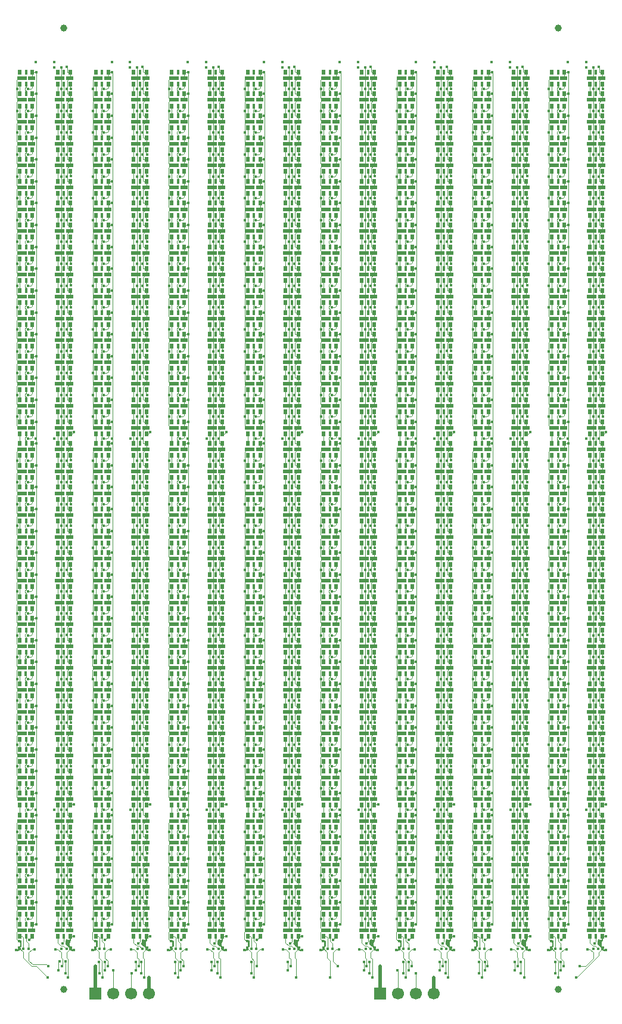
<source format=gbr>
%TF.GenerationSoftware,KiCad,Pcbnew,9.0.3*%
%TF.CreationDate,2025-08-08T13:41:27-04:00*%
%TF.ProjectId,flowstick_led_strip_panel_6p,666c6f77-7374-4696-936b-5f6c65645f73,rev?*%
%TF.SameCoordinates,Original*%
%TF.FileFunction,Copper,L1,Top*%
%TF.FilePolarity,Positive*%
%FSLAX46Y46*%
G04 Gerber Fmt 4.6, Leading zero omitted, Abs format (unit mm)*
G04 Created by KiCad (PCBNEW 9.0.3) date 2025-08-08 13:41:27*
%MOMM*%
%LPD*%
G01*
G04 APERTURE LIST*
%TA.AperFunction,SMDPad,CuDef*%
%ADD10R,0.500000X0.800000*%
%TD*%
%TA.AperFunction,SMDPad,CuDef*%
%ADD11R,1.000000X0.500000*%
%TD*%
%TA.AperFunction,SMDPad,CuDef*%
%ADD12R,0.300000X0.800000*%
%TD*%
%TA.AperFunction,SMDPad,CuDef*%
%ADD13R,1.480000X0.500000*%
%TD*%
%TA.AperFunction,SMDPad,CuDef*%
%ADD14C,1.000000*%
%TD*%
%TA.AperFunction,ComponentPad*%
%ADD15R,1.700000X1.700000*%
%TD*%
%TA.AperFunction,ComponentPad*%
%ADD16C,1.700000*%
%TD*%
%TA.AperFunction,ViaPad*%
%ADD17C,0.420000*%
%TD*%
%TA.AperFunction,Conductor*%
%ADD18C,0.110000*%
%TD*%
%TA.AperFunction,Conductor*%
%ADD19C,0.500000*%
%TD*%
G04 APERTURE END LIST*
D10*
%TO.P,D78,1,VDD*%
%TO.N,/strip_l/+5V*%
X80600000Y-35450000D03*
D11*
X80530000Y-36300000D03*
D12*
%TO.P,D78,2,CKO*%
%TO.N,Net-(D78-CKO)*%
X79700000Y-35450000D03*
D10*
%TO.P,D78,3,SDO*%
%TO.N,Net-(D78-SDO)*%
X78800000Y-35450000D03*
%TO.P,D78,4,SDI*%
%TO.N,Net-(D77-SDO)*%
X78800000Y-37150000D03*
D12*
%TO.P,D78,5,CKI*%
%TO.N,Net-(D77-CKO)*%
X79700000Y-37150000D03*
D13*
%TO.P,D78,6,GND*%
%TO.N,/strip_l/GND*%
X79110000Y-36300000D03*
D10*
X80600000Y-37150000D03*
%TD*%
%TO.P,D70,1,VDD*%
%TO.N,/strip_l/+5V*%
X113000000Y-60250000D03*
D11*
X112930000Y-61100000D03*
D12*
%TO.P,D70,2,CKO*%
%TO.N,Net-(D70-CKO)*%
X112100000Y-60250000D03*
D10*
%TO.P,D70,3,SDO*%
%TO.N,Net-(D70-SDO)*%
X111200000Y-60250000D03*
%TO.P,D70,4,SDI*%
%TO.N,Net-(D69-SDO)*%
X111200000Y-61950000D03*
D12*
%TO.P,D70,5,CKI*%
%TO.N,Net-(D69-CKO)*%
X112100000Y-61950000D03*
D13*
%TO.P,D70,6,GND*%
%TO.N,/strip_l/GND*%
X111510000Y-61100000D03*
D10*
X113000000Y-61950000D03*
%TD*%
%TO.P,D21,1,VDD*%
%TO.N,/strip_l/+5V*%
X129200000Y-88150000D03*
D11*
X129130000Y-89000000D03*
D12*
%TO.P,D21,2,CKO*%
%TO.N,Net-(D21-CKO)*%
X128300000Y-88150000D03*
D10*
%TO.P,D21,3,SDO*%
%TO.N,Net-(D21-SDO)*%
X127400000Y-88150000D03*
%TO.P,D21,4,SDI*%
%TO.N,Net-(D20-SDO)*%
X127400000Y-89850000D03*
D12*
%TO.P,D21,5,CKI*%
%TO.N,Net-(D20-CKO)*%
X128300000Y-89850000D03*
D13*
%TO.P,D21,6,GND*%
%TO.N,/strip_l/GND*%
X127710000Y-89000000D03*
D10*
X129200000Y-89850000D03*
%TD*%
%TO.P,D72,1,VDD*%
%TO.N,/strip_l/+5V*%
X91400000Y-54050000D03*
D11*
X91330000Y-54900000D03*
D12*
%TO.P,D72,2,CKO*%
%TO.N,Net-(D72-CKO)*%
X90500000Y-54050000D03*
D10*
%TO.P,D72,3,SDO*%
%TO.N,Net-(D72-SDO)*%
X89600000Y-54050000D03*
%TO.P,D72,4,SDI*%
%TO.N,Net-(D71-SDO)*%
X89600000Y-55750000D03*
D12*
%TO.P,D72,5,CKI*%
%TO.N,Net-(D71-CKO)*%
X90500000Y-55750000D03*
D13*
%TO.P,D72,6,GND*%
%TO.N,/strip_l/GND*%
X89910000Y-54900000D03*
D10*
X91400000Y-55750000D03*
%TD*%
%TO.P,D40,1,VDD*%
%TO.N,/strip_l/+5V*%
X75200000Y-29250000D03*
D11*
X75130000Y-30100000D03*
D12*
%TO.P,D40,2,CKO*%
%TO.N,unconnected-(D40-CKO-Pad2)*%
X74300000Y-29250000D03*
D10*
%TO.P,D40,3,SDO*%
%TO.N,unconnected-(D40-SDO-Pad3)*%
X73400000Y-29250000D03*
%TO.P,D40,4,SDI*%
%TO.N,Net-(D39-SDO)*%
X73400000Y-30950000D03*
D12*
%TO.P,D40,5,CKI*%
%TO.N,Net-(D39-CKO)*%
X74300000Y-30950000D03*
D13*
%TO.P,D40,6,GND*%
%TO.N,/strip_l/GND*%
X73710000Y-30100000D03*
D10*
X75200000Y-30950000D03*
%TD*%
%TO.P,D77,1,VDD*%
%TO.N,/strip_l/+5V*%
X123800000Y-38550000D03*
D11*
X123730000Y-39400000D03*
D12*
%TO.P,D77,2,CKO*%
%TO.N,Net-(D77-CKO)*%
X122900000Y-38550000D03*
D10*
%TO.P,D77,3,SDO*%
%TO.N,Net-(D77-SDO)*%
X122000000Y-38550000D03*
%TO.P,D77,4,SDI*%
%TO.N,Net-(D76-SDO)*%
X122000000Y-40250000D03*
D12*
%TO.P,D77,5,CKI*%
%TO.N,Net-(D76-CKO)*%
X122900000Y-40250000D03*
D13*
%TO.P,D77,6,GND*%
%TO.N,/strip_l/GND*%
X122310000Y-39400000D03*
D10*
X123800000Y-40250000D03*
%TD*%
%TO.P,D26,1,VDD*%
%TO.N,/strip_l/+5V*%
X64400000Y-72650000D03*
D11*
X64330000Y-73500000D03*
D12*
%TO.P,D26,2,CKO*%
%TO.N,Net-(D26-CKO)*%
X63500000Y-72650000D03*
D10*
%TO.P,D26,3,SDO*%
%TO.N,Net-(D26-SDO)*%
X62600000Y-72650000D03*
%TO.P,D26,4,SDI*%
%TO.N,Net-(D25-SDO)*%
X62600000Y-74350000D03*
D12*
%TO.P,D26,5,CKI*%
%TO.N,Net-(D25-CKO)*%
X63500000Y-74350000D03*
D13*
%TO.P,D26,6,GND*%
%TO.N,/strip_l/GND*%
X62910000Y-73500000D03*
D10*
X64400000Y-74350000D03*
%TD*%
%TO.P,D6,1,VDD*%
%TO.N,/strip_l/+5V*%
X86000000Y-134650000D03*
D11*
X85930000Y-135500000D03*
D12*
%TO.P,D6,2,CKO*%
%TO.N,Net-(D6-CKO)*%
X85100000Y-134650000D03*
D10*
%TO.P,D6,3,SDO*%
%TO.N,Net-(D6-SDO)*%
X84200000Y-134650000D03*
%TO.P,D6,4,SDI*%
%TO.N,Net-(D5-SDO)*%
X84200000Y-136350000D03*
D12*
%TO.P,D6,5,CKI*%
%TO.N,Net-(D5-CKO)*%
X85100000Y-136350000D03*
D13*
%TO.P,D6,6,GND*%
%TO.N,/strip_l/GND*%
X84510000Y-135500000D03*
D10*
X86000000Y-136350000D03*
%TD*%
%TO.P,D79,1,VDD*%
%TO.N,/strip_l/+5V*%
X123800000Y-32350000D03*
D11*
X123730000Y-33200000D03*
D12*
%TO.P,D79,2,CKO*%
%TO.N,Net-(D79-CKO)*%
X122900000Y-32350000D03*
D10*
%TO.P,D79,3,SDO*%
%TO.N,Net-(D79-SDO)*%
X122000000Y-32350000D03*
%TO.P,D79,4,SDI*%
%TO.N,Net-(D78-SDO)*%
X122000000Y-34050000D03*
D12*
%TO.P,D79,5,CKI*%
%TO.N,Net-(D78-CKO)*%
X122900000Y-34050000D03*
D13*
%TO.P,D79,6,GND*%
%TO.N,/strip_l/GND*%
X122310000Y-33200000D03*
D10*
X123800000Y-34050000D03*
%TD*%
%TO.P,D44,1,VDD*%
%TO.N,/strip_l/+5V*%
X134590000Y-140850000D03*
D11*
X134520000Y-141700000D03*
D12*
%TO.P,D44,2,CKO*%
%TO.N,Net-(D44-CKO)*%
X133690000Y-140850000D03*
D10*
%TO.P,D44,3,SDO*%
%TO.N,Net-(D44-SDO)*%
X132790000Y-140850000D03*
%TO.P,D44,4,SDI*%
%TO.N,Net-(D43-SDO)*%
X132790000Y-142550000D03*
D12*
%TO.P,D44,5,CKI*%
%TO.N,Net-(D43-CKO)*%
X133690000Y-142550000D03*
D13*
%TO.P,D44,6,GND*%
%TO.N,/strip_l/GND*%
X133100000Y-141700000D03*
D10*
X134590000Y-142550000D03*
%TD*%
%TO.P,D62,1,VDD*%
%TO.N,/strip_l/+5V*%
X113000000Y-85050000D03*
D11*
X112930000Y-85900000D03*
D12*
%TO.P,D62,2,CKO*%
%TO.N,Net-(D62-CKO)*%
X112100000Y-85050000D03*
D10*
%TO.P,D62,3,SDO*%
%TO.N,Net-(D62-SDO)*%
X111200000Y-85050000D03*
%TO.P,D62,4,SDI*%
%TO.N,Net-(D61-SDO)*%
X111200000Y-86750000D03*
D12*
%TO.P,D62,5,CKI*%
%TO.N,Net-(D61-CKO)*%
X112100000Y-86750000D03*
D13*
%TO.P,D62,6,GND*%
%TO.N,/strip_l/GND*%
X111510000Y-85900000D03*
D10*
X113000000Y-86750000D03*
%TD*%
%TO.P,D17,1,VDD*%
%TO.N,/strip_l/+5V*%
X75200000Y-100550000D03*
D11*
X75130000Y-101400000D03*
D12*
%TO.P,D17,2,CKO*%
%TO.N,Net-(D17-CKO)*%
X74300000Y-100550000D03*
D10*
%TO.P,D17,3,SDO*%
%TO.N,Net-(D17-SDO)*%
X73400000Y-100550000D03*
%TO.P,D17,4,SDI*%
%TO.N,Net-(D16-SDO)*%
X73400000Y-102250000D03*
D12*
%TO.P,D17,5,CKI*%
%TO.N,Net-(D16-CKO)*%
X74300000Y-102250000D03*
D13*
%TO.P,D17,6,GND*%
%TO.N,/strip_l/GND*%
X73710000Y-101400000D03*
D10*
X75200000Y-102250000D03*
%TD*%
%TO.P,D68,1,VDD*%
%TO.N,/strip_l/+5V*%
X80600000Y-66450000D03*
D11*
X80530000Y-67300000D03*
D12*
%TO.P,D68,2,CKO*%
%TO.N,Net-(D68-CKO)*%
X79700000Y-66450000D03*
D10*
%TO.P,D68,3,SDO*%
%TO.N,Net-(D68-SDO)*%
X78800000Y-66450000D03*
%TO.P,D68,4,SDI*%
%TO.N,Net-(D67-SDO)*%
X78800000Y-68150000D03*
D12*
%TO.P,D68,5,CKI*%
%TO.N,Net-(D67-CKO)*%
X79700000Y-68150000D03*
D13*
%TO.P,D68,6,GND*%
%TO.N,/strip_l/GND*%
X79110000Y-67300000D03*
D10*
X80600000Y-68150000D03*
%TD*%
%TO.P,D10,1,VDD*%
%TO.N,/strip_l/+5V*%
X118400000Y-122250000D03*
D11*
X118330000Y-123100000D03*
D12*
%TO.P,D10,2,CKO*%
%TO.N,Net-(D10-CKO)*%
X117500000Y-122250000D03*
D10*
%TO.P,D10,3,SDO*%
%TO.N,Net-(D10-SDO)*%
X116600000Y-122250000D03*
%TO.P,D10,4,SDI*%
%TO.N,Net-(D10-SDI)*%
X116600000Y-123950000D03*
D12*
%TO.P,D10,5,CKI*%
%TO.N,Net-(D10-CKI)*%
X117500000Y-123950000D03*
D13*
%TO.P,D10,6,GND*%
%TO.N,/strip_l/GND*%
X116910000Y-123100000D03*
D10*
X118400000Y-123950000D03*
%TD*%
%TO.P,D23,1,VDD*%
%TO.N,/strip_l/+5V*%
X118400000Y-81950000D03*
D11*
X118330000Y-82800000D03*
D12*
%TO.P,D23,2,CKO*%
%TO.N,Net-(D23-CKO)*%
X117500000Y-81950000D03*
D10*
%TO.P,D23,3,SDO*%
%TO.N,Net-(D23-SDO)*%
X116600000Y-81950000D03*
%TO.P,D23,4,SDI*%
%TO.N,Net-(D22-SDO)*%
X116600000Y-83650000D03*
D12*
%TO.P,D23,5,CKI*%
%TO.N,Net-(D22-CKO)*%
X117500000Y-83650000D03*
D13*
%TO.P,D23,6,GND*%
%TO.N,/strip_l/GND*%
X116910000Y-82800000D03*
D10*
X118400000Y-83650000D03*
%TD*%
%TO.P,D9,1,VDD*%
%TO.N,/strip_l/+5V*%
X75200000Y-125350000D03*
D11*
X75130000Y-126200000D03*
D12*
%TO.P,D9,2,CKO*%
%TO.N,Net-(D10-CKI)*%
X74300000Y-125350000D03*
D10*
%TO.P,D9,3,SDO*%
%TO.N,Net-(D10-SDI)*%
X73400000Y-125350000D03*
%TO.P,D9,4,SDI*%
%TO.N,Net-(D8-SDO)*%
X73400000Y-127050000D03*
D12*
%TO.P,D9,5,CKI*%
%TO.N,Net-(D8-CKO)*%
X74300000Y-127050000D03*
D13*
%TO.P,D9,6,GND*%
%TO.N,/strip_l/GND*%
X73710000Y-126200000D03*
D10*
X75200000Y-127050000D03*
%TD*%
%TO.P,D28,1,VDD*%
%TO.N,/strip_l/+5V*%
X96800000Y-66450000D03*
D11*
X96730000Y-67300000D03*
D12*
%TO.P,D28,2,CKO*%
%TO.N,Net-(D28-CKO)*%
X95900000Y-66450000D03*
D10*
%TO.P,D28,3,SDO*%
%TO.N,Net-(D28-SDO)*%
X95000000Y-66450000D03*
%TO.P,D28,4,SDI*%
%TO.N,Net-(D27-SDO)*%
X95000000Y-68150000D03*
D12*
%TO.P,D28,5,CKI*%
%TO.N,Net-(D27-CKO)*%
X95900000Y-68150000D03*
D13*
%TO.P,D28,6,GND*%
%TO.N,/strip_l/GND*%
X95310000Y-67300000D03*
D10*
X96800000Y-68150000D03*
%TD*%
%TO.P,D55,1,VDD*%
%TO.N,/strip_l/+5V*%
X80600000Y-106750000D03*
D11*
X80530000Y-107600000D03*
D12*
%TO.P,D55,2,CKO*%
%TO.N,Net-(D55-CKO)*%
X79700000Y-106750000D03*
D10*
%TO.P,D55,3,SDO*%
%TO.N,Net-(D55-SDO)*%
X78800000Y-106750000D03*
%TO.P,D55,4,SDI*%
%TO.N,Net-(D54-SDO)*%
X78800000Y-108450000D03*
D12*
%TO.P,D55,5,CKI*%
%TO.N,Net-(D54-CKO)*%
X79700000Y-108450000D03*
D13*
%TO.P,D55,6,GND*%
%TO.N,/strip_l/GND*%
X79110000Y-107600000D03*
D10*
X80600000Y-108450000D03*
%TD*%
%TO.P,D51,1,VDD*%
%TO.N,/strip_l/+5V*%
X113000000Y-119150000D03*
D11*
X112930000Y-120000000D03*
D12*
%TO.P,D51,2,CKO*%
%TO.N,Net-(D51-CKO)*%
X112100000Y-119150000D03*
D10*
%TO.P,D51,3,SDO*%
%TO.N,Net-(D51-SDO)*%
X111200000Y-119150000D03*
%TO.P,D51,4,SDI*%
%TO.N,Net-(D50-SDO)*%
X111200000Y-120850000D03*
D12*
%TO.P,D51,5,CKI*%
%TO.N,Net-(D50-CKO)*%
X112100000Y-120850000D03*
D13*
%TO.P,D51,6,GND*%
%TO.N,/strip_l/GND*%
X111510000Y-120000000D03*
D10*
X113000000Y-120850000D03*
%TD*%
%TO.P,D24,1,VDD*%
%TO.N,/strip_l/+5V*%
X75200000Y-78850000D03*
D11*
X75130000Y-79700000D03*
D12*
%TO.P,D24,2,CKO*%
%TO.N,Net-(D24-CKO)*%
X74300000Y-78850000D03*
D10*
%TO.P,D24,3,SDO*%
%TO.N,Net-(D24-SDO)*%
X73400000Y-78850000D03*
%TO.P,D24,4,SDI*%
%TO.N,Net-(D23-SDO)*%
X73400000Y-80550000D03*
D12*
%TO.P,D24,5,CKI*%
%TO.N,Net-(D23-CKO)*%
X74300000Y-80550000D03*
D13*
%TO.P,D24,6,GND*%
%TO.N,/strip_l/GND*%
X73710000Y-79700000D03*
D10*
X75200000Y-80550000D03*
%TD*%
%TO.P,D62,1,VDD*%
%TO.N,/strip_l/+5V*%
X134600000Y-85050000D03*
D11*
X134530000Y-85900000D03*
D12*
%TO.P,D62,2,CKO*%
%TO.N,Net-(D62-CKO)*%
X133700000Y-85050000D03*
D10*
%TO.P,D62,3,SDO*%
%TO.N,Net-(D62-SDO)*%
X132800000Y-85050000D03*
%TO.P,D62,4,SDI*%
%TO.N,Net-(D61-SDO)*%
X132800000Y-86750000D03*
D12*
%TO.P,D62,5,CKI*%
%TO.N,Net-(D61-CKO)*%
X133700000Y-86750000D03*
D13*
%TO.P,D62,6,GND*%
%TO.N,/strip_l/GND*%
X133110000Y-85900000D03*
D10*
X134600000Y-86750000D03*
%TD*%
%TO.P,D10,1,VDD*%
%TO.N,/strip_l/+5V*%
X75200000Y-122250000D03*
D11*
X75130000Y-123100000D03*
D12*
%TO.P,D10,2,CKO*%
%TO.N,Net-(D10-CKO)*%
X74300000Y-122250000D03*
D10*
%TO.P,D10,3,SDO*%
%TO.N,Net-(D10-SDO)*%
X73400000Y-122250000D03*
%TO.P,D10,4,SDI*%
%TO.N,Net-(D10-SDI)*%
X73400000Y-123950000D03*
D12*
%TO.P,D10,5,CKI*%
%TO.N,Net-(D10-CKI)*%
X74300000Y-123950000D03*
D13*
%TO.P,D10,6,GND*%
%TO.N,/strip_l/GND*%
X73710000Y-123100000D03*
D10*
X75200000Y-123950000D03*
%TD*%
%TO.P,D60,1,VDD*%
%TO.N,/strip_l/+5V*%
X134600000Y-91250000D03*
D11*
X134530000Y-92100000D03*
D12*
%TO.P,D60,2,CKO*%
%TO.N,Net-(D60-CKO)*%
X133700000Y-91250000D03*
D10*
%TO.P,D60,3,SDO*%
%TO.N,Net-(D60-SDO)*%
X132800000Y-91250000D03*
%TO.P,D60,4,SDI*%
%TO.N,Net-(D59-SDO)*%
X132800000Y-92950000D03*
D12*
%TO.P,D60,5,CKI*%
%TO.N,Net-(D59-CKO)*%
X133700000Y-92950000D03*
D13*
%TO.P,D60,6,GND*%
%TO.N,/strip_l/GND*%
X133110000Y-92100000D03*
D10*
X134600000Y-92950000D03*
%TD*%
%TO.P,D47,1,VDD*%
%TO.N,/strip_l/+5V*%
X102200000Y-131550000D03*
D11*
X102130000Y-132400000D03*
D12*
%TO.P,D47,2,CKO*%
%TO.N,Net-(D47-CKO)*%
X101300000Y-131550000D03*
D10*
%TO.P,D47,3,SDO*%
%TO.N,Net-(D47-SDO)*%
X100400000Y-131550000D03*
%TO.P,D47,4,SDI*%
%TO.N,Net-(D46-SDO)*%
X100400000Y-133250000D03*
D12*
%TO.P,D47,5,CKI*%
%TO.N,Net-(D46-CKO)*%
X101300000Y-133250000D03*
D13*
%TO.P,D47,6,GND*%
%TO.N,/strip_l/GND*%
X100710000Y-132400000D03*
D10*
X102200000Y-133250000D03*
%TD*%
%TO.P,D32,1,VDD*%
%TO.N,/strip_l/+5V*%
X53600000Y-54050000D03*
D11*
X53530000Y-54900000D03*
D12*
%TO.P,D32,2,CKO*%
%TO.N,Net-(D32-CKO)*%
X52700000Y-54050000D03*
D10*
%TO.P,D32,3,SDO*%
%TO.N,Net-(D32-SDO)*%
X51800000Y-54050000D03*
%TO.P,D32,4,SDI*%
%TO.N,Net-(D31-SDO)*%
X51800000Y-55750000D03*
D12*
%TO.P,D32,5,CKI*%
%TO.N,Net-(D31-CKO)*%
X52700000Y-55750000D03*
D13*
%TO.P,D32,6,GND*%
%TO.N,/strip_l/GND*%
X52110000Y-54900000D03*
D10*
X53600000Y-55750000D03*
%TD*%
%TO.P,D52,1,VDD*%
%TO.N,/strip_l/+5V*%
X113000000Y-116050000D03*
D11*
X112930000Y-116900000D03*
D12*
%TO.P,D52,2,CKO*%
%TO.N,Net-(D52-CKO)*%
X112100000Y-116050000D03*
D10*
%TO.P,D52,3,SDO*%
%TO.N,Net-(D52-SDO)*%
X111200000Y-116050000D03*
%TO.P,D52,4,SDI*%
%TO.N,Net-(D51-SDO)*%
X111200000Y-117750000D03*
D12*
%TO.P,D52,5,CKI*%
%TO.N,Net-(D51-CKO)*%
X112100000Y-117750000D03*
D13*
%TO.P,D52,6,GND*%
%TO.N,/strip_l/GND*%
X111510000Y-116900000D03*
D10*
X113000000Y-117750000D03*
%TD*%
%TO.P,D59,1,VDD*%
%TO.N,/strip_l/+5V*%
X69800000Y-94350000D03*
D11*
X69730000Y-95200000D03*
D12*
%TO.P,D59,2,CKO*%
%TO.N,Net-(D59-CKO)*%
X68900000Y-94350000D03*
D10*
%TO.P,D59,3,SDO*%
%TO.N,Net-(D59-SDO)*%
X68000000Y-94350000D03*
%TO.P,D59,4,SDI*%
%TO.N,Net-(D58-SDO)*%
X68000000Y-96050000D03*
D12*
%TO.P,D59,5,CKI*%
%TO.N,Net-(D58-CKO)*%
X68900000Y-96050000D03*
D13*
%TO.P,D59,6,GND*%
%TO.N,/strip_l/GND*%
X68310000Y-95200000D03*
D10*
X69800000Y-96050000D03*
%TD*%
%TO.P,D31,1,VDD*%
%TO.N,/strip_l/+5V*%
X86000000Y-57150000D03*
D11*
X85930000Y-58000000D03*
D12*
%TO.P,D31,2,CKO*%
%TO.N,Net-(D31-CKO)*%
X85100000Y-57150000D03*
D10*
%TO.P,D31,3,SDO*%
%TO.N,Net-(D31-SDO)*%
X84200000Y-57150000D03*
%TO.P,D31,4,SDI*%
%TO.N,Net-(D30-SDO)*%
X84200000Y-58850000D03*
D12*
%TO.P,D31,5,CKI*%
%TO.N,Net-(D30-CKO)*%
X85100000Y-58850000D03*
D13*
%TO.P,D31,6,GND*%
%TO.N,/strip_l/GND*%
X84510000Y-58000000D03*
D10*
X86000000Y-58850000D03*
%TD*%
%TO.P,D19,1,VDD*%
%TO.N,/strip_l/+5V*%
X53600000Y-94350000D03*
D11*
X53530000Y-95200000D03*
D12*
%TO.P,D19,2,CKO*%
%TO.N,Net-(D19-CKO)*%
X52700000Y-94350000D03*
D10*
%TO.P,D19,3,SDO*%
%TO.N,Net-(D19-SDO)*%
X51800000Y-94350000D03*
%TO.P,D19,4,SDI*%
%TO.N,Net-(D18-SDO)*%
X51800000Y-96050000D03*
D12*
%TO.P,D19,5,CKI*%
%TO.N,Net-(D18-CKO)*%
X52700000Y-96050000D03*
D13*
%TO.P,D19,6,GND*%
%TO.N,/strip_l/GND*%
X52110000Y-95200000D03*
D10*
X53600000Y-96050000D03*
%TD*%
%TO.P,D25,1,VDD*%
%TO.N,/strip_l/+5V*%
X86000000Y-75750000D03*
D11*
X85930000Y-76600000D03*
D12*
%TO.P,D25,2,CKO*%
%TO.N,Net-(D25-CKO)*%
X85100000Y-75750000D03*
D10*
%TO.P,D25,3,SDO*%
%TO.N,Net-(D25-SDO)*%
X84200000Y-75750000D03*
%TO.P,D25,4,SDI*%
%TO.N,Net-(D24-SDO)*%
X84200000Y-77450000D03*
D12*
%TO.P,D25,5,CKI*%
%TO.N,Net-(D24-CKO)*%
X85100000Y-77450000D03*
D13*
%TO.P,D25,6,GND*%
%TO.N,/strip_l/GND*%
X84510000Y-76600000D03*
D10*
X86000000Y-77450000D03*
%TD*%
%TO.P,D65,1,VDD*%
%TO.N,/strip_l/+5V*%
X113000000Y-75750000D03*
D11*
X112930000Y-76600000D03*
D12*
%TO.P,D65,2,CKO*%
%TO.N,Net-(D65-CKO)*%
X112100000Y-75750000D03*
D10*
%TO.P,D65,3,SDO*%
%TO.N,Net-(D65-SDO)*%
X111200000Y-75750000D03*
%TO.P,D65,4,SDI*%
%TO.N,Net-(D64-SDO)*%
X111200000Y-77450000D03*
D12*
%TO.P,D65,5,CKI*%
%TO.N,Net-(D64-CKO)*%
X112100000Y-77450000D03*
D13*
%TO.P,D65,6,GND*%
%TO.N,/strip_l/GND*%
X111510000Y-76600000D03*
D10*
X113000000Y-77450000D03*
%TD*%
%TO.P,D30,1,VDD*%
%TO.N,/strip_l/+5V*%
X96800000Y-60250000D03*
D11*
X96730000Y-61100000D03*
D12*
%TO.P,D30,2,CKO*%
%TO.N,Net-(D30-CKO)*%
X95900000Y-60250000D03*
D10*
%TO.P,D30,3,SDO*%
%TO.N,Net-(D30-SDO)*%
X95000000Y-60250000D03*
%TO.P,D30,4,SDI*%
%TO.N,Net-(D29-SDO)*%
X95000000Y-61950000D03*
D12*
%TO.P,D30,5,CKI*%
%TO.N,Net-(D29-CKO)*%
X95900000Y-61950000D03*
D13*
%TO.P,D30,6,GND*%
%TO.N,/strip_l/GND*%
X95310000Y-61100000D03*
D10*
X96800000Y-61950000D03*
%TD*%
%TO.P,D37,1,VDD*%
%TO.N,/strip_l/+5V*%
X86000000Y-38550000D03*
D11*
X85930000Y-39400000D03*
D12*
%TO.P,D37,2,CKO*%
%TO.N,Net-(D37-CKO)*%
X85100000Y-38550000D03*
D10*
%TO.P,D37,3,SDO*%
%TO.N,Net-(D37-SDO)*%
X84200000Y-38550000D03*
%TO.P,D37,4,SDI*%
%TO.N,Net-(D36-SDO)*%
X84200000Y-40250000D03*
D12*
%TO.P,D37,5,CKI*%
%TO.N,Net-(D36-CKO)*%
X85100000Y-40250000D03*
D13*
%TO.P,D37,6,GND*%
%TO.N,/strip_l/GND*%
X84510000Y-39400000D03*
D10*
X86000000Y-40250000D03*
%TD*%
%TO.P,D35,1,VDD*%
%TO.N,/strip_l/+5V*%
X118400000Y-44750000D03*
D11*
X118330000Y-45600000D03*
D12*
%TO.P,D35,2,CKO*%
%TO.N,Net-(D35-CKO)*%
X117500000Y-44750000D03*
D10*
%TO.P,D35,3,SDO*%
%TO.N,Net-(D35-SDO)*%
X116600000Y-44750000D03*
%TO.P,D35,4,SDI*%
%TO.N,Net-(D34-SDO)*%
X116600000Y-46450000D03*
D12*
%TO.P,D35,5,CKI*%
%TO.N,Net-(D34-CKO)*%
X117500000Y-46450000D03*
D13*
%TO.P,D35,6,GND*%
%TO.N,/strip_l/GND*%
X116910000Y-45600000D03*
D10*
X118400000Y-46450000D03*
%TD*%
%TO.P,D44,1,VDD*%
%TO.N,/strip_l/+5V*%
X91390000Y-140850000D03*
D11*
X91320000Y-141700000D03*
D12*
%TO.P,D44,2,CKO*%
%TO.N,Net-(D44-CKO)*%
X90490000Y-140850000D03*
D10*
%TO.P,D44,3,SDO*%
%TO.N,Net-(D44-SDO)*%
X89590000Y-140850000D03*
%TO.P,D44,4,SDI*%
%TO.N,Net-(D43-SDO)*%
X89590000Y-142550000D03*
D12*
%TO.P,D44,5,CKI*%
%TO.N,Net-(D43-CKO)*%
X90490000Y-142550000D03*
D13*
%TO.P,D44,6,GND*%
%TO.N,/strip_l/GND*%
X89900000Y-141700000D03*
D10*
X91390000Y-142550000D03*
%TD*%
%TO.P,D57,1,VDD*%
%TO.N,/strip_l/+5V*%
X113000000Y-100550000D03*
D11*
X112930000Y-101400000D03*
D12*
%TO.P,D57,2,CKO*%
%TO.N,Net-(D57-CKO)*%
X112100000Y-100550000D03*
D10*
%TO.P,D57,3,SDO*%
%TO.N,Net-(D57-SDO)*%
X111200000Y-100550000D03*
%TO.P,D57,4,SDI*%
%TO.N,Net-(D56-SDO)*%
X111200000Y-102250000D03*
D12*
%TO.P,D57,5,CKI*%
%TO.N,Net-(D56-CKO)*%
X112100000Y-102250000D03*
D13*
%TO.P,D57,6,GND*%
%TO.N,/strip_l/GND*%
X111510000Y-101400000D03*
D10*
X113000000Y-102250000D03*
%TD*%
%TO.P,D26,1,VDD*%
%TO.N,/strip_l/+5V*%
X107600000Y-72650000D03*
D11*
X107530000Y-73500000D03*
D12*
%TO.P,D26,2,CKO*%
%TO.N,Net-(D26-CKO)*%
X106700000Y-72650000D03*
D10*
%TO.P,D26,3,SDO*%
%TO.N,Net-(D26-SDO)*%
X105800000Y-72650000D03*
%TO.P,D26,4,SDI*%
%TO.N,Net-(D25-SDO)*%
X105800000Y-74350000D03*
D12*
%TO.P,D26,5,CKI*%
%TO.N,Net-(D25-CKO)*%
X106700000Y-74350000D03*
D13*
%TO.P,D26,6,GND*%
%TO.N,/strip_l/GND*%
X106110000Y-73500000D03*
D10*
X107600000Y-74350000D03*
%TD*%
%TO.P,D34,1,VDD*%
%TO.N,/strip_l/+5V*%
X53600000Y-47850000D03*
D11*
X53530000Y-48700000D03*
D12*
%TO.P,D34,2,CKO*%
%TO.N,Net-(D34-CKO)*%
X52700000Y-47850000D03*
D10*
%TO.P,D34,3,SDO*%
%TO.N,Net-(D34-SDO)*%
X51800000Y-47850000D03*
%TO.P,D34,4,SDI*%
%TO.N,Net-(D33-SDO)*%
X51800000Y-49550000D03*
D12*
%TO.P,D34,5,CKI*%
%TO.N,Net-(D33-CKO)*%
X52700000Y-49550000D03*
D13*
%TO.P,D34,6,GND*%
%TO.N,/strip_l/GND*%
X52110000Y-48700000D03*
D10*
X53600000Y-49550000D03*
%TD*%
%TO.P,D80,1,VDD*%
%TO.N,/strip_l/+5V*%
X59000000Y-29250000D03*
D11*
X58930000Y-30100000D03*
D12*
%TO.P,D80,2,CKO*%
%TO.N,unconnected-(D80-CKO-Pad2)*%
X58100000Y-29250000D03*
D10*
%TO.P,D80,3,SDO*%
%TO.N,unconnected-(D80-SDO-Pad3)*%
X57200000Y-29250000D03*
%TO.P,D80,4,SDI*%
%TO.N,Net-(D79-SDO)*%
X57200000Y-30950000D03*
D12*
%TO.P,D80,5,CKI*%
%TO.N,Net-(D79-CKO)*%
X58100000Y-30950000D03*
D13*
%TO.P,D80,6,GND*%
%TO.N,/strip_l/GND*%
X57510000Y-30100000D03*
D10*
X59000000Y-30950000D03*
%TD*%
%TO.P,D14,1,VDD*%
%TO.N,/strip_l/+5V*%
X96800000Y-109850000D03*
D11*
X96730000Y-110700000D03*
D12*
%TO.P,D14,2,CKO*%
%TO.N,Net-(D14-CKO)*%
X95900000Y-109850000D03*
D10*
%TO.P,D14,3,SDO*%
%TO.N,Net-(D14-SDO)*%
X95000000Y-109850000D03*
%TO.P,D14,4,SDI*%
%TO.N,Net-(D13-SDO)*%
X95000000Y-111550000D03*
D12*
%TO.P,D14,5,CKI*%
%TO.N,Net-(D13-CKO)*%
X95900000Y-111550000D03*
D13*
%TO.P,D14,6,GND*%
%TO.N,/strip_l/GND*%
X95310000Y-110700000D03*
D10*
X96800000Y-111550000D03*
%TD*%
%TO.P,D63,1,VDD*%
%TO.N,/strip_l/+5V*%
X59000000Y-81950000D03*
D11*
X58930000Y-82800000D03*
D12*
%TO.P,D63,2,CKO*%
%TO.N,Net-(D63-CKO)*%
X58100000Y-81950000D03*
D10*
%TO.P,D63,3,SDO*%
%TO.N,Net-(D63-SDO)*%
X57200000Y-81950000D03*
%TO.P,D63,4,SDI*%
%TO.N,Net-(D62-SDO)*%
X57200000Y-83650000D03*
D12*
%TO.P,D63,5,CKI*%
%TO.N,Net-(D62-CKO)*%
X58100000Y-83650000D03*
D13*
%TO.P,D63,6,GND*%
%TO.N,/strip_l/GND*%
X57510000Y-82800000D03*
D10*
X59000000Y-83650000D03*
%TD*%
%TO.P,D80,1,VDD*%
%TO.N,/strip_l/+5V*%
X80600000Y-29250000D03*
D11*
X80530000Y-30100000D03*
D12*
%TO.P,D80,2,CKO*%
%TO.N,unconnected-(D80-CKO-Pad2)*%
X79700000Y-29250000D03*
D10*
%TO.P,D80,3,SDO*%
%TO.N,unconnected-(D80-SDO-Pad3)*%
X78800000Y-29250000D03*
%TO.P,D80,4,SDI*%
%TO.N,Net-(D79-SDO)*%
X78800000Y-30950000D03*
D12*
%TO.P,D80,5,CKI*%
%TO.N,Net-(D79-CKO)*%
X79700000Y-30950000D03*
D13*
%TO.P,D80,6,GND*%
%TO.N,/strip_l/GND*%
X79110000Y-30100000D03*
D10*
X80600000Y-30950000D03*
%TD*%
%TO.P,D31,1,VDD*%
%TO.N,/strip_l/+5V*%
X107600000Y-57150000D03*
D11*
X107530000Y-58000000D03*
D12*
%TO.P,D31,2,CKO*%
%TO.N,Net-(D31-CKO)*%
X106700000Y-57150000D03*
D10*
%TO.P,D31,3,SDO*%
%TO.N,Net-(D31-SDO)*%
X105800000Y-57150000D03*
%TO.P,D31,4,SDI*%
%TO.N,Net-(D30-SDO)*%
X105800000Y-58850000D03*
D12*
%TO.P,D31,5,CKI*%
%TO.N,Net-(D30-CKO)*%
X106700000Y-58850000D03*
D13*
%TO.P,D31,6,GND*%
%TO.N,/strip_l/GND*%
X106110000Y-58000000D03*
D10*
X107600000Y-58850000D03*
%TD*%
%TO.P,D65,1,VDD*%
%TO.N,/strip_l/+5V*%
X80600000Y-75750000D03*
D11*
X80530000Y-76600000D03*
D12*
%TO.P,D65,2,CKO*%
%TO.N,Net-(D65-CKO)*%
X79700000Y-75750000D03*
D10*
%TO.P,D65,3,SDO*%
%TO.N,Net-(D65-SDO)*%
X78800000Y-75750000D03*
%TO.P,D65,4,SDI*%
%TO.N,Net-(D64-SDO)*%
X78800000Y-77450000D03*
D12*
%TO.P,D65,5,CKI*%
%TO.N,Net-(D64-CKO)*%
X79700000Y-77450000D03*
D13*
%TO.P,D65,6,GND*%
%TO.N,/strip_l/GND*%
X79110000Y-76600000D03*
D10*
X80600000Y-77450000D03*
%TD*%
%TO.P,D45,1,VDD*%
%TO.N,/strip_l/+5V*%
X59000000Y-137750000D03*
D11*
X58930000Y-138600000D03*
D12*
%TO.P,D45,2,CKO*%
%TO.N,Net-(D45-CKO)*%
X58100000Y-137750000D03*
D10*
%TO.P,D45,3,SDO*%
%TO.N,Net-(D45-SDO)*%
X57200000Y-137750000D03*
%TO.P,D45,4,SDI*%
%TO.N,Net-(D44-SDO)*%
X57200000Y-139450000D03*
D12*
%TO.P,D45,5,CKI*%
%TO.N,Net-(D44-CKO)*%
X58100000Y-139450000D03*
D13*
%TO.P,D45,6,GND*%
%TO.N,/strip_l/GND*%
X57510000Y-138600000D03*
D10*
X59000000Y-139450000D03*
%TD*%
D14*
%TO.P,REF\u002A\u002A,*%
%TO.N,*%
X58100000Y-23000000D03*
%TD*%
D10*
%TO.P,D37,1,VDD*%
%TO.N,/strip_l/+5V*%
X64400000Y-38550000D03*
D11*
X64330000Y-39400000D03*
D12*
%TO.P,D37,2,CKO*%
%TO.N,Net-(D37-CKO)*%
X63500000Y-38550000D03*
D10*
%TO.P,D37,3,SDO*%
%TO.N,Net-(D37-SDO)*%
X62600000Y-38550000D03*
%TO.P,D37,4,SDI*%
%TO.N,Net-(D36-SDO)*%
X62600000Y-40250000D03*
D12*
%TO.P,D37,5,CKI*%
%TO.N,Net-(D36-CKO)*%
X63500000Y-40250000D03*
D13*
%TO.P,D37,6,GND*%
%TO.N,/strip_l/GND*%
X62910000Y-39400000D03*
D10*
X64400000Y-40250000D03*
%TD*%
%TO.P,D62,1,VDD*%
%TO.N,/strip_l/+5V*%
X80600000Y-85050000D03*
D11*
X80530000Y-85900000D03*
D12*
%TO.P,D62,2,CKO*%
%TO.N,Net-(D62-CKO)*%
X79700000Y-85050000D03*
D10*
%TO.P,D62,3,SDO*%
%TO.N,Net-(D62-SDO)*%
X78800000Y-85050000D03*
%TO.P,D62,4,SDI*%
%TO.N,Net-(D61-SDO)*%
X78800000Y-86750000D03*
D12*
%TO.P,D62,5,CKI*%
%TO.N,Net-(D61-CKO)*%
X79700000Y-86750000D03*
D13*
%TO.P,D62,6,GND*%
%TO.N,/strip_l/GND*%
X79110000Y-85900000D03*
D10*
X80600000Y-86750000D03*
%TD*%
%TO.P,D29,1,VDD*%
%TO.N,/strip_l/+5V*%
X118400000Y-63350000D03*
D11*
X118330000Y-64200000D03*
D12*
%TO.P,D29,2,CKO*%
%TO.N,Net-(D29-CKO)*%
X117500000Y-63350000D03*
D10*
%TO.P,D29,3,SDO*%
%TO.N,Net-(D29-SDO)*%
X116600000Y-63350000D03*
%TO.P,D29,4,SDI*%
%TO.N,Net-(D28-SDO)*%
X116600000Y-65050000D03*
D12*
%TO.P,D29,5,CKI*%
%TO.N,Net-(D28-CKO)*%
X117500000Y-65050000D03*
D13*
%TO.P,D29,6,GND*%
%TO.N,/strip_l/GND*%
X116910000Y-64200000D03*
D10*
X118400000Y-65050000D03*
%TD*%
%TO.P,D31,1,VDD*%
%TO.N,/strip_l/+5V*%
X53600000Y-57150000D03*
D11*
X53530000Y-58000000D03*
D12*
%TO.P,D31,2,CKO*%
%TO.N,Net-(D31-CKO)*%
X52700000Y-57150000D03*
D10*
%TO.P,D31,3,SDO*%
%TO.N,Net-(D31-SDO)*%
X51800000Y-57150000D03*
%TO.P,D31,4,SDI*%
%TO.N,Net-(D30-SDO)*%
X51800000Y-58850000D03*
D12*
%TO.P,D31,5,CKI*%
%TO.N,Net-(D30-CKO)*%
X52700000Y-58850000D03*
D13*
%TO.P,D31,6,GND*%
%TO.N,/strip_l/GND*%
X52110000Y-58000000D03*
D10*
X53600000Y-58850000D03*
%TD*%
%TO.P,D42,1,VDD*%
%TO.N,/strip_l/+5V*%
X58990000Y-147050000D03*
D11*
X58920000Y-147900000D03*
D12*
%TO.P,D42,2,CKO*%
%TO.N,Net-(D42-CKO)*%
X58090000Y-147050000D03*
D10*
%TO.P,D42,3,SDO*%
%TO.N,Net-(D42-SDO)*%
X57190000Y-147050000D03*
%TO.P,D42,4,SDI*%
%TO.N,Net-(D41-SDO)*%
X57190000Y-148750000D03*
D12*
%TO.P,D42,5,CKI*%
%TO.N,Net-(D41-CKO)*%
X58090000Y-148750000D03*
D13*
%TO.P,D42,6,GND*%
%TO.N,/strip_l/GND*%
X57500000Y-147900000D03*
D10*
X58990000Y-148750000D03*
%TD*%
%TO.P,D66,1,VDD*%
%TO.N,/strip_l/+5V*%
X113000000Y-72650000D03*
D11*
X112930000Y-73500000D03*
D12*
%TO.P,D66,2,CKO*%
%TO.N,Net-(D66-CKO)*%
X112100000Y-72650000D03*
D10*
%TO.P,D66,3,SDO*%
%TO.N,Net-(D66-SDO)*%
X111200000Y-72650000D03*
%TO.P,D66,4,SDI*%
%TO.N,Net-(D65-SDO)*%
X111200000Y-74350000D03*
D12*
%TO.P,D66,5,CKI*%
%TO.N,Net-(D65-CKO)*%
X112100000Y-74350000D03*
D13*
%TO.P,D66,6,GND*%
%TO.N,/strip_l/GND*%
X111510000Y-73500000D03*
D10*
X113000000Y-74350000D03*
%TD*%
%TO.P,D25,1,VDD*%
%TO.N,/strip_l/+5V*%
X53600000Y-75750000D03*
D11*
X53530000Y-76600000D03*
D12*
%TO.P,D25,2,CKO*%
%TO.N,Net-(D25-CKO)*%
X52700000Y-75750000D03*
D10*
%TO.P,D25,3,SDO*%
%TO.N,Net-(D25-SDO)*%
X51800000Y-75750000D03*
%TO.P,D25,4,SDI*%
%TO.N,Net-(D24-SDO)*%
X51800000Y-77450000D03*
D12*
%TO.P,D25,5,CKI*%
%TO.N,Net-(D24-CKO)*%
X52700000Y-77450000D03*
D13*
%TO.P,D25,6,GND*%
%TO.N,/strip_l/GND*%
X52110000Y-76600000D03*
D10*
X53600000Y-77450000D03*
%TD*%
%TO.P,D24,1,VDD*%
%TO.N,/strip_l/+5V*%
X129200000Y-78850000D03*
D11*
X129130000Y-79700000D03*
D12*
%TO.P,D24,2,CKO*%
%TO.N,Net-(D24-CKO)*%
X128300000Y-78850000D03*
D10*
%TO.P,D24,3,SDO*%
%TO.N,Net-(D24-SDO)*%
X127400000Y-78850000D03*
%TO.P,D24,4,SDI*%
%TO.N,Net-(D23-SDO)*%
X127400000Y-80550000D03*
D12*
%TO.P,D24,5,CKI*%
%TO.N,Net-(D23-CKO)*%
X128300000Y-80550000D03*
D13*
%TO.P,D24,6,GND*%
%TO.N,/strip_l/GND*%
X127710000Y-79700000D03*
D10*
X129200000Y-80550000D03*
%TD*%
%TO.P,D80,1,VDD*%
%TO.N,/strip_l/+5V*%
X102200000Y-29250000D03*
D11*
X102130000Y-30100000D03*
D12*
%TO.P,D80,2,CKO*%
%TO.N,unconnected-(D80-CKO-Pad2)*%
X101300000Y-29250000D03*
D10*
%TO.P,D80,3,SDO*%
%TO.N,unconnected-(D80-SDO-Pad3)*%
X100400000Y-29250000D03*
%TO.P,D80,4,SDI*%
%TO.N,Net-(D79-SDO)*%
X100400000Y-30950000D03*
D12*
%TO.P,D80,5,CKI*%
%TO.N,Net-(D79-CKO)*%
X101300000Y-30950000D03*
D13*
%TO.P,D80,6,GND*%
%TO.N,/strip_l/GND*%
X100710000Y-30100000D03*
D10*
X102200000Y-30950000D03*
%TD*%
%TO.P,D5,1,VDD*%
%TO.N,/strip_l/+5V*%
X86000000Y-137750000D03*
D11*
X85930000Y-138600000D03*
D12*
%TO.P,D5,2,CKO*%
%TO.N,Net-(D5-CKO)*%
X85100000Y-137750000D03*
D10*
%TO.P,D5,3,SDO*%
%TO.N,Net-(D5-SDO)*%
X84200000Y-137750000D03*
%TO.P,D5,4,SDI*%
%TO.N,Net-(D4-SDO)*%
X84200000Y-139450000D03*
D12*
%TO.P,D5,5,CKI*%
%TO.N,Net-(D4-CKO)*%
X85100000Y-139450000D03*
D13*
%TO.P,D5,6,GND*%
%TO.N,/strip_l/GND*%
X84510000Y-138600000D03*
D10*
X86000000Y-139450000D03*
%TD*%
%TO.P,D53,1,VDD*%
%TO.N,/strip_l/+5V*%
X69800000Y-112950000D03*
D11*
X69730000Y-113800000D03*
D12*
%TO.P,D53,2,CKO*%
%TO.N,Net-(D53-CKO)*%
X68900000Y-112950000D03*
D10*
%TO.P,D53,3,SDO*%
%TO.N,Net-(D53-SDO)*%
X68000000Y-112950000D03*
%TO.P,D53,4,SDI*%
%TO.N,Net-(D52-SDO)*%
X68000000Y-114650000D03*
D12*
%TO.P,D53,5,CKI*%
%TO.N,Net-(D52-CKO)*%
X68900000Y-114650000D03*
D13*
%TO.P,D53,6,GND*%
%TO.N,/strip_l/GND*%
X68310000Y-113800000D03*
D10*
X69800000Y-114650000D03*
%TD*%
%TO.P,D19,1,VDD*%
%TO.N,/strip_l/+5V*%
X96800000Y-94350000D03*
D11*
X96730000Y-95200000D03*
D12*
%TO.P,D19,2,CKO*%
%TO.N,Net-(D19-CKO)*%
X95900000Y-94350000D03*
D10*
%TO.P,D19,3,SDO*%
%TO.N,Net-(D19-SDO)*%
X95000000Y-94350000D03*
%TO.P,D19,4,SDI*%
%TO.N,Net-(D18-SDO)*%
X95000000Y-96050000D03*
D12*
%TO.P,D19,5,CKI*%
%TO.N,Net-(D18-CKO)*%
X95900000Y-96050000D03*
D13*
%TO.P,D19,6,GND*%
%TO.N,/strip_l/GND*%
X95310000Y-95200000D03*
D10*
X96800000Y-96050000D03*
%TD*%
%TO.P,D38,1,VDD*%
%TO.N,/strip_l/+5V*%
X86000000Y-35450000D03*
D11*
X85930000Y-36300000D03*
D12*
%TO.P,D38,2,CKO*%
%TO.N,Net-(D38-CKO)*%
X85100000Y-35450000D03*
D10*
%TO.P,D38,3,SDO*%
%TO.N,Net-(D38-SDO)*%
X84200000Y-35450000D03*
%TO.P,D38,4,SDI*%
%TO.N,Net-(D37-SDO)*%
X84200000Y-37150000D03*
D12*
%TO.P,D38,5,CKI*%
%TO.N,Net-(D37-CKO)*%
X85100000Y-37150000D03*
D13*
%TO.P,D38,6,GND*%
%TO.N,/strip_l/GND*%
X84510000Y-36300000D03*
D10*
X86000000Y-37150000D03*
%TD*%
%TO.P,D34,1,VDD*%
%TO.N,/strip_l/+5V*%
X64400000Y-47850000D03*
D11*
X64330000Y-48700000D03*
D12*
%TO.P,D34,2,CKO*%
%TO.N,Net-(D34-CKO)*%
X63500000Y-47850000D03*
D10*
%TO.P,D34,3,SDO*%
%TO.N,Net-(D34-SDO)*%
X62600000Y-47850000D03*
%TO.P,D34,4,SDI*%
%TO.N,Net-(D33-SDO)*%
X62600000Y-49550000D03*
D12*
%TO.P,D34,5,CKI*%
%TO.N,Net-(D33-CKO)*%
X63500000Y-49550000D03*
D13*
%TO.P,D34,6,GND*%
%TO.N,/strip_l/GND*%
X62910000Y-48700000D03*
D10*
X64400000Y-49550000D03*
%TD*%
%TO.P,D65,1,VDD*%
%TO.N,/strip_l/+5V*%
X134600000Y-75750000D03*
D11*
X134530000Y-76600000D03*
D12*
%TO.P,D65,2,CKO*%
%TO.N,Net-(D65-CKO)*%
X133700000Y-75750000D03*
D10*
%TO.P,D65,3,SDO*%
%TO.N,Net-(D65-SDO)*%
X132800000Y-75750000D03*
%TO.P,D65,4,SDI*%
%TO.N,Net-(D64-SDO)*%
X132800000Y-77450000D03*
D12*
%TO.P,D65,5,CKI*%
%TO.N,Net-(D64-CKO)*%
X133700000Y-77450000D03*
D13*
%TO.P,D65,6,GND*%
%TO.N,/strip_l/GND*%
X133110000Y-76600000D03*
D10*
X134600000Y-77450000D03*
%TD*%
%TO.P,D39,1,VDD*%
%TO.N,/strip_l/+5V*%
X129200000Y-32350000D03*
D11*
X129130000Y-33200000D03*
D12*
%TO.P,D39,2,CKO*%
%TO.N,Net-(D39-CKO)*%
X128300000Y-32350000D03*
D10*
%TO.P,D39,3,SDO*%
%TO.N,Net-(D39-SDO)*%
X127400000Y-32350000D03*
%TO.P,D39,4,SDI*%
%TO.N,Net-(D38-SDO)*%
X127400000Y-34050000D03*
D12*
%TO.P,D39,5,CKI*%
%TO.N,Net-(D38-CKO)*%
X128300000Y-34050000D03*
D13*
%TO.P,D39,6,GND*%
%TO.N,/strip_l/GND*%
X127710000Y-33200000D03*
D10*
X129200000Y-34050000D03*
%TD*%
%TO.P,D64,1,VDD*%
%TO.N,/strip_l/+5V*%
X123800000Y-78850000D03*
D11*
X123730000Y-79700000D03*
D12*
%TO.P,D64,2,CKO*%
%TO.N,Net-(D64-CKO)*%
X122900000Y-78850000D03*
D10*
%TO.P,D64,3,SDO*%
%TO.N,Net-(D64-SDO)*%
X122000000Y-78850000D03*
%TO.P,D64,4,SDI*%
%TO.N,Net-(D63-SDO)*%
X122000000Y-80550000D03*
D12*
%TO.P,D64,5,CKI*%
%TO.N,Net-(D63-CKO)*%
X122900000Y-80550000D03*
D13*
%TO.P,D64,6,GND*%
%TO.N,/strip_l/GND*%
X122310000Y-79700000D03*
D10*
X123800000Y-80550000D03*
%TD*%
%TO.P,D66,1,VDD*%
%TO.N,/strip_l/+5V*%
X80600000Y-72650000D03*
D11*
X80530000Y-73500000D03*
D12*
%TO.P,D66,2,CKO*%
%TO.N,Net-(D66-CKO)*%
X79700000Y-72650000D03*
D10*
%TO.P,D66,3,SDO*%
%TO.N,Net-(D66-SDO)*%
X78800000Y-72650000D03*
%TO.P,D66,4,SDI*%
%TO.N,Net-(D65-SDO)*%
X78800000Y-74350000D03*
D12*
%TO.P,D66,5,CKI*%
%TO.N,Net-(D65-CKO)*%
X79700000Y-74350000D03*
D13*
%TO.P,D66,6,GND*%
%TO.N,/strip_l/GND*%
X79110000Y-73500000D03*
D10*
X80600000Y-74350000D03*
%TD*%
%TO.P,D26,1,VDD*%
%TO.N,/strip_l/+5V*%
X118400000Y-72650000D03*
D11*
X118330000Y-73500000D03*
D12*
%TO.P,D26,2,CKO*%
%TO.N,Net-(D26-CKO)*%
X117500000Y-72650000D03*
D10*
%TO.P,D26,3,SDO*%
%TO.N,Net-(D26-SDO)*%
X116600000Y-72650000D03*
%TO.P,D26,4,SDI*%
%TO.N,Net-(D25-SDO)*%
X116600000Y-74350000D03*
D12*
%TO.P,D26,5,CKI*%
%TO.N,Net-(D25-CKO)*%
X117500000Y-74350000D03*
D13*
%TO.P,D26,6,GND*%
%TO.N,/strip_l/GND*%
X116910000Y-73500000D03*
D10*
X118400000Y-74350000D03*
%TD*%
%TO.P,D7,1,VDD*%
%TO.N,/strip_l/+5V*%
X64400000Y-131550000D03*
D11*
X64330000Y-132400000D03*
D12*
%TO.P,D7,2,CKO*%
%TO.N,Net-(D7-CKO)*%
X63500000Y-131550000D03*
D10*
%TO.P,D7,3,SDO*%
%TO.N,Net-(D7-SDO)*%
X62600000Y-131550000D03*
%TO.P,D7,4,SDI*%
%TO.N,Net-(D6-SDO)*%
X62600000Y-133250000D03*
D12*
%TO.P,D7,5,CKI*%
%TO.N,Net-(D6-CKO)*%
X63500000Y-133250000D03*
D13*
%TO.P,D7,6,GND*%
%TO.N,/strip_l/GND*%
X62910000Y-132400000D03*
D10*
X64400000Y-133250000D03*
%TD*%
%TO.P,D72,1,VDD*%
%TO.N,/strip_l/+5V*%
X102200000Y-54050000D03*
D11*
X102130000Y-54900000D03*
D12*
%TO.P,D72,2,CKO*%
%TO.N,Net-(D72-CKO)*%
X101300000Y-54050000D03*
D10*
%TO.P,D72,3,SDO*%
%TO.N,Net-(D72-SDO)*%
X100400000Y-54050000D03*
%TO.P,D72,4,SDI*%
%TO.N,Net-(D71-SDO)*%
X100400000Y-55750000D03*
D12*
%TO.P,D72,5,CKI*%
%TO.N,Net-(D71-CKO)*%
X101300000Y-55750000D03*
D13*
%TO.P,D72,6,GND*%
%TO.N,/strip_l/GND*%
X100710000Y-54900000D03*
D10*
X102200000Y-55750000D03*
%TD*%
%TO.P,D35,1,VDD*%
%TO.N,/strip_l/+5V*%
X129200000Y-44750000D03*
D11*
X129130000Y-45600000D03*
D12*
%TO.P,D35,2,CKO*%
%TO.N,Net-(D35-CKO)*%
X128300000Y-44750000D03*
D10*
%TO.P,D35,3,SDO*%
%TO.N,Net-(D35-SDO)*%
X127400000Y-44750000D03*
%TO.P,D35,4,SDI*%
%TO.N,Net-(D34-SDO)*%
X127400000Y-46450000D03*
D12*
%TO.P,D35,5,CKI*%
%TO.N,Net-(D34-CKO)*%
X128300000Y-46450000D03*
D13*
%TO.P,D35,6,GND*%
%TO.N,/strip_l/GND*%
X127710000Y-45600000D03*
D10*
X129200000Y-46450000D03*
%TD*%
%TO.P,D21,1,VDD*%
%TO.N,/strip_l/+5V*%
X118400000Y-88150000D03*
D11*
X118330000Y-89000000D03*
D12*
%TO.P,D21,2,CKO*%
%TO.N,Net-(D21-CKO)*%
X117500000Y-88150000D03*
D10*
%TO.P,D21,3,SDO*%
%TO.N,Net-(D21-SDO)*%
X116600000Y-88150000D03*
%TO.P,D21,4,SDI*%
%TO.N,Net-(D20-SDO)*%
X116600000Y-89850000D03*
D12*
%TO.P,D21,5,CKI*%
%TO.N,Net-(D20-CKO)*%
X117500000Y-89850000D03*
D13*
%TO.P,D21,6,GND*%
%TO.N,/strip_l/GND*%
X116910000Y-89000000D03*
D10*
X118400000Y-89850000D03*
%TD*%
%TO.P,D26,1,VDD*%
%TO.N,/strip_l/+5V*%
X75200000Y-72650000D03*
D11*
X75130000Y-73500000D03*
D12*
%TO.P,D26,2,CKO*%
%TO.N,Net-(D26-CKO)*%
X74300000Y-72650000D03*
D10*
%TO.P,D26,3,SDO*%
%TO.N,Net-(D26-SDO)*%
X73400000Y-72650000D03*
%TO.P,D26,4,SDI*%
%TO.N,Net-(D25-SDO)*%
X73400000Y-74350000D03*
D12*
%TO.P,D26,5,CKI*%
%TO.N,Net-(D25-CKO)*%
X74300000Y-74350000D03*
D13*
%TO.P,D26,6,GND*%
%TO.N,/strip_l/GND*%
X73710000Y-73500000D03*
D10*
X75200000Y-74350000D03*
%TD*%
%TO.P,D4,1,VDD*%
%TO.N,/strip_l/+5V*%
X75200000Y-140850000D03*
D11*
X75130000Y-141700000D03*
D12*
%TO.P,D4,2,CKO*%
%TO.N,Net-(D4-CKO)*%
X74300000Y-140850000D03*
D10*
%TO.P,D4,3,SDO*%
%TO.N,Net-(D4-SDO)*%
X73400000Y-140850000D03*
%TO.P,D4,4,SDI*%
%TO.N,Net-(D3-SDO)*%
X73400000Y-142550000D03*
D12*
%TO.P,D4,5,CKI*%
%TO.N,Net-(D3-CKO)*%
X74300000Y-142550000D03*
D13*
%TO.P,D4,6,GND*%
%TO.N,/strip_l/GND*%
X73710000Y-141700000D03*
D10*
X75200000Y-142550000D03*
%TD*%
%TO.P,D54,1,VDD*%
%TO.N,/strip_l/+5V*%
X123800000Y-109850000D03*
D11*
X123730000Y-110700000D03*
D12*
%TO.P,D54,2,CKO*%
%TO.N,Net-(D54-CKO)*%
X122900000Y-109850000D03*
D10*
%TO.P,D54,3,SDO*%
%TO.N,Net-(D54-SDO)*%
X122000000Y-109850000D03*
%TO.P,D54,4,SDI*%
%TO.N,Net-(D53-SDO)*%
X122000000Y-111550000D03*
D12*
%TO.P,D54,5,CKI*%
%TO.N,Net-(D53-CKO)*%
X122900000Y-111550000D03*
D13*
%TO.P,D54,6,GND*%
%TO.N,/strip_l/GND*%
X122310000Y-110700000D03*
D10*
X123800000Y-111550000D03*
%TD*%
%TO.P,D55,1,VDD*%
%TO.N,/strip_l/+5V*%
X91400000Y-106750000D03*
D11*
X91330000Y-107600000D03*
D12*
%TO.P,D55,2,CKO*%
%TO.N,Net-(D55-CKO)*%
X90500000Y-106750000D03*
D10*
%TO.P,D55,3,SDO*%
%TO.N,Net-(D55-SDO)*%
X89600000Y-106750000D03*
%TO.P,D55,4,SDI*%
%TO.N,Net-(D54-SDO)*%
X89600000Y-108450000D03*
D12*
%TO.P,D55,5,CKI*%
%TO.N,Net-(D54-CKO)*%
X90500000Y-108450000D03*
D13*
%TO.P,D55,6,GND*%
%TO.N,/strip_l/GND*%
X89910000Y-107600000D03*
D10*
X91400000Y-108450000D03*
%TD*%
%TO.P,D42,1,VDD*%
%TO.N,/strip_l/+5V*%
X80590000Y-147050000D03*
D11*
X80520000Y-147900000D03*
D12*
%TO.P,D42,2,CKO*%
%TO.N,Net-(D42-CKO)*%
X79690000Y-147050000D03*
D10*
%TO.P,D42,3,SDO*%
%TO.N,Net-(D42-SDO)*%
X78790000Y-147050000D03*
%TO.P,D42,4,SDI*%
%TO.N,Net-(D41-SDO)*%
X78790000Y-148750000D03*
D12*
%TO.P,D42,5,CKI*%
%TO.N,Net-(D41-CKO)*%
X79690000Y-148750000D03*
D13*
%TO.P,D42,6,GND*%
%TO.N,/strip_l/GND*%
X79100000Y-147900000D03*
D10*
X80590000Y-148750000D03*
%TD*%
%TO.P,D63,1,VDD*%
%TO.N,/strip_l/+5V*%
X113000000Y-81950000D03*
D11*
X112930000Y-82800000D03*
D12*
%TO.P,D63,2,CKO*%
%TO.N,Net-(D63-CKO)*%
X112100000Y-81950000D03*
D10*
%TO.P,D63,3,SDO*%
%TO.N,Net-(D63-SDO)*%
X111200000Y-81950000D03*
%TO.P,D63,4,SDI*%
%TO.N,Net-(D62-SDO)*%
X111200000Y-83650000D03*
D12*
%TO.P,D63,5,CKI*%
%TO.N,Net-(D62-CKO)*%
X112100000Y-83650000D03*
D13*
%TO.P,D63,6,GND*%
%TO.N,/strip_l/GND*%
X111510000Y-82800000D03*
D10*
X113000000Y-83650000D03*
%TD*%
D14*
%TO.P,REF\u002A\u002A,*%
%TO.N,*%
X128300000Y-23000000D03*
%TD*%
D10*
%TO.P,D13,1,VDD*%
%TO.N,/strip_l/+5V*%
X96790000Y-112950000D03*
D11*
X96720000Y-113800000D03*
D12*
%TO.P,D13,2,CKO*%
%TO.N,Net-(D13-CKO)*%
X95890000Y-112950000D03*
D10*
%TO.P,D13,3,SDO*%
%TO.N,Net-(D13-SDO)*%
X94990000Y-112950000D03*
%TO.P,D13,4,SDI*%
%TO.N,Net-(D12-SDO)*%
X94990000Y-114650000D03*
D12*
%TO.P,D13,5,CKI*%
%TO.N,Net-(D12-CKO)*%
X95890000Y-114650000D03*
D13*
%TO.P,D13,6,GND*%
%TO.N,/strip_l/GND*%
X95300000Y-113800000D03*
D10*
X96790000Y-114650000D03*
%TD*%
%TO.P,D18,1,VDD*%
%TO.N,/strip_l/+5V*%
X96800000Y-97450000D03*
D11*
X96730000Y-98300000D03*
D12*
%TO.P,D18,2,CKO*%
%TO.N,Net-(D18-CKO)*%
X95900000Y-97450000D03*
D10*
%TO.P,D18,3,SDO*%
%TO.N,Net-(D18-SDO)*%
X95000000Y-97450000D03*
%TO.P,D18,4,SDI*%
%TO.N,Net-(D17-SDO)*%
X95000000Y-99150000D03*
D12*
%TO.P,D18,5,CKI*%
%TO.N,Net-(D17-CKO)*%
X95900000Y-99150000D03*
D13*
%TO.P,D18,6,GND*%
%TO.N,/strip_l/GND*%
X95310000Y-98300000D03*
D10*
X96800000Y-99150000D03*
%TD*%
%TO.P,D63,1,VDD*%
%TO.N,/strip_l/+5V*%
X123800000Y-81950000D03*
D11*
X123730000Y-82800000D03*
D12*
%TO.P,D63,2,CKO*%
%TO.N,Net-(D63-CKO)*%
X122900000Y-81950000D03*
D10*
%TO.P,D63,3,SDO*%
%TO.N,Net-(D63-SDO)*%
X122000000Y-81950000D03*
%TO.P,D63,4,SDI*%
%TO.N,Net-(D62-SDO)*%
X122000000Y-83650000D03*
D12*
%TO.P,D63,5,CKI*%
%TO.N,Net-(D62-CKO)*%
X122900000Y-83650000D03*
D13*
%TO.P,D63,6,GND*%
%TO.N,/strip_l/GND*%
X122310000Y-82800000D03*
D10*
X123800000Y-83650000D03*
%TD*%
%TO.P,D51,1,VDD*%
%TO.N,/strip_l/+5V*%
X102200000Y-119150000D03*
D11*
X102130000Y-120000000D03*
D12*
%TO.P,D51,2,CKO*%
%TO.N,Net-(D51-CKO)*%
X101300000Y-119150000D03*
D10*
%TO.P,D51,3,SDO*%
%TO.N,Net-(D51-SDO)*%
X100400000Y-119150000D03*
%TO.P,D51,4,SDI*%
%TO.N,Net-(D50-SDO)*%
X100400000Y-120850000D03*
D12*
%TO.P,D51,5,CKI*%
%TO.N,Net-(D50-CKO)*%
X101300000Y-120850000D03*
D13*
%TO.P,D51,6,GND*%
%TO.N,/strip_l/GND*%
X100710000Y-120000000D03*
D10*
X102200000Y-120850000D03*
%TD*%
%TO.P,D6,1,VDD*%
%TO.N,/strip_l/+5V*%
X53600000Y-134650000D03*
D11*
X53530000Y-135500000D03*
D12*
%TO.P,D6,2,CKO*%
%TO.N,Net-(D6-CKO)*%
X52700000Y-134650000D03*
D10*
%TO.P,D6,3,SDO*%
%TO.N,Net-(D6-SDO)*%
X51800000Y-134650000D03*
%TO.P,D6,4,SDI*%
%TO.N,Net-(D5-SDO)*%
X51800000Y-136350000D03*
D12*
%TO.P,D6,5,CKI*%
%TO.N,Net-(D5-CKO)*%
X52700000Y-136350000D03*
D13*
%TO.P,D6,6,GND*%
%TO.N,/strip_l/GND*%
X52110000Y-135500000D03*
D10*
X53600000Y-136350000D03*
%TD*%
%TO.P,D41,1,VDD*%
%TO.N,/strip_l/+5V*%
X102200000Y-150150000D03*
D11*
X102130000Y-151000000D03*
D12*
%TO.P,D41,2,CKO*%
%TO.N,Net-(D41-CKO)*%
X101300000Y-150150000D03*
D10*
%TO.P,D41,3,SDO*%
%TO.N,Net-(D41-SDO)*%
X100400000Y-150150000D03*
%TO.P,D41,4,SDI*%
%TO.N,/strip_l/SDI*%
X100400000Y-151850000D03*
D12*
%TO.P,D41,5,CKI*%
%TO.N,/strip_l/CKI*%
X101300000Y-151850000D03*
D13*
%TO.P,D41,6,GND*%
%TO.N,/strip_l/GND*%
X100710000Y-151000000D03*
D10*
X102200000Y-151850000D03*
%TD*%
%TO.P,D20,1,VDD*%
%TO.N,/strip_l/+5V*%
X96800000Y-91250000D03*
D11*
X96730000Y-92100000D03*
D12*
%TO.P,D20,2,CKO*%
%TO.N,Net-(D20-CKO)*%
X95900000Y-91250000D03*
D10*
%TO.P,D20,3,SDO*%
%TO.N,Net-(D20-SDO)*%
X95000000Y-91250000D03*
%TO.P,D20,4,SDI*%
%TO.N,Net-(D19-SDO)*%
X95000000Y-92950000D03*
D12*
%TO.P,D20,5,CKI*%
%TO.N,Net-(D19-CKO)*%
X95900000Y-92950000D03*
D13*
%TO.P,D20,6,GND*%
%TO.N,/strip_l/GND*%
X95310000Y-92100000D03*
D10*
X96800000Y-92950000D03*
%TD*%
%TO.P,D74,1,VDD*%
%TO.N,/strip_l/+5V*%
X59000000Y-47850000D03*
D11*
X58930000Y-48700000D03*
D12*
%TO.P,D74,2,CKO*%
%TO.N,Net-(D74-CKO)*%
X58100000Y-47850000D03*
D10*
%TO.P,D74,3,SDO*%
%TO.N,Net-(D74-SDO)*%
X57200000Y-47850000D03*
%TO.P,D74,4,SDI*%
%TO.N,Net-(D73-SDO)*%
X57200000Y-49550000D03*
D12*
%TO.P,D74,5,CKI*%
%TO.N,Net-(D73-CKO)*%
X58100000Y-49550000D03*
D13*
%TO.P,D74,6,GND*%
%TO.N,/strip_l/GND*%
X57510000Y-48700000D03*
D10*
X59000000Y-49550000D03*
%TD*%
%TO.P,D2,1,VDD*%
%TO.N,/strip_l/+5V*%
X129200000Y-147050000D03*
D11*
X129130000Y-147900000D03*
D12*
%TO.P,D2,2,CKO*%
%TO.N,Net-(D2-CKO)*%
X128300000Y-147050000D03*
D10*
%TO.P,D2,3,SDO*%
%TO.N,Net-(D2-SDO)*%
X127400000Y-147050000D03*
%TO.P,D2,4,SDI*%
%TO.N,Net-(D1-SDO)*%
X127400000Y-148750000D03*
D12*
%TO.P,D2,5,CKI*%
%TO.N,Net-(D1-CKO)*%
X128300000Y-148750000D03*
D13*
%TO.P,D2,6,GND*%
%TO.N,/strip_l/GND*%
X127710000Y-147900000D03*
D10*
X129200000Y-148750000D03*
%TD*%
%TO.P,D75,1,VDD*%
%TO.N,/strip_l/+5V*%
X134600000Y-44750000D03*
D11*
X134530000Y-45600000D03*
D12*
%TO.P,D75,2,CKO*%
%TO.N,Net-(D75-CKO)*%
X133700000Y-44750000D03*
D10*
%TO.P,D75,3,SDO*%
%TO.N,Net-(D75-SDO)*%
X132800000Y-44750000D03*
%TO.P,D75,4,SDI*%
%TO.N,Net-(D74-SDO)*%
X132800000Y-46450000D03*
D12*
%TO.P,D75,5,CKI*%
%TO.N,Net-(D74-CKO)*%
X133700000Y-46450000D03*
D13*
%TO.P,D75,6,GND*%
%TO.N,/strip_l/GND*%
X133110000Y-45600000D03*
D10*
X134600000Y-46450000D03*
%TD*%
%TO.P,D9,1,VDD*%
%TO.N,/strip_l/+5V*%
X53600000Y-125350000D03*
D11*
X53530000Y-126200000D03*
D12*
%TO.P,D9,2,CKO*%
%TO.N,Net-(D10-CKI)*%
X52700000Y-125350000D03*
D10*
%TO.P,D9,3,SDO*%
%TO.N,Net-(D10-SDI)*%
X51800000Y-125350000D03*
%TO.P,D9,4,SDI*%
%TO.N,Net-(D8-SDO)*%
X51800000Y-127050000D03*
D12*
%TO.P,D9,5,CKI*%
%TO.N,Net-(D8-CKO)*%
X52700000Y-127050000D03*
D13*
%TO.P,D9,6,GND*%
%TO.N,/strip_l/GND*%
X52110000Y-126200000D03*
D10*
X53600000Y-127050000D03*
%TD*%
%TO.P,D33,1,VDD*%
%TO.N,/strip_l/+5V*%
X53600000Y-50950000D03*
D11*
X53530000Y-51800000D03*
D12*
%TO.P,D33,2,CKO*%
%TO.N,Net-(D33-CKO)*%
X52700000Y-50950000D03*
D10*
%TO.P,D33,3,SDO*%
%TO.N,Net-(D33-SDO)*%
X51800000Y-50950000D03*
%TO.P,D33,4,SDI*%
%TO.N,Net-(D32-SDO)*%
X51800000Y-52650000D03*
D12*
%TO.P,D33,5,CKI*%
%TO.N,Net-(D32-CKO)*%
X52700000Y-52650000D03*
D13*
%TO.P,D33,6,GND*%
%TO.N,/strip_l/GND*%
X52110000Y-51800000D03*
D10*
X53600000Y-52650000D03*
%TD*%
%TO.P,D75,1,VDD*%
%TO.N,/strip_l/+5V*%
X113000000Y-44750000D03*
D11*
X112930000Y-45600000D03*
D12*
%TO.P,D75,2,CKO*%
%TO.N,Net-(D75-CKO)*%
X112100000Y-44750000D03*
D10*
%TO.P,D75,3,SDO*%
%TO.N,Net-(D75-SDO)*%
X111200000Y-44750000D03*
%TO.P,D75,4,SDI*%
%TO.N,Net-(D74-SDO)*%
X111200000Y-46450000D03*
D12*
%TO.P,D75,5,CKI*%
%TO.N,Net-(D74-CKO)*%
X112100000Y-46450000D03*
D13*
%TO.P,D75,6,GND*%
%TO.N,/strip_l/GND*%
X111510000Y-45600000D03*
D10*
X113000000Y-46450000D03*
%TD*%
%TO.P,D44,1,VDD*%
%TO.N,/strip_l/+5V*%
X58990000Y-140850000D03*
D11*
X58920000Y-141700000D03*
D12*
%TO.P,D44,2,CKO*%
%TO.N,Net-(D44-CKO)*%
X58090000Y-140850000D03*
D10*
%TO.P,D44,3,SDO*%
%TO.N,Net-(D44-SDO)*%
X57190000Y-140850000D03*
%TO.P,D44,4,SDI*%
%TO.N,Net-(D43-SDO)*%
X57190000Y-142550000D03*
D12*
%TO.P,D44,5,CKI*%
%TO.N,Net-(D43-CKO)*%
X58090000Y-142550000D03*
D13*
%TO.P,D44,6,GND*%
%TO.N,/strip_l/GND*%
X57500000Y-141700000D03*
D10*
X58990000Y-142550000D03*
%TD*%
%TO.P,D56,1,VDD*%
%TO.N,/strip_l/+5V*%
X102200000Y-103650000D03*
D11*
X102130000Y-104500000D03*
D12*
%TO.P,D56,2,CKO*%
%TO.N,Net-(D56-CKO)*%
X101300000Y-103650000D03*
D10*
%TO.P,D56,3,SDO*%
%TO.N,Net-(D56-SDO)*%
X100400000Y-103650000D03*
%TO.P,D56,4,SDI*%
%TO.N,Net-(D55-SDO)*%
X100400000Y-105350000D03*
D12*
%TO.P,D56,5,CKI*%
%TO.N,Net-(D55-CKO)*%
X101300000Y-105350000D03*
D13*
%TO.P,D56,6,GND*%
%TO.N,/strip_l/GND*%
X100710000Y-104500000D03*
D10*
X102200000Y-105350000D03*
%TD*%
%TO.P,D62,1,VDD*%
%TO.N,/strip_l/+5V*%
X123800000Y-85050000D03*
D11*
X123730000Y-85900000D03*
D12*
%TO.P,D62,2,CKO*%
%TO.N,Net-(D62-CKO)*%
X122900000Y-85050000D03*
D10*
%TO.P,D62,3,SDO*%
%TO.N,Net-(D62-SDO)*%
X122000000Y-85050000D03*
%TO.P,D62,4,SDI*%
%TO.N,Net-(D61-SDO)*%
X122000000Y-86750000D03*
D12*
%TO.P,D62,5,CKI*%
%TO.N,Net-(D61-CKO)*%
X122900000Y-86750000D03*
D13*
%TO.P,D62,6,GND*%
%TO.N,/strip_l/GND*%
X122310000Y-85900000D03*
D10*
X123800000Y-86750000D03*
%TD*%
%TO.P,D48,1,VDD*%
%TO.N,/strip_l/+5V*%
X69800000Y-128450000D03*
D11*
X69730000Y-129300000D03*
D12*
%TO.P,D48,2,CKO*%
%TO.N,Net-(D48-CKO)*%
X68900000Y-128450000D03*
D10*
%TO.P,D48,3,SDO*%
%TO.N,Net-(D48-SDO)*%
X68000000Y-128450000D03*
%TO.P,D48,4,SDI*%
%TO.N,Net-(D47-SDO)*%
X68000000Y-130150000D03*
D12*
%TO.P,D48,5,CKI*%
%TO.N,Net-(D47-CKO)*%
X68900000Y-130150000D03*
D13*
%TO.P,D48,6,GND*%
%TO.N,/strip_l/GND*%
X68310000Y-129300000D03*
D10*
X69800000Y-130150000D03*
%TD*%
%TO.P,D8,1,VDD*%
%TO.N,/strip_l/+5V*%
X86000000Y-128450000D03*
D11*
X85930000Y-129300000D03*
D12*
%TO.P,D8,2,CKO*%
%TO.N,Net-(D8-CKO)*%
X85100000Y-128450000D03*
D10*
%TO.P,D8,3,SDO*%
%TO.N,Net-(D8-SDO)*%
X84200000Y-128450000D03*
%TO.P,D8,4,SDI*%
%TO.N,Net-(D7-SDO)*%
X84200000Y-130150000D03*
D12*
%TO.P,D8,5,CKI*%
%TO.N,Net-(D7-CKO)*%
X85100000Y-130150000D03*
D13*
%TO.P,D8,6,GND*%
%TO.N,/strip_l/GND*%
X84510000Y-129300000D03*
D10*
X86000000Y-130150000D03*
%TD*%
%TO.P,D13,1,VDD*%
%TO.N,/strip_l/+5V*%
X64390000Y-112950000D03*
D11*
X64320000Y-113800000D03*
D12*
%TO.P,D13,2,CKO*%
%TO.N,Net-(D13-CKO)*%
X63490000Y-112950000D03*
D10*
%TO.P,D13,3,SDO*%
%TO.N,Net-(D13-SDO)*%
X62590000Y-112950000D03*
%TO.P,D13,4,SDI*%
%TO.N,Net-(D12-SDO)*%
X62590000Y-114650000D03*
D12*
%TO.P,D13,5,CKI*%
%TO.N,Net-(D12-CKO)*%
X63490000Y-114650000D03*
D13*
%TO.P,D13,6,GND*%
%TO.N,/strip_l/GND*%
X62900000Y-113800000D03*
D10*
X64390000Y-114650000D03*
%TD*%
%TO.P,D22,1,VDD*%
%TO.N,/strip_l/+5V*%
X118400000Y-85050000D03*
D11*
X118330000Y-85900000D03*
D12*
%TO.P,D22,2,CKO*%
%TO.N,Net-(D22-CKO)*%
X117500000Y-85050000D03*
D10*
%TO.P,D22,3,SDO*%
%TO.N,Net-(D22-SDO)*%
X116600000Y-85050000D03*
%TO.P,D22,4,SDI*%
%TO.N,Net-(D21-SDO)*%
X116600000Y-86750000D03*
D12*
%TO.P,D22,5,CKI*%
%TO.N,Net-(D21-CKO)*%
X117500000Y-86750000D03*
D13*
%TO.P,D22,6,GND*%
%TO.N,/strip_l/GND*%
X116910000Y-85900000D03*
D10*
X118400000Y-86750000D03*
%TD*%
%TO.P,D43,1,VDD*%
%TO.N,/strip_l/+5V*%
X134600000Y-143950000D03*
D11*
X134530000Y-144800000D03*
D12*
%TO.P,D43,2,CKO*%
%TO.N,Net-(D43-CKO)*%
X133700000Y-143950000D03*
D10*
%TO.P,D43,3,SDO*%
%TO.N,Net-(D43-SDO)*%
X132800000Y-143950000D03*
%TO.P,D43,4,SDI*%
%TO.N,Net-(D42-SDO)*%
X132800000Y-145650000D03*
D12*
%TO.P,D43,5,CKI*%
%TO.N,Net-(D42-CKO)*%
X133700000Y-145650000D03*
D13*
%TO.P,D43,6,GND*%
%TO.N,/strip_l/GND*%
X133110000Y-144800000D03*
D10*
X134600000Y-145650000D03*
%TD*%
%TO.P,D16,1,VDD*%
%TO.N,/strip_l/+5V*%
X53600000Y-103650000D03*
D11*
X53530000Y-104500000D03*
D12*
%TO.P,D16,2,CKO*%
%TO.N,Net-(D16-CKO)*%
X52700000Y-103650000D03*
D10*
%TO.P,D16,3,SDO*%
%TO.N,Net-(D16-SDO)*%
X51800000Y-103650000D03*
%TO.P,D16,4,SDI*%
%TO.N,Net-(D15-SDO)*%
X51800000Y-105350000D03*
D12*
%TO.P,D16,5,CKI*%
%TO.N,Net-(D15-CKO)*%
X52700000Y-105350000D03*
D13*
%TO.P,D16,6,GND*%
%TO.N,/strip_l/GND*%
X52110000Y-104500000D03*
D10*
X53600000Y-105350000D03*
%TD*%
%TO.P,D20,1,VDD*%
%TO.N,/strip_l/+5V*%
X86000000Y-91250000D03*
D11*
X85930000Y-92100000D03*
D12*
%TO.P,D20,2,CKO*%
%TO.N,Net-(D20-CKO)*%
X85100000Y-91250000D03*
D10*
%TO.P,D20,3,SDO*%
%TO.N,Net-(D20-SDO)*%
X84200000Y-91250000D03*
%TO.P,D20,4,SDI*%
%TO.N,Net-(D19-SDO)*%
X84200000Y-92950000D03*
D12*
%TO.P,D20,5,CKI*%
%TO.N,Net-(D19-CKO)*%
X85100000Y-92950000D03*
D13*
%TO.P,D20,6,GND*%
%TO.N,/strip_l/GND*%
X84510000Y-92100000D03*
D10*
X86000000Y-92950000D03*
%TD*%
%TO.P,D18,1,VDD*%
%TO.N,/strip_l/+5V*%
X86000000Y-97450000D03*
D11*
X85930000Y-98300000D03*
D12*
%TO.P,D18,2,CKO*%
%TO.N,Net-(D18-CKO)*%
X85100000Y-97450000D03*
D10*
%TO.P,D18,3,SDO*%
%TO.N,Net-(D18-SDO)*%
X84200000Y-97450000D03*
%TO.P,D18,4,SDI*%
%TO.N,Net-(D17-SDO)*%
X84200000Y-99150000D03*
D12*
%TO.P,D18,5,CKI*%
%TO.N,Net-(D17-CKO)*%
X85100000Y-99150000D03*
D13*
%TO.P,D18,6,GND*%
%TO.N,/strip_l/GND*%
X84510000Y-98300000D03*
D10*
X86000000Y-99150000D03*
%TD*%
%TO.P,D38,1,VDD*%
%TO.N,/strip_l/+5V*%
X107600000Y-35450000D03*
D11*
X107530000Y-36300000D03*
D12*
%TO.P,D38,2,CKO*%
%TO.N,Net-(D38-CKO)*%
X106700000Y-35450000D03*
D10*
%TO.P,D38,3,SDO*%
%TO.N,Net-(D38-SDO)*%
X105800000Y-35450000D03*
%TO.P,D38,4,SDI*%
%TO.N,Net-(D37-SDO)*%
X105800000Y-37150000D03*
D12*
%TO.P,D38,5,CKI*%
%TO.N,Net-(D37-CKO)*%
X106700000Y-37150000D03*
D13*
%TO.P,D38,6,GND*%
%TO.N,/strip_l/GND*%
X106110000Y-36300000D03*
D10*
X107600000Y-37150000D03*
%TD*%
%TO.P,D43,1,VDD*%
%TO.N,/strip_l/+5V*%
X123800000Y-143950000D03*
D11*
X123730000Y-144800000D03*
D12*
%TO.P,D43,2,CKO*%
%TO.N,Net-(D43-CKO)*%
X122900000Y-143950000D03*
D10*
%TO.P,D43,3,SDO*%
%TO.N,Net-(D43-SDO)*%
X122000000Y-143950000D03*
%TO.P,D43,4,SDI*%
%TO.N,Net-(D42-SDO)*%
X122000000Y-145650000D03*
D12*
%TO.P,D43,5,CKI*%
%TO.N,Net-(D42-CKO)*%
X122900000Y-145650000D03*
D13*
%TO.P,D43,6,GND*%
%TO.N,/strip_l/GND*%
X122310000Y-144800000D03*
D10*
X123800000Y-145650000D03*
%TD*%
%TO.P,D60,1,VDD*%
%TO.N,/strip_l/+5V*%
X113000000Y-91250000D03*
D11*
X112930000Y-92100000D03*
D12*
%TO.P,D60,2,CKO*%
%TO.N,Net-(D60-CKO)*%
X112100000Y-91250000D03*
D10*
%TO.P,D60,3,SDO*%
%TO.N,Net-(D60-SDO)*%
X111200000Y-91250000D03*
%TO.P,D60,4,SDI*%
%TO.N,Net-(D59-SDO)*%
X111200000Y-92950000D03*
D12*
%TO.P,D60,5,CKI*%
%TO.N,Net-(D59-CKO)*%
X112100000Y-92950000D03*
D13*
%TO.P,D60,6,GND*%
%TO.N,/strip_l/GND*%
X111510000Y-92100000D03*
D10*
X113000000Y-92950000D03*
%TD*%
%TO.P,D44,1,VDD*%
%TO.N,/strip_l/+5V*%
X123790000Y-140850000D03*
D11*
X123720000Y-141700000D03*
D12*
%TO.P,D44,2,CKO*%
%TO.N,Net-(D44-CKO)*%
X122890000Y-140850000D03*
D10*
%TO.P,D44,3,SDO*%
%TO.N,Net-(D44-SDO)*%
X121990000Y-140850000D03*
%TO.P,D44,4,SDI*%
%TO.N,Net-(D43-SDO)*%
X121990000Y-142550000D03*
D12*
%TO.P,D44,5,CKI*%
%TO.N,Net-(D43-CKO)*%
X122890000Y-142550000D03*
D13*
%TO.P,D44,6,GND*%
%TO.N,/strip_l/GND*%
X122300000Y-141700000D03*
D10*
X123790000Y-142550000D03*
%TD*%
%TO.P,D71,1,VDD*%
%TO.N,/strip_l/+5V*%
X123800000Y-57150000D03*
D11*
X123730000Y-58000000D03*
D12*
%TO.P,D71,2,CKO*%
%TO.N,Net-(D71-CKO)*%
X122900000Y-57150000D03*
D10*
%TO.P,D71,3,SDO*%
%TO.N,Net-(D71-SDO)*%
X122000000Y-57150000D03*
%TO.P,D71,4,SDI*%
%TO.N,Net-(D70-SDO)*%
X122000000Y-58850000D03*
D12*
%TO.P,D71,5,CKI*%
%TO.N,Net-(D70-CKO)*%
X122900000Y-58850000D03*
D13*
%TO.P,D71,6,GND*%
%TO.N,/strip_l/GND*%
X122310000Y-58000000D03*
D10*
X123800000Y-58850000D03*
%TD*%
%TO.P,D61,1,VDD*%
%TO.N,/strip_l/+5V*%
X59000000Y-88150000D03*
D11*
X58930000Y-89000000D03*
D12*
%TO.P,D61,2,CKO*%
%TO.N,Net-(D61-CKO)*%
X58100000Y-88150000D03*
D10*
%TO.P,D61,3,SDO*%
%TO.N,Net-(D61-SDO)*%
X57200000Y-88150000D03*
%TO.P,D61,4,SDI*%
%TO.N,Net-(D60-SDO)*%
X57200000Y-89850000D03*
D12*
%TO.P,D61,5,CKI*%
%TO.N,Net-(D60-CKO)*%
X58100000Y-89850000D03*
D13*
%TO.P,D61,6,GND*%
%TO.N,/strip_l/GND*%
X57510000Y-89000000D03*
D10*
X59000000Y-89850000D03*
%TD*%
%TO.P,D32,1,VDD*%
%TO.N,/strip_l/+5V*%
X96800000Y-54050000D03*
D11*
X96730000Y-54900000D03*
D12*
%TO.P,D32,2,CKO*%
%TO.N,Net-(D32-CKO)*%
X95900000Y-54050000D03*
D10*
%TO.P,D32,3,SDO*%
%TO.N,Net-(D32-SDO)*%
X95000000Y-54050000D03*
%TO.P,D32,4,SDI*%
%TO.N,Net-(D31-SDO)*%
X95000000Y-55750000D03*
D12*
%TO.P,D32,5,CKI*%
%TO.N,Net-(D31-CKO)*%
X95900000Y-55750000D03*
D13*
%TO.P,D32,6,GND*%
%TO.N,/strip_l/GND*%
X95310000Y-54900000D03*
D10*
X96800000Y-55750000D03*
%TD*%
%TO.P,D55,1,VDD*%
%TO.N,/strip_l/+5V*%
X113000000Y-106750000D03*
D11*
X112930000Y-107600000D03*
D12*
%TO.P,D55,2,CKO*%
%TO.N,Net-(D55-CKO)*%
X112100000Y-106750000D03*
D10*
%TO.P,D55,3,SDO*%
%TO.N,Net-(D55-SDO)*%
X111200000Y-106750000D03*
%TO.P,D55,4,SDI*%
%TO.N,Net-(D54-SDO)*%
X111200000Y-108450000D03*
D12*
%TO.P,D55,5,CKI*%
%TO.N,Net-(D54-CKO)*%
X112100000Y-108450000D03*
D13*
%TO.P,D55,6,GND*%
%TO.N,/strip_l/GND*%
X111510000Y-107600000D03*
D10*
X113000000Y-108450000D03*
%TD*%
%TO.P,D30,1,VDD*%
%TO.N,/strip_l/+5V*%
X129200000Y-60250000D03*
D11*
X129130000Y-61100000D03*
D12*
%TO.P,D30,2,CKO*%
%TO.N,Net-(D30-CKO)*%
X128300000Y-60250000D03*
D10*
%TO.P,D30,3,SDO*%
%TO.N,Net-(D30-SDO)*%
X127400000Y-60250000D03*
%TO.P,D30,4,SDI*%
%TO.N,Net-(D29-SDO)*%
X127400000Y-61950000D03*
D12*
%TO.P,D30,5,CKI*%
%TO.N,Net-(D29-CKO)*%
X128300000Y-61950000D03*
D13*
%TO.P,D30,6,GND*%
%TO.N,/strip_l/GND*%
X127710000Y-61100000D03*
D10*
X129200000Y-61950000D03*
%TD*%
%TO.P,D36,1,VDD*%
%TO.N,/strip_l/+5V*%
X118400000Y-41650000D03*
D11*
X118330000Y-42500000D03*
D12*
%TO.P,D36,2,CKO*%
%TO.N,Net-(D36-CKO)*%
X117500000Y-41650000D03*
D10*
%TO.P,D36,3,SDO*%
%TO.N,Net-(D36-SDO)*%
X116600000Y-41650000D03*
%TO.P,D36,4,SDI*%
%TO.N,Net-(D35-SDO)*%
X116600000Y-43350000D03*
D12*
%TO.P,D36,5,CKI*%
%TO.N,Net-(D35-CKO)*%
X117500000Y-43350000D03*
D13*
%TO.P,D36,6,GND*%
%TO.N,/strip_l/GND*%
X116910000Y-42500000D03*
D10*
X118400000Y-43350000D03*
%TD*%
%TO.P,D41,1,VDD*%
%TO.N,/strip_l/+5V*%
X91400000Y-150150000D03*
D11*
X91330000Y-151000000D03*
D12*
%TO.P,D41,2,CKO*%
%TO.N,Net-(D41-CKO)*%
X90500000Y-150150000D03*
D10*
%TO.P,D41,3,SDO*%
%TO.N,Net-(D41-SDO)*%
X89600000Y-150150000D03*
%TO.P,D41,4,SDI*%
%TO.N,/strip_l/SDI*%
X89600000Y-151850000D03*
D12*
%TO.P,D41,5,CKI*%
%TO.N,/strip_l/CKI*%
X90500000Y-151850000D03*
D13*
%TO.P,D41,6,GND*%
%TO.N,/strip_l/GND*%
X89910000Y-151000000D03*
D10*
X91400000Y-151850000D03*
%TD*%
%TO.P,D3,1,VDD*%
%TO.N,/strip_l/+5V*%
X64400000Y-143950000D03*
D11*
X64330000Y-144800000D03*
D12*
%TO.P,D3,2,CKO*%
%TO.N,Net-(D3-CKO)*%
X63500000Y-143950000D03*
D10*
%TO.P,D3,3,SDO*%
%TO.N,Net-(D3-SDO)*%
X62600000Y-143950000D03*
%TO.P,D3,4,SDI*%
%TO.N,Net-(D2-SDO)*%
X62600000Y-145650000D03*
D12*
%TO.P,D3,5,CKI*%
%TO.N,Net-(D2-CKO)*%
X63500000Y-145650000D03*
D13*
%TO.P,D3,6,GND*%
%TO.N,/strip_l/GND*%
X62910000Y-144800000D03*
D10*
X64400000Y-145650000D03*
%TD*%
%TO.P,D68,1,VDD*%
%TO.N,/strip_l/+5V*%
X59000000Y-66450000D03*
D11*
X58930000Y-67300000D03*
D12*
%TO.P,D68,2,CKO*%
%TO.N,Net-(D68-CKO)*%
X58100000Y-66450000D03*
D10*
%TO.P,D68,3,SDO*%
%TO.N,Net-(D68-SDO)*%
X57200000Y-66450000D03*
%TO.P,D68,4,SDI*%
%TO.N,Net-(D67-SDO)*%
X57200000Y-68150000D03*
D12*
%TO.P,D68,5,CKI*%
%TO.N,Net-(D67-CKO)*%
X58100000Y-68150000D03*
D13*
%TO.P,D68,6,GND*%
%TO.N,/strip_l/GND*%
X57510000Y-67300000D03*
D10*
X59000000Y-68150000D03*
%TD*%
%TO.P,D80,1,VDD*%
%TO.N,/strip_l/+5V*%
X91400000Y-29250000D03*
D11*
X91330000Y-30100000D03*
D12*
%TO.P,D80,2,CKO*%
%TO.N,unconnected-(D80-CKO-Pad2)*%
X90500000Y-29250000D03*
D10*
%TO.P,D80,3,SDO*%
%TO.N,unconnected-(D80-SDO-Pad3)*%
X89600000Y-29250000D03*
%TO.P,D80,4,SDI*%
%TO.N,Net-(D79-SDO)*%
X89600000Y-30950000D03*
D12*
%TO.P,D80,5,CKI*%
%TO.N,Net-(D79-CKO)*%
X90500000Y-30950000D03*
D13*
%TO.P,D80,6,GND*%
%TO.N,/strip_l/GND*%
X89910000Y-30100000D03*
D10*
X91400000Y-30950000D03*
%TD*%
%TO.P,D45,1,VDD*%
%TO.N,/strip_l/+5V*%
X80600000Y-137750000D03*
D11*
X80530000Y-138600000D03*
D12*
%TO.P,D45,2,CKO*%
%TO.N,Net-(D45-CKO)*%
X79700000Y-137750000D03*
D10*
%TO.P,D45,3,SDO*%
%TO.N,Net-(D45-SDO)*%
X78800000Y-137750000D03*
%TO.P,D45,4,SDI*%
%TO.N,Net-(D44-SDO)*%
X78800000Y-139450000D03*
D12*
%TO.P,D45,5,CKI*%
%TO.N,Net-(D44-CKO)*%
X79700000Y-139450000D03*
D13*
%TO.P,D45,6,GND*%
%TO.N,/strip_l/GND*%
X79110000Y-138600000D03*
D10*
X80600000Y-139450000D03*
%TD*%
%TO.P,D40,1,VDD*%
%TO.N,/strip_l/+5V*%
X129200000Y-29250000D03*
D11*
X129130000Y-30100000D03*
D12*
%TO.P,D40,2,CKO*%
%TO.N,unconnected-(D40-CKO-Pad2)*%
X128300000Y-29250000D03*
D10*
%TO.P,D40,3,SDO*%
%TO.N,unconnected-(D40-SDO-Pad3)*%
X127400000Y-29250000D03*
%TO.P,D40,4,SDI*%
%TO.N,Net-(D39-SDO)*%
X127400000Y-30950000D03*
D12*
%TO.P,D40,5,CKI*%
%TO.N,Net-(D39-CKO)*%
X128300000Y-30950000D03*
D13*
%TO.P,D40,6,GND*%
%TO.N,/strip_l/GND*%
X127710000Y-30100000D03*
D10*
X129200000Y-30950000D03*
%TD*%
%TO.P,D76,1,VDD*%
%TO.N,/strip_l/+5V*%
X102200000Y-41650000D03*
D11*
X102130000Y-42500000D03*
D12*
%TO.P,D76,2,CKO*%
%TO.N,Net-(D76-CKO)*%
X101300000Y-41650000D03*
D10*
%TO.P,D76,3,SDO*%
%TO.N,Net-(D76-SDO)*%
X100400000Y-41650000D03*
%TO.P,D76,4,SDI*%
%TO.N,Net-(D75-SDO)*%
X100400000Y-43350000D03*
D12*
%TO.P,D76,5,CKI*%
%TO.N,Net-(D75-CKO)*%
X101300000Y-43350000D03*
D13*
%TO.P,D76,6,GND*%
%TO.N,/strip_l/GND*%
X100710000Y-42500000D03*
D10*
X102200000Y-43350000D03*
%TD*%
%TO.P,D36,1,VDD*%
%TO.N,/strip_l/+5V*%
X53600000Y-41650000D03*
D11*
X53530000Y-42500000D03*
D12*
%TO.P,D36,2,CKO*%
%TO.N,Net-(D36-CKO)*%
X52700000Y-41650000D03*
D10*
%TO.P,D36,3,SDO*%
%TO.N,Net-(D36-SDO)*%
X51800000Y-41650000D03*
%TO.P,D36,4,SDI*%
%TO.N,Net-(D35-SDO)*%
X51800000Y-43350000D03*
D12*
%TO.P,D36,5,CKI*%
%TO.N,Net-(D35-CKO)*%
X52700000Y-43350000D03*
D13*
%TO.P,D36,6,GND*%
%TO.N,/strip_l/GND*%
X52110000Y-42500000D03*
D10*
X53600000Y-43350000D03*
%TD*%
%TO.P,D32,1,VDD*%
%TO.N,/strip_l/+5V*%
X86000000Y-54050000D03*
D11*
X85930000Y-54900000D03*
D12*
%TO.P,D32,2,CKO*%
%TO.N,Net-(D32-CKO)*%
X85100000Y-54050000D03*
D10*
%TO.P,D32,3,SDO*%
%TO.N,Net-(D32-SDO)*%
X84200000Y-54050000D03*
%TO.P,D32,4,SDI*%
%TO.N,Net-(D31-SDO)*%
X84200000Y-55750000D03*
D12*
%TO.P,D32,5,CKI*%
%TO.N,Net-(D31-CKO)*%
X85100000Y-55750000D03*
D13*
%TO.P,D32,6,GND*%
%TO.N,/strip_l/GND*%
X84510000Y-54900000D03*
D10*
X86000000Y-55750000D03*
%TD*%
%TO.P,D76,1,VDD*%
%TO.N,/strip_l/+5V*%
X80600000Y-41650000D03*
D11*
X80530000Y-42500000D03*
D12*
%TO.P,D76,2,CKO*%
%TO.N,Net-(D76-CKO)*%
X79700000Y-41650000D03*
D10*
%TO.P,D76,3,SDO*%
%TO.N,Net-(D76-SDO)*%
X78800000Y-41650000D03*
%TO.P,D76,4,SDI*%
%TO.N,Net-(D75-SDO)*%
X78800000Y-43350000D03*
D12*
%TO.P,D76,5,CKI*%
%TO.N,Net-(D75-CKO)*%
X79700000Y-43350000D03*
D13*
%TO.P,D76,6,GND*%
%TO.N,/strip_l/GND*%
X79110000Y-42500000D03*
D10*
X80600000Y-43350000D03*
%TD*%
%TO.P,D68,1,VDD*%
%TO.N,/strip_l/+5V*%
X69800000Y-66450000D03*
D11*
X69730000Y-67300000D03*
D12*
%TO.P,D68,2,CKO*%
%TO.N,Net-(D68-CKO)*%
X68900000Y-66450000D03*
D10*
%TO.P,D68,3,SDO*%
%TO.N,Net-(D68-SDO)*%
X68000000Y-66450000D03*
%TO.P,D68,4,SDI*%
%TO.N,Net-(D67-SDO)*%
X68000000Y-68150000D03*
D12*
%TO.P,D68,5,CKI*%
%TO.N,Net-(D67-CKO)*%
X68900000Y-68150000D03*
D13*
%TO.P,D68,6,GND*%
%TO.N,/strip_l/GND*%
X68310000Y-67300000D03*
D10*
X69800000Y-68150000D03*
%TD*%
%TO.P,D64,1,VDD*%
%TO.N,/strip_l/+5V*%
X80600000Y-78850000D03*
D11*
X80530000Y-79700000D03*
D12*
%TO.P,D64,2,CKO*%
%TO.N,Net-(D64-CKO)*%
X79700000Y-78850000D03*
D10*
%TO.P,D64,3,SDO*%
%TO.N,Net-(D64-SDO)*%
X78800000Y-78850000D03*
%TO.P,D64,4,SDI*%
%TO.N,Net-(D63-SDO)*%
X78800000Y-80550000D03*
D12*
%TO.P,D64,5,CKI*%
%TO.N,Net-(D63-CKO)*%
X79700000Y-80550000D03*
D13*
%TO.P,D64,6,GND*%
%TO.N,/strip_l/GND*%
X79110000Y-79700000D03*
D10*
X80600000Y-80550000D03*
%TD*%
%TO.P,D56,1,VDD*%
%TO.N,/strip_l/+5V*%
X59000000Y-103650000D03*
D11*
X58930000Y-104500000D03*
D12*
%TO.P,D56,2,CKO*%
%TO.N,Net-(D56-CKO)*%
X58100000Y-103650000D03*
D10*
%TO.P,D56,3,SDO*%
%TO.N,Net-(D56-SDO)*%
X57200000Y-103650000D03*
%TO.P,D56,4,SDI*%
%TO.N,Net-(D55-SDO)*%
X57200000Y-105350000D03*
D12*
%TO.P,D56,5,CKI*%
%TO.N,Net-(D55-CKO)*%
X58100000Y-105350000D03*
D13*
%TO.P,D56,6,GND*%
%TO.N,/strip_l/GND*%
X57510000Y-104500000D03*
D10*
X59000000Y-105350000D03*
%TD*%
%TO.P,D76,1,VDD*%
%TO.N,/strip_l/+5V*%
X59000000Y-41650000D03*
D11*
X58930000Y-42500000D03*
D12*
%TO.P,D76,2,CKO*%
%TO.N,Net-(D76-CKO)*%
X58100000Y-41650000D03*
D10*
%TO.P,D76,3,SDO*%
%TO.N,Net-(D76-SDO)*%
X57200000Y-41650000D03*
%TO.P,D76,4,SDI*%
%TO.N,Net-(D75-SDO)*%
X57200000Y-43350000D03*
D12*
%TO.P,D76,5,CKI*%
%TO.N,Net-(D75-CKO)*%
X58100000Y-43350000D03*
D13*
%TO.P,D76,6,GND*%
%TO.N,/strip_l/GND*%
X57510000Y-42500000D03*
D10*
X59000000Y-43350000D03*
%TD*%
%TO.P,D18,1,VDD*%
%TO.N,/strip_l/+5V*%
X107600000Y-97450000D03*
D11*
X107530000Y-98300000D03*
D12*
%TO.P,D18,2,CKO*%
%TO.N,Net-(D18-CKO)*%
X106700000Y-97450000D03*
D10*
%TO.P,D18,3,SDO*%
%TO.N,Net-(D18-SDO)*%
X105800000Y-97450000D03*
%TO.P,D18,4,SDI*%
%TO.N,Net-(D17-SDO)*%
X105800000Y-99150000D03*
D12*
%TO.P,D18,5,CKI*%
%TO.N,Net-(D17-CKO)*%
X106700000Y-99150000D03*
D13*
%TO.P,D18,6,GND*%
%TO.N,/strip_l/GND*%
X106110000Y-98300000D03*
D10*
X107600000Y-99150000D03*
%TD*%
%TO.P,D78,1,VDD*%
%TO.N,/strip_l/+5V*%
X91400000Y-35450000D03*
D11*
X91330000Y-36300000D03*
D12*
%TO.P,D78,2,CKO*%
%TO.N,Net-(D78-CKO)*%
X90500000Y-35450000D03*
D10*
%TO.P,D78,3,SDO*%
%TO.N,Net-(D78-SDO)*%
X89600000Y-35450000D03*
%TO.P,D78,4,SDI*%
%TO.N,Net-(D77-SDO)*%
X89600000Y-37150000D03*
D12*
%TO.P,D78,5,CKI*%
%TO.N,Net-(D77-CKO)*%
X90500000Y-37150000D03*
D13*
%TO.P,D78,6,GND*%
%TO.N,/strip_l/GND*%
X89910000Y-36300000D03*
D10*
X91400000Y-37150000D03*
%TD*%
%TO.P,D53,1,VDD*%
%TO.N,/strip_l/+5V*%
X91400000Y-112950000D03*
D11*
X91330000Y-113800000D03*
D12*
%TO.P,D53,2,CKO*%
%TO.N,Net-(D53-CKO)*%
X90500000Y-112950000D03*
D10*
%TO.P,D53,3,SDO*%
%TO.N,Net-(D53-SDO)*%
X89600000Y-112950000D03*
%TO.P,D53,4,SDI*%
%TO.N,Net-(D52-SDO)*%
X89600000Y-114650000D03*
D12*
%TO.P,D53,5,CKI*%
%TO.N,Net-(D52-CKO)*%
X90500000Y-114650000D03*
D13*
%TO.P,D53,6,GND*%
%TO.N,/strip_l/GND*%
X89910000Y-113800000D03*
D10*
X91400000Y-114650000D03*
%TD*%
%TO.P,D20,1,VDD*%
%TO.N,/strip_l/+5V*%
X53600000Y-91250000D03*
D11*
X53530000Y-92100000D03*
D12*
%TO.P,D20,2,CKO*%
%TO.N,Net-(D20-CKO)*%
X52700000Y-91250000D03*
D10*
%TO.P,D20,3,SDO*%
%TO.N,Net-(D20-SDO)*%
X51800000Y-91250000D03*
%TO.P,D20,4,SDI*%
%TO.N,Net-(D19-SDO)*%
X51800000Y-92950000D03*
D12*
%TO.P,D20,5,CKI*%
%TO.N,Net-(D19-CKO)*%
X52700000Y-92950000D03*
D13*
%TO.P,D20,6,GND*%
%TO.N,/strip_l/GND*%
X52110000Y-92100000D03*
D10*
X53600000Y-92950000D03*
%TD*%
%TO.P,D80,1,VDD*%
%TO.N,/strip_l/+5V*%
X69800000Y-29250000D03*
D11*
X69730000Y-30100000D03*
D12*
%TO.P,D80,2,CKO*%
%TO.N,unconnected-(D80-CKO-Pad2)*%
X68900000Y-29250000D03*
D10*
%TO.P,D80,3,SDO*%
%TO.N,unconnected-(D80-SDO-Pad3)*%
X68000000Y-29250000D03*
%TO.P,D80,4,SDI*%
%TO.N,Net-(D79-SDO)*%
X68000000Y-30950000D03*
D12*
%TO.P,D80,5,CKI*%
%TO.N,Net-(D79-CKO)*%
X68900000Y-30950000D03*
D13*
%TO.P,D80,6,GND*%
%TO.N,/strip_l/GND*%
X68310000Y-30100000D03*
D10*
X69800000Y-30950000D03*
%TD*%
%TO.P,D65,1,VDD*%
%TO.N,/strip_l/+5V*%
X69800000Y-75750000D03*
D11*
X69730000Y-76600000D03*
D12*
%TO.P,D65,2,CKO*%
%TO.N,Net-(D65-CKO)*%
X68900000Y-75750000D03*
D10*
%TO.P,D65,3,SDO*%
%TO.N,Net-(D65-SDO)*%
X68000000Y-75750000D03*
%TO.P,D65,4,SDI*%
%TO.N,Net-(D64-SDO)*%
X68000000Y-77450000D03*
D12*
%TO.P,D65,5,CKI*%
%TO.N,Net-(D64-CKO)*%
X68900000Y-77450000D03*
D13*
%TO.P,D65,6,GND*%
%TO.N,/strip_l/GND*%
X68310000Y-76600000D03*
D10*
X69800000Y-77450000D03*
%TD*%
%TO.P,D44,1,VDD*%
%TO.N,/strip_l/+5V*%
X102190000Y-140850000D03*
D11*
X102120000Y-141700000D03*
D12*
%TO.P,D44,2,CKO*%
%TO.N,Net-(D44-CKO)*%
X101290000Y-140850000D03*
D10*
%TO.P,D44,3,SDO*%
%TO.N,Net-(D44-SDO)*%
X100390000Y-140850000D03*
%TO.P,D44,4,SDI*%
%TO.N,Net-(D43-SDO)*%
X100390000Y-142550000D03*
D12*
%TO.P,D44,5,CKI*%
%TO.N,Net-(D43-CKO)*%
X101290000Y-142550000D03*
D13*
%TO.P,D44,6,GND*%
%TO.N,/strip_l/GND*%
X100700000Y-141700000D03*
D10*
X102190000Y-142550000D03*
%TD*%
%TO.P,D48,1,VDD*%
%TO.N,/strip_l/+5V*%
X91400000Y-128450000D03*
D11*
X91330000Y-129300000D03*
D12*
%TO.P,D48,2,CKO*%
%TO.N,Net-(D48-CKO)*%
X90500000Y-128450000D03*
D10*
%TO.P,D48,3,SDO*%
%TO.N,Net-(D48-SDO)*%
X89600000Y-128450000D03*
%TO.P,D48,4,SDI*%
%TO.N,Net-(D47-SDO)*%
X89600000Y-130150000D03*
D12*
%TO.P,D48,5,CKI*%
%TO.N,Net-(D47-CKO)*%
X90500000Y-130150000D03*
D13*
%TO.P,D48,6,GND*%
%TO.N,/strip_l/GND*%
X89910000Y-129300000D03*
D10*
X91400000Y-130150000D03*
%TD*%
%TO.P,D1,1,VDD*%
%TO.N,/strip_l/+5V*%
X64400000Y-150150000D03*
D11*
X64330000Y-151000000D03*
D12*
%TO.P,D1,2,CKO*%
%TO.N,Net-(D1-CKO)*%
X63500000Y-150150000D03*
D10*
%TO.P,D1,3,SDO*%
%TO.N,Net-(D1-SDO)*%
X62600000Y-150150000D03*
%TO.P,D1,4,SDI*%
%TO.N,/strip_l/SDI*%
X62600000Y-151850000D03*
D12*
%TO.P,D1,5,CKI*%
%TO.N,/strip_l/CKI*%
X63500000Y-151850000D03*
D13*
%TO.P,D1,6,GND*%
%TO.N,/strip_l/GND*%
X62910000Y-151000000D03*
D10*
X64400000Y-151850000D03*
%TD*%
%TO.P,D52,1,VDD*%
%TO.N,/strip_l/+5V*%
X123800000Y-116050000D03*
D11*
X123730000Y-116900000D03*
D12*
%TO.P,D52,2,CKO*%
%TO.N,Net-(D52-CKO)*%
X122900000Y-116050000D03*
D10*
%TO.P,D52,3,SDO*%
%TO.N,Net-(D52-SDO)*%
X122000000Y-116050000D03*
%TO.P,D52,4,SDI*%
%TO.N,Net-(D51-SDO)*%
X122000000Y-117750000D03*
D12*
%TO.P,D52,5,CKI*%
%TO.N,Net-(D51-CKO)*%
X122900000Y-117750000D03*
D13*
%TO.P,D52,6,GND*%
%TO.N,/strip_l/GND*%
X122310000Y-116900000D03*
D10*
X123800000Y-117750000D03*
%TD*%
%TO.P,D13,1,VDD*%
%TO.N,/strip_l/+5V*%
X85990000Y-112950000D03*
D11*
X85920000Y-113800000D03*
D12*
%TO.P,D13,2,CKO*%
%TO.N,Net-(D13-CKO)*%
X85090000Y-112950000D03*
D10*
%TO.P,D13,3,SDO*%
%TO.N,Net-(D13-SDO)*%
X84190000Y-112950000D03*
%TO.P,D13,4,SDI*%
%TO.N,Net-(D12-SDO)*%
X84190000Y-114650000D03*
D12*
%TO.P,D13,5,CKI*%
%TO.N,Net-(D12-CKO)*%
X85090000Y-114650000D03*
D13*
%TO.P,D13,6,GND*%
%TO.N,/strip_l/GND*%
X84500000Y-113800000D03*
D10*
X85990000Y-114650000D03*
%TD*%
%TO.P,D37,1,VDD*%
%TO.N,/strip_l/+5V*%
X118400000Y-38550000D03*
D11*
X118330000Y-39400000D03*
D12*
%TO.P,D37,2,CKO*%
%TO.N,Net-(D37-CKO)*%
X117500000Y-38550000D03*
D10*
%TO.P,D37,3,SDO*%
%TO.N,Net-(D37-SDO)*%
X116600000Y-38550000D03*
%TO.P,D37,4,SDI*%
%TO.N,Net-(D36-SDO)*%
X116600000Y-40250000D03*
D12*
%TO.P,D37,5,CKI*%
%TO.N,Net-(D36-CKO)*%
X117500000Y-40250000D03*
D13*
%TO.P,D37,6,GND*%
%TO.N,/strip_l/GND*%
X116910000Y-39400000D03*
D10*
X118400000Y-40250000D03*
%TD*%
%TO.P,D50,1,VDD*%
%TO.N,/strip_l/+5V*%
X80600000Y-122250000D03*
D11*
X80530000Y-123100000D03*
D12*
%TO.P,D50,2,CKO*%
%TO.N,Net-(D50-CKO)*%
X79700000Y-122250000D03*
D10*
%TO.P,D50,3,SDO*%
%TO.N,Net-(D50-SDO)*%
X78800000Y-122250000D03*
%TO.P,D50,4,SDI*%
%TO.N,Net-(D49-SDO)*%
X78800000Y-123950000D03*
D12*
%TO.P,D50,5,CKI*%
%TO.N,Net-(D49-CKO)*%
X79700000Y-123950000D03*
D13*
%TO.P,D50,6,GND*%
%TO.N,/strip_l/GND*%
X79110000Y-123100000D03*
D10*
X80600000Y-123950000D03*
%TD*%
%TO.P,D14,1,VDD*%
%TO.N,/strip_l/+5V*%
X75200000Y-109850000D03*
D11*
X75130000Y-110700000D03*
D12*
%TO.P,D14,2,CKO*%
%TO.N,Net-(D14-CKO)*%
X74300000Y-109850000D03*
D10*
%TO.P,D14,3,SDO*%
%TO.N,Net-(D14-SDO)*%
X73400000Y-109850000D03*
%TO.P,D14,4,SDI*%
%TO.N,Net-(D13-SDO)*%
X73400000Y-111550000D03*
D12*
%TO.P,D14,5,CKI*%
%TO.N,Net-(D13-CKO)*%
X74300000Y-111550000D03*
D13*
%TO.P,D14,6,GND*%
%TO.N,/strip_l/GND*%
X73710000Y-110700000D03*
D10*
X75200000Y-111550000D03*
%TD*%
%TO.P,D39,1,VDD*%
%TO.N,/strip_l/+5V*%
X86000000Y-32350000D03*
D11*
X85930000Y-33200000D03*
D12*
%TO.P,D39,2,CKO*%
%TO.N,Net-(D39-CKO)*%
X85100000Y-32350000D03*
D10*
%TO.P,D39,3,SDO*%
%TO.N,Net-(D39-SDO)*%
X84200000Y-32350000D03*
%TO.P,D39,4,SDI*%
%TO.N,Net-(D38-SDO)*%
X84200000Y-34050000D03*
D12*
%TO.P,D39,5,CKI*%
%TO.N,Net-(D38-CKO)*%
X85100000Y-34050000D03*
D13*
%TO.P,D39,6,GND*%
%TO.N,/strip_l/GND*%
X84510000Y-33200000D03*
D10*
X86000000Y-34050000D03*
%TD*%
%TO.P,D37,1,VDD*%
%TO.N,/strip_l/+5V*%
X75200000Y-38550000D03*
D11*
X75130000Y-39400000D03*
D12*
%TO.P,D37,2,CKO*%
%TO.N,Net-(D37-CKO)*%
X74300000Y-38550000D03*
D10*
%TO.P,D37,3,SDO*%
%TO.N,Net-(D37-SDO)*%
X73400000Y-38550000D03*
%TO.P,D37,4,SDI*%
%TO.N,Net-(D36-SDO)*%
X73400000Y-40250000D03*
D12*
%TO.P,D37,5,CKI*%
%TO.N,Net-(D36-CKO)*%
X74300000Y-40250000D03*
D13*
%TO.P,D37,6,GND*%
%TO.N,/strip_l/GND*%
X73710000Y-39400000D03*
D10*
X75200000Y-40250000D03*
%TD*%
%TO.P,D6,1,VDD*%
%TO.N,/strip_l/+5V*%
X118400000Y-134650000D03*
D11*
X118330000Y-135500000D03*
D12*
%TO.P,D6,2,CKO*%
%TO.N,Net-(D6-CKO)*%
X117500000Y-134650000D03*
D10*
%TO.P,D6,3,SDO*%
%TO.N,Net-(D6-SDO)*%
X116600000Y-134650000D03*
%TO.P,D6,4,SDI*%
%TO.N,Net-(D5-SDO)*%
X116600000Y-136350000D03*
D12*
%TO.P,D6,5,CKI*%
%TO.N,Net-(D5-CKO)*%
X117500000Y-136350000D03*
D13*
%TO.P,D6,6,GND*%
%TO.N,/strip_l/GND*%
X116910000Y-135500000D03*
D10*
X118400000Y-136350000D03*
%TD*%
%TO.P,D3,1,VDD*%
%TO.N,/strip_l/+5V*%
X53600000Y-143950000D03*
D11*
X53530000Y-144800000D03*
D12*
%TO.P,D3,2,CKO*%
%TO.N,Net-(D3-CKO)*%
X52700000Y-143950000D03*
D10*
%TO.P,D3,3,SDO*%
%TO.N,Net-(D3-SDO)*%
X51800000Y-143950000D03*
%TO.P,D3,4,SDI*%
%TO.N,Net-(D2-SDO)*%
X51800000Y-145650000D03*
D12*
%TO.P,D3,5,CKI*%
%TO.N,Net-(D2-CKO)*%
X52700000Y-145650000D03*
D13*
%TO.P,D3,6,GND*%
%TO.N,/strip_l/GND*%
X52110000Y-144800000D03*
D10*
X53600000Y-145650000D03*
%TD*%
%TO.P,D19,1,VDD*%
%TO.N,/strip_l/+5V*%
X64400000Y-94350000D03*
D11*
X64330000Y-95200000D03*
D12*
%TO.P,D19,2,CKO*%
%TO.N,Net-(D19-CKO)*%
X63500000Y-94350000D03*
D10*
%TO.P,D19,3,SDO*%
%TO.N,Net-(D19-SDO)*%
X62600000Y-94350000D03*
%TO.P,D19,4,SDI*%
%TO.N,Net-(D18-SDO)*%
X62600000Y-96050000D03*
D12*
%TO.P,D19,5,CKI*%
%TO.N,Net-(D18-CKO)*%
X63500000Y-96050000D03*
D13*
%TO.P,D19,6,GND*%
%TO.N,/strip_l/GND*%
X62910000Y-95200000D03*
D10*
X64400000Y-96050000D03*
%TD*%
%TO.P,D71,1,VDD*%
%TO.N,/strip_l/+5V*%
X80600000Y-57150000D03*
D11*
X80530000Y-58000000D03*
D12*
%TO.P,D71,2,CKO*%
%TO.N,Net-(D71-CKO)*%
X79700000Y-57150000D03*
D10*
%TO.P,D71,3,SDO*%
%TO.N,Net-(D71-SDO)*%
X78800000Y-57150000D03*
%TO.P,D71,4,SDI*%
%TO.N,Net-(D70-SDO)*%
X78800000Y-58850000D03*
D12*
%TO.P,D71,5,CKI*%
%TO.N,Net-(D70-CKO)*%
X79700000Y-58850000D03*
D13*
%TO.P,D71,6,GND*%
%TO.N,/strip_l/GND*%
X79110000Y-58000000D03*
D10*
X80600000Y-58850000D03*
%TD*%
%TO.P,D14,1,VDD*%
%TO.N,/strip_l/+5V*%
X118400000Y-109850000D03*
D11*
X118330000Y-110700000D03*
D12*
%TO.P,D14,2,CKO*%
%TO.N,Net-(D14-CKO)*%
X117500000Y-109850000D03*
D10*
%TO.P,D14,3,SDO*%
%TO.N,Net-(D14-SDO)*%
X116600000Y-109850000D03*
%TO.P,D14,4,SDI*%
%TO.N,Net-(D13-SDO)*%
X116600000Y-111550000D03*
D12*
%TO.P,D14,5,CKI*%
%TO.N,Net-(D13-CKO)*%
X117500000Y-111550000D03*
D13*
%TO.P,D14,6,GND*%
%TO.N,/strip_l/GND*%
X116910000Y-110700000D03*
D10*
X118400000Y-111550000D03*
%TD*%
%TO.P,D8,1,VDD*%
%TO.N,/strip_l/+5V*%
X118400000Y-128450000D03*
D11*
X118330000Y-129300000D03*
D12*
%TO.P,D8,2,CKO*%
%TO.N,Net-(D8-CKO)*%
X117500000Y-128450000D03*
D10*
%TO.P,D8,3,SDO*%
%TO.N,Net-(D8-SDO)*%
X116600000Y-128450000D03*
%TO.P,D8,4,SDI*%
%TO.N,Net-(D7-SDO)*%
X116600000Y-130150000D03*
D12*
%TO.P,D8,5,CKI*%
%TO.N,Net-(D7-CKO)*%
X117500000Y-130150000D03*
D13*
%TO.P,D8,6,GND*%
%TO.N,/strip_l/GND*%
X116910000Y-129300000D03*
D10*
X118400000Y-130150000D03*
%TD*%
%TO.P,D76,1,VDD*%
%TO.N,/strip_l/+5V*%
X69800000Y-41650000D03*
D11*
X69730000Y-42500000D03*
D12*
%TO.P,D76,2,CKO*%
%TO.N,Net-(D76-CKO)*%
X68900000Y-41650000D03*
D10*
%TO.P,D76,3,SDO*%
%TO.N,Net-(D76-SDO)*%
X68000000Y-41650000D03*
%TO.P,D76,4,SDI*%
%TO.N,Net-(D75-SDO)*%
X68000000Y-43350000D03*
D12*
%TO.P,D76,5,CKI*%
%TO.N,Net-(D75-CKO)*%
X68900000Y-43350000D03*
D13*
%TO.P,D76,6,GND*%
%TO.N,/strip_l/GND*%
X68310000Y-42500000D03*
D10*
X69800000Y-43350000D03*
%TD*%
%TO.P,D38,1,VDD*%
%TO.N,/strip_l/+5V*%
X129200000Y-35450000D03*
D11*
X129130000Y-36300000D03*
D12*
%TO.P,D38,2,CKO*%
%TO.N,Net-(D38-CKO)*%
X128300000Y-35450000D03*
D10*
%TO.P,D38,3,SDO*%
%TO.N,Net-(D38-SDO)*%
X127400000Y-35450000D03*
%TO.P,D38,4,SDI*%
%TO.N,Net-(D37-SDO)*%
X127400000Y-37150000D03*
D12*
%TO.P,D38,5,CKI*%
%TO.N,Net-(D37-CKO)*%
X128300000Y-37150000D03*
D13*
%TO.P,D38,6,GND*%
%TO.N,/strip_l/GND*%
X127710000Y-36300000D03*
D10*
X129200000Y-37150000D03*
%TD*%
%TO.P,D7,1,VDD*%
%TO.N,/strip_l/+5V*%
X96800000Y-131550000D03*
D11*
X96730000Y-132400000D03*
D12*
%TO.P,D7,2,CKO*%
%TO.N,Net-(D7-CKO)*%
X95900000Y-131550000D03*
D10*
%TO.P,D7,3,SDO*%
%TO.N,Net-(D7-SDO)*%
X95000000Y-131550000D03*
%TO.P,D7,4,SDI*%
%TO.N,Net-(D6-SDO)*%
X95000000Y-133250000D03*
D12*
%TO.P,D7,5,CKI*%
%TO.N,Net-(D6-CKO)*%
X95900000Y-133250000D03*
D13*
%TO.P,D7,6,GND*%
%TO.N,/strip_l/GND*%
X95310000Y-132400000D03*
D10*
X96800000Y-133250000D03*
%TD*%
%TO.P,D29,1,VDD*%
%TO.N,/strip_l/+5V*%
X53600000Y-63350000D03*
D11*
X53530000Y-64200000D03*
D12*
%TO.P,D29,2,CKO*%
%TO.N,Net-(D29-CKO)*%
X52700000Y-63350000D03*
D10*
%TO.P,D29,3,SDO*%
%TO.N,Net-(D29-SDO)*%
X51800000Y-63350000D03*
%TO.P,D29,4,SDI*%
%TO.N,Net-(D28-SDO)*%
X51800000Y-65050000D03*
D12*
%TO.P,D29,5,CKI*%
%TO.N,Net-(D28-CKO)*%
X52700000Y-65050000D03*
D13*
%TO.P,D29,6,GND*%
%TO.N,/strip_l/GND*%
X52110000Y-64200000D03*
D10*
X53600000Y-65050000D03*
%TD*%
%TO.P,D52,1,VDD*%
%TO.N,/strip_l/+5V*%
X102200000Y-116050000D03*
D11*
X102130000Y-116900000D03*
D12*
%TO.P,D52,2,CKO*%
%TO.N,Net-(D52-CKO)*%
X101300000Y-116050000D03*
D10*
%TO.P,D52,3,SDO*%
%TO.N,Net-(D52-SDO)*%
X100400000Y-116050000D03*
%TO.P,D52,4,SDI*%
%TO.N,Net-(D51-SDO)*%
X100400000Y-117750000D03*
D12*
%TO.P,D52,5,CKI*%
%TO.N,Net-(D51-CKO)*%
X101300000Y-117750000D03*
D13*
%TO.P,D52,6,GND*%
%TO.N,/strip_l/GND*%
X100710000Y-116900000D03*
D10*
X102200000Y-117750000D03*
%TD*%
%TO.P,D31,1,VDD*%
%TO.N,/strip_l/+5V*%
X96800000Y-57150000D03*
D11*
X96730000Y-58000000D03*
D12*
%TO.P,D31,2,CKO*%
%TO.N,Net-(D31-CKO)*%
X95900000Y-57150000D03*
D10*
%TO.P,D31,3,SDO*%
%TO.N,Net-(D31-SDO)*%
X95000000Y-57150000D03*
%TO.P,D31,4,SDI*%
%TO.N,Net-(D30-SDO)*%
X95000000Y-58850000D03*
D12*
%TO.P,D31,5,CKI*%
%TO.N,Net-(D30-CKO)*%
X95900000Y-58850000D03*
D13*
%TO.P,D31,6,GND*%
%TO.N,/strip_l/GND*%
X95310000Y-58000000D03*
D10*
X96800000Y-58850000D03*
%TD*%
%TO.P,D5,1,VDD*%
%TO.N,/strip_l/+5V*%
X129200000Y-137750000D03*
D11*
X129130000Y-138600000D03*
D12*
%TO.P,D5,2,CKO*%
%TO.N,Net-(D5-CKO)*%
X128300000Y-137750000D03*
D10*
%TO.P,D5,3,SDO*%
%TO.N,Net-(D5-SDO)*%
X127400000Y-137750000D03*
%TO.P,D5,4,SDI*%
%TO.N,Net-(D4-SDO)*%
X127400000Y-139450000D03*
D12*
%TO.P,D5,5,CKI*%
%TO.N,Net-(D4-CKO)*%
X128300000Y-139450000D03*
D13*
%TO.P,D5,6,GND*%
%TO.N,/strip_l/GND*%
X127710000Y-138600000D03*
D10*
X129200000Y-139450000D03*
%TD*%
%TO.P,D72,1,VDD*%
%TO.N,/strip_l/+5V*%
X123800000Y-54050000D03*
D11*
X123730000Y-54900000D03*
D12*
%TO.P,D72,2,CKO*%
%TO.N,Net-(D72-CKO)*%
X122900000Y-54050000D03*
D10*
%TO.P,D72,3,SDO*%
%TO.N,Net-(D72-SDO)*%
X122000000Y-54050000D03*
%TO.P,D72,4,SDI*%
%TO.N,Net-(D71-SDO)*%
X122000000Y-55750000D03*
D12*
%TO.P,D72,5,CKI*%
%TO.N,Net-(D71-CKO)*%
X122900000Y-55750000D03*
D13*
%TO.P,D72,6,GND*%
%TO.N,/strip_l/GND*%
X122310000Y-54900000D03*
D10*
X123800000Y-55750000D03*
%TD*%
%TO.P,D47,1,VDD*%
%TO.N,/strip_l/+5V*%
X113000000Y-131550000D03*
D11*
X112930000Y-132400000D03*
D12*
%TO.P,D47,2,CKO*%
%TO.N,Net-(D47-CKO)*%
X112100000Y-131550000D03*
D10*
%TO.P,D47,3,SDO*%
%TO.N,Net-(D47-SDO)*%
X111200000Y-131550000D03*
%TO.P,D47,4,SDI*%
%TO.N,Net-(D46-SDO)*%
X111200000Y-133250000D03*
D12*
%TO.P,D47,5,CKI*%
%TO.N,Net-(D46-CKO)*%
X112100000Y-133250000D03*
D13*
%TO.P,D47,6,GND*%
%TO.N,/strip_l/GND*%
X111510000Y-132400000D03*
D10*
X113000000Y-133250000D03*
%TD*%
%TO.P,D51,1,VDD*%
%TO.N,/strip_l/+5V*%
X80600000Y-119150000D03*
D11*
X80530000Y-120000000D03*
D12*
%TO.P,D51,2,CKO*%
%TO.N,Net-(D51-CKO)*%
X79700000Y-119150000D03*
D10*
%TO.P,D51,3,SDO*%
%TO.N,Net-(D51-SDO)*%
X78800000Y-119150000D03*
%TO.P,D51,4,SDI*%
%TO.N,Net-(D50-SDO)*%
X78800000Y-120850000D03*
D12*
%TO.P,D51,5,CKI*%
%TO.N,Net-(D50-CKO)*%
X79700000Y-120850000D03*
D13*
%TO.P,D51,6,GND*%
%TO.N,/strip_l/GND*%
X79110000Y-120000000D03*
D10*
X80600000Y-120850000D03*
%TD*%
%TO.P,D40,1,VDD*%
%TO.N,/strip_l/+5V*%
X53600000Y-29250000D03*
D11*
X53530000Y-30100000D03*
D12*
%TO.P,D40,2,CKO*%
%TO.N,unconnected-(D40-CKO-Pad2)*%
X52700000Y-29250000D03*
D10*
%TO.P,D40,3,SDO*%
%TO.N,unconnected-(D40-SDO-Pad3)*%
X51800000Y-29250000D03*
%TO.P,D40,4,SDI*%
%TO.N,Net-(D39-SDO)*%
X51800000Y-30950000D03*
D12*
%TO.P,D40,5,CKI*%
%TO.N,Net-(D39-CKO)*%
X52700000Y-30950000D03*
D13*
%TO.P,D40,6,GND*%
%TO.N,/strip_l/GND*%
X52110000Y-30100000D03*
D10*
X53600000Y-30950000D03*
%TD*%
%TO.P,D15,1,VDD*%
%TO.N,/strip_l/+5V*%
X64400000Y-106750000D03*
D11*
X64330000Y-107600000D03*
D12*
%TO.P,D15,2,CKO*%
%TO.N,Net-(D15-CKO)*%
X63500000Y-106750000D03*
D10*
%TO.P,D15,3,SDO*%
%TO.N,Net-(D15-SDO)*%
X62600000Y-106750000D03*
%TO.P,D15,4,SDI*%
%TO.N,Net-(D14-SDO)*%
X62600000Y-108450000D03*
D12*
%TO.P,D15,5,CKI*%
%TO.N,Net-(D14-CKO)*%
X63500000Y-108450000D03*
D13*
%TO.P,D15,6,GND*%
%TO.N,/strip_l/GND*%
X62910000Y-107600000D03*
D10*
X64400000Y-108450000D03*
%TD*%
%TO.P,D4,1,VDD*%
%TO.N,/strip_l/+5V*%
X96800000Y-140850000D03*
D11*
X96730000Y-141700000D03*
D12*
%TO.P,D4,2,CKO*%
%TO.N,Net-(D4-CKO)*%
X95900000Y-140850000D03*
D10*
%TO.P,D4,3,SDO*%
%TO.N,Net-(D4-SDO)*%
X95000000Y-140850000D03*
%TO.P,D4,4,SDI*%
%TO.N,Net-(D3-SDO)*%
X95000000Y-142550000D03*
D12*
%TO.P,D4,5,CKI*%
%TO.N,Net-(D3-CKO)*%
X95900000Y-142550000D03*
D13*
%TO.P,D4,6,GND*%
%TO.N,/strip_l/GND*%
X95310000Y-141700000D03*
D10*
X96800000Y-142550000D03*
%TD*%
%TO.P,D53,1,VDD*%
%TO.N,/strip_l/+5V*%
X102200000Y-112950000D03*
D11*
X102130000Y-113800000D03*
D12*
%TO.P,D53,2,CKO*%
%TO.N,Net-(D53-CKO)*%
X101300000Y-112950000D03*
D10*
%TO.P,D53,3,SDO*%
%TO.N,Net-(D53-SDO)*%
X100400000Y-112950000D03*
%TO.P,D53,4,SDI*%
%TO.N,Net-(D52-SDO)*%
X100400000Y-114650000D03*
D12*
%TO.P,D53,5,CKI*%
%TO.N,Net-(D52-CKO)*%
X101300000Y-114650000D03*
D13*
%TO.P,D53,6,GND*%
%TO.N,/strip_l/GND*%
X100710000Y-113800000D03*
D10*
X102200000Y-114650000D03*
%TD*%
%TO.P,D17,1,VDD*%
%TO.N,/strip_l/+5V*%
X96800000Y-100550000D03*
D11*
X96730000Y-101400000D03*
D12*
%TO.P,D17,2,CKO*%
%TO.N,Net-(D17-CKO)*%
X95900000Y-100550000D03*
D10*
%TO.P,D17,3,SDO*%
%TO.N,Net-(D17-SDO)*%
X95000000Y-100550000D03*
%TO.P,D17,4,SDI*%
%TO.N,Net-(D16-SDO)*%
X95000000Y-102250000D03*
D12*
%TO.P,D17,5,CKI*%
%TO.N,Net-(D16-CKO)*%
X95900000Y-102250000D03*
D13*
%TO.P,D17,6,GND*%
%TO.N,/strip_l/GND*%
X95310000Y-101400000D03*
D10*
X96800000Y-102250000D03*
%TD*%
%TO.P,D7,1,VDD*%
%TO.N,/strip_l/+5V*%
X118400000Y-131550000D03*
D11*
X118330000Y-132400000D03*
D12*
%TO.P,D7,2,CKO*%
%TO.N,Net-(D7-CKO)*%
X117500000Y-131550000D03*
D10*
%TO.P,D7,3,SDO*%
%TO.N,Net-(D7-SDO)*%
X116600000Y-131550000D03*
%TO.P,D7,4,SDI*%
%TO.N,Net-(D6-SDO)*%
X116600000Y-133250000D03*
D12*
%TO.P,D7,5,CKI*%
%TO.N,Net-(D6-CKO)*%
X117500000Y-133250000D03*
D13*
%TO.P,D7,6,GND*%
%TO.N,/strip_l/GND*%
X116910000Y-132400000D03*
D10*
X118400000Y-133250000D03*
%TD*%
%TO.P,D77,1,VDD*%
%TO.N,/strip_l/+5V*%
X59000000Y-38550000D03*
D11*
X58930000Y-39400000D03*
D12*
%TO.P,D77,2,CKO*%
%TO.N,Net-(D77-CKO)*%
X58100000Y-38550000D03*
D10*
%TO.P,D77,3,SDO*%
%TO.N,Net-(D77-SDO)*%
X57200000Y-38550000D03*
%TO.P,D77,4,SDI*%
%TO.N,Net-(D76-SDO)*%
X57200000Y-40250000D03*
D12*
%TO.P,D77,5,CKI*%
%TO.N,Net-(D76-CKO)*%
X58100000Y-40250000D03*
D13*
%TO.P,D77,6,GND*%
%TO.N,/strip_l/GND*%
X57510000Y-39400000D03*
D10*
X59000000Y-40250000D03*
%TD*%
%TO.P,D6,1,VDD*%
%TO.N,/strip_l/+5V*%
X96800000Y-134650000D03*
D11*
X96730000Y-135500000D03*
D12*
%TO.P,D6,2,CKO*%
%TO.N,Net-(D6-CKO)*%
X95900000Y-134650000D03*
D10*
%TO.P,D6,3,SDO*%
%TO.N,Net-(D6-SDO)*%
X95000000Y-134650000D03*
%TO.P,D6,4,SDI*%
%TO.N,Net-(D5-SDO)*%
X95000000Y-136350000D03*
D12*
%TO.P,D6,5,CKI*%
%TO.N,Net-(D5-CKO)*%
X95900000Y-136350000D03*
D13*
%TO.P,D6,6,GND*%
%TO.N,/strip_l/GND*%
X95310000Y-135500000D03*
D10*
X96800000Y-136350000D03*
%TD*%
%TO.P,D61,1,VDD*%
%TO.N,/strip_l/+5V*%
X80600000Y-88150000D03*
D11*
X80530000Y-89000000D03*
D12*
%TO.P,D61,2,CKO*%
%TO.N,Net-(D61-CKO)*%
X79700000Y-88150000D03*
D10*
%TO.P,D61,3,SDO*%
%TO.N,Net-(D61-SDO)*%
X78800000Y-88150000D03*
%TO.P,D61,4,SDI*%
%TO.N,Net-(D60-SDO)*%
X78800000Y-89850000D03*
D12*
%TO.P,D61,5,CKI*%
%TO.N,Net-(D60-CKO)*%
X79700000Y-89850000D03*
D13*
%TO.P,D61,6,GND*%
%TO.N,/strip_l/GND*%
X79110000Y-89000000D03*
D10*
X80600000Y-89850000D03*
%TD*%
%TO.P,D63,1,VDD*%
%TO.N,/strip_l/+5V*%
X134600000Y-81950000D03*
D11*
X134530000Y-82800000D03*
D12*
%TO.P,D63,2,CKO*%
%TO.N,Net-(D63-CKO)*%
X133700000Y-81950000D03*
D10*
%TO.P,D63,3,SDO*%
%TO.N,Net-(D63-SDO)*%
X132800000Y-81950000D03*
%TO.P,D63,4,SDI*%
%TO.N,Net-(D62-SDO)*%
X132800000Y-83650000D03*
D12*
%TO.P,D63,5,CKI*%
%TO.N,Net-(D62-CKO)*%
X133700000Y-83650000D03*
D13*
%TO.P,D63,6,GND*%
%TO.N,/strip_l/GND*%
X133110000Y-82800000D03*
D10*
X134600000Y-83650000D03*
%TD*%
%TO.P,D78,1,VDD*%
%TO.N,/strip_l/+5V*%
X59000000Y-35450000D03*
D11*
X58930000Y-36300000D03*
D12*
%TO.P,D78,2,CKO*%
%TO.N,Net-(D78-CKO)*%
X58100000Y-35450000D03*
D10*
%TO.P,D78,3,SDO*%
%TO.N,Net-(D78-SDO)*%
X57200000Y-35450000D03*
%TO.P,D78,4,SDI*%
%TO.N,Net-(D77-SDO)*%
X57200000Y-37150000D03*
D12*
%TO.P,D78,5,CKI*%
%TO.N,Net-(D77-CKO)*%
X58100000Y-37150000D03*
D13*
%TO.P,D78,6,GND*%
%TO.N,/strip_l/GND*%
X57510000Y-36300000D03*
D10*
X59000000Y-37150000D03*
%TD*%
%TO.P,D70,1,VDD*%
%TO.N,/strip_l/+5V*%
X123800000Y-60250000D03*
D11*
X123730000Y-61100000D03*
D12*
%TO.P,D70,2,CKO*%
%TO.N,Net-(D70-CKO)*%
X122900000Y-60250000D03*
D10*
%TO.P,D70,3,SDO*%
%TO.N,Net-(D70-SDO)*%
X122000000Y-60250000D03*
%TO.P,D70,4,SDI*%
%TO.N,Net-(D69-SDO)*%
X122000000Y-61950000D03*
D12*
%TO.P,D70,5,CKI*%
%TO.N,Net-(D69-CKO)*%
X122900000Y-61950000D03*
D13*
%TO.P,D70,6,GND*%
%TO.N,/strip_l/GND*%
X122310000Y-61100000D03*
D10*
X123800000Y-61950000D03*
%TD*%
%TO.P,D29,1,VDD*%
%TO.N,/strip_l/+5V*%
X107600000Y-63350000D03*
D11*
X107530000Y-64200000D03*
D12*
%TO.P,D29,2,CKO*%
%TO.N,Net-(D29-CKO)*%
X106700000Y-63350000D03*
D10*
%TO.P,D29,3,SDO*%
%TO.N,Net-(D29-SDO)*%
X105800000Y-63350000D03*
%TO.P,D29,4,SDI*%
%TO.N,Net-(D28-SDO)*%
X105800000Y-65050000D03*
D12*
%TO.P,D29,5,CKI*%
%TO.N,Net-(D28-CKO)*%
X106700000Y-65050000D03*
D13*
%TO.P,D29,6,GND*%
%TO.N,/strip_l/GND*%
X106110000Y-64200000D03*
D10*
X107600000Y-65050000D03*
%TD*%
%TO.P,D69,1,VDD*%
%TO.N,/strip_l/+5V*%
X113000000Y-63350000D03*
D11*
X112930000Y-64200000D03*
D12*
%TO.P,D69,2,CKO*%
%TO.N,Net-(D69-CKO)*%
X112100000Y-63350000D03*
D10*
%TO.P,D69,3,SDO*%
%TO.N,Net-(D69-SDO)*%
X111200000Y-63350000D03*
%TO.P,D69,4,SDI*%
%TO.N,Net-(D68-SDO)*%
X111200000Y-65050000D03*
D12*
%TO.P,D69,5,CKI*%
%TO.N,Net-(D68-CKO)*%
X112100000Y-65050000D03*
D13*
%TO.P,D69,6,GND*%
%TO.N,/strip_l/GND*%
X111510000Y-64200000D03*
D10*
X113000000Y-65050000D03*
%TD*%
%TO.P,D67,1,VDD*%
%TO.N,/strip_l/+5V*%
X69800000Y-69550000D03*
D11*
X69730000Y-70400000D03*
D12*
%TO.P,D67,2,CKO*%
%TO.N,Net-(D67-CKO)*%
X68900000Y-69550000D03*
D10*
%TO.P,D67,3,SDO*%
%TO.N,Net-(D67-SDO)*%
X68000000Y-69550000D03*
%TO.P,D67,4,SDI*%
%TO.N,Net-(D66-SDO)*%
X68000000Y-71250000D03*
D12*
%TO.P,D67,5,CKI*%
%TO.N,Net-(D66-CKO)*%
X68900000Y-71250000D03*
D13*
%TO.P,D67,6,GND*%
%TO.N,/strip_l/GND*%
X68310000Y-70400000D03*
D10*
X69800000Y-71250000D03*
%TD*%
%TO.P,D45,1,VDD*%
%TO.N,/strip_l/+5V*%
X134600000Y-137750000D03*
D11*
X134530000Y-138600000D03*
D12*
%TO.P,D45,2,CKO*%
%TO.N,Net-(D45-CKO)*%
X133700000Y-137750000D03*
D10*
%TO.P,D45,3,SDO*%
%TO.N,Net-(D45-SDO)*%
X132800000Y-137750000D03*
%TO.P,D45,4,SDI*%
%TO.N,Net-(D44-SDO)*%
X132800000Y-139450000D03*
D12*
%TO.P,D45,5,CKI*%
%TO.N,Net-(D44-CKO)*%
X133700000Y-139450000D03*
D13*
%TO.P,D45,6,GND*%
%TO.N,/strip_l/GND*%
X133110000Y-138600000D03*
D10*
X134600000Y-139450000D03*
%TD*%
%TO.P,D57,1,VDD*%
%TO.N,/strip_l/+5V*%
X91400000Y-100550000D03*
D11*
X91330000Y-101400000D03*
D12*
%TO.P,D57,2,CKO*%
%TO.N,Net-(D57-CKO)*%
X90500000Y-100550000D03*
D10*
%TO.P,D57,3,SDO*%
%TO.N,Net-(D57-SDO)*%
X89600000Y-100550000D03*
%TO.P,D57,4,SDI*%
%TO.N,Net-(D56-SDO)*%
X89600000Y-102250000D03*
D12*
%TO.P,D57,5,CKI*%
%TO.N,Net-(D56-CKO)*%
X90500000Y-102250000D03*
D13*
%TO.P,D57,6,GND*%
%TO.N,/strip_l/GND*%
X89910000Y-101400000D03*
D10*
X91400000Y-102250000D03*
%TD*%
%TO.P,D53,1,VDD*%
%TO.N,/strip_l/+5V*%
X123800000Y-112950000D03*
D11*
X123730000Y-113800000D03*
D12*
%TO.P,D53,2,CKO*%
%TO.N,Net-(D53-CKO)*%
X122900000Y-112950000D03*
D10*
%TO.P,D53,3,SDO*%
%TO.N,Net-(D53-SDO)*%
X122000000Y-112950000D03*
%TO.P,D53,4,SDI*%
%TO.N,Net-(D52-SDO)*%
X122000000Y-114650000D03*
D12*
%TO.P,D53,5,CKI*%
%TO.N,Net-(D52-CKO)*%
X122900000Y-114650000D03*
D13*
%TO.P,D53,6,GND*%
%TO.N,/strip_l/GND*%
X122310000Y-113800000D03*
D10*
X123800000Y-114650000D03*
%TD*%
%TO.P,D72,1,VDD*%
%TO.N,/strip_l/+5V*%
X69800000Y-54050000D03*
D11*
X69730000Y-54900000D03*
D12*
%TO.P,D72,2,CKO*%
%TO.N,Net-(D72-CKO)*%
X68900000Y-54050000D03*
D10*
%TO.P,D72,3,SDO*%
%TO.N,Net-(D72-SDO)*%
X68000000Y-54050000D03*
%TO.P,D72,4,SDI*%
%TO.N,Net-(D71-SDO)*%
X68000000Y-55750000D03*
D12*
%TO.P,D72,5,CKI*%
%TO.N,Net-(D71-CKO)*%
X68900000Y-55750000D03*
D13*
%TO.P,D72,6,GND*%
%TO.N,/strip_l/GND*%
X68310000Y-54900000D03*
D10*
X69800000Y-55750000D03*
%TD*%
%TO.P,D35,1,VDD*%
%TO.N,/strip_l/+5V*%
X96800000Y-44750000D03*
D11*
X96730000Y-45600000D03*
D12*
%TO.P,D35,2,CKO*%
%TO.N,Net-(D35-CKO)*%
X95900000Y-44750000D03*
D10*
%TO.P,D35,3,SDO*%
%TO.N,Net-(D35-SDO)*%
X95000000Y-44750000D03*
%TO.P,D35,4,SDI*%
%TO.N,Net-(D34-SDO)*%
X95000000Y-46450000D03*
D12*
%TO.P,D35,5,CKI*%
%TO.N,Net-(D34-CKO)*%
X95900000Y-46450000D03*
D13*
%TO.P,D35,6,GND*%
%TO.N,/strip_l/GND*%
X95310000Y-45600000D03*
D10*
X96800000Y-46450000D03*
%TD*%
%TO.P,D71,1,VDD*%
%TO.N,/strip_l/+5V*%
X102200000Y-57150000D03*
D11*
X102130000Y-58000000D03*
D12*
%TO.P,D71,2,CKO*%
%TO.N,Net-(D71-CKO)*%
X101300000Y-57150000D03*
D10*
%TO.P,D71,3,SDO*%
%TO.N,Net-(D71-SDO)*%
X100400000Y-57150000D03*
%TO.P,D71,4,SDI*%
%TO.N,Net-(D70-SDO)*%
X100400000Y-58850000D03*
D12*
%TO.P,D71,5,CKI*%
%TO.N,Net-(D70-CKO)*%
X101300000Y-58850000D03*
D13*
%TO.P,D71,6,GND*%
%TO.N,/strip_l/GND*%
X100710000Y-58000000D03*
D10*
X102200000Y-58850000D03*
%TD*%
%TO.P,D67,1,VDD*%
%TO.N,/strip_l/+5V*%
X113000000Y-69550000D03*
D11*
X112930000Y-70400000D03*
D12*
%TO.P,D67,2,CKO*%
%TO.N,Net-(D67-CKO)*%
X112100000Y-69550000D03*
D10*
%TO.P,D67,3,SDO*%
%TO.N,Net-(D67-SDO)*%
X111200000Y-69550000D03*
%TO.P,D67,4,SDI*%
%TO.N,Net-(D66-SDO)*%
X111200000Y-71250000D03*
D12*
%TO.P,D67,5,CKI*%
%TO.N,Net-(D66-CKO)*%
X112100000Y-71250000D03*
D13*
%TO.P,D67,6,GND*%
%TO.N,/strip_l/GND*%
X111510000Y-70400000D03*
D10*
X113000000Y-71250000D03*
%TD*%
%TO.P,D54,1,VDD*%
%TO.N,/strip_l/+5V*%
X59000000Y-109850000D03*
D11*
X58930000Y-110700000D03*
D12*
%TO.P,D54,2,CKO*%
%TO.N,Net-(D54-CKO)*%
X58100000Y-109850000D03*
D10*
%TO.P,D54,3,SDO*%
%TO.N,Net-(D54-SDO)*%
X57200000Y-109850000D03*
%TO.P,D54,4,SDI*%
%TO.N,Net-(D53-SDO)*%
X57200000Y-111550000D03*
D12*
%TO.P,D54,5,CKI*%
%TO.N,Net-(D53-CKO)*%
X58100000Y-111550000D03*
D13*
%TO.P,D54,6,GND*%
%TO.N,/strip_l/GND*%
X57510000Y-110700000D03*
D10*
X59000000Y-111550000D03*
%TD*%
%TO.P,D73,1,VDD*%
%TO.N,/strip_l/+5V*%
X91400000Y-50950000D03*
D11*
X91330000Y-51800000D03*
D12*
%TO.P,D73,2,CKO*%
%TO.N,Net-(D73-CKO)*%
X90500000Y-50950000D03*
D10*
%TO.P,D73,3,SDO*%
%TO.N,Net-(D73-SDO)*%
X89600000Y-50950000D03*
%TO.P,D73,4,SDI*%
%TO.N,Net-(D72-SDO)*%
X89600000Y-52650000D03*
D12*
%TO.P,D73,5,CKI*%
%TO.N,Net-(D72-CKO)*%
X90500000Y-52650000D03*
D13*
%TO.P,D73,6,GND*%
%TO.N,/strip_l/GND*%
X89910000Y-51800000D03*
D10*
X91400000Y-52650000D03*
%TD*%
%TO.P,D49,1,VDD*%
%TO.N,/strip_l/+5V*%
X59000000Y-125350000D03*
D11*
X58930000Y-126200000D03*
D12*
%TO.P,D49,2,CKO*%
%TO.N,Net-(D49-CKO)*%
X58100000Y-125350000D03*
D10*
%TO.P,D49,3,SDO*%
%TO.N,Net-(D49-SDO)*%
X57200000Y-125350000D03*
%TO.P,D49,4,SDI*%
%TO.N,Net-(D48-SDO)*%
X57200000Y-127050000D03*
D12*
%TO.P,D49,5,CKI*%
%TO.N,Net-(D48-CKO)*%
X58100000Y-127050000D03*
D13*
%TO.P,D49,6,GND*%
%TO.N,/strip_l/GND*%
X57510000Y-126200000D03*
D10*
X59000000Y-127050000D03*
%TD*%
%TO.P,D70,1,VDD*%
%TO.N,/strip_l/+5V*%
X134600000Y-60250000D03*
D11*
X134530000Y-61100000D03*
D12*
%TO.P,D70,2,CKO*%
%TO.N,Net-(D70-CKO)*%
X133700000Y-60250000D03*
D10*
%TO.P,D70,3,SDO*%
%TO.N,Net-(D70-SDO)*%
X132800000Y-60250000D03*
%TO.P,D70,4,SDI*%
%TO.N,Net-(D69-SDO)*%
X132800000Y-61950000D03*
D12*
%TO.P,D70,5,CKI*%
%TO.N,Net-(D69-CKO)*%
X133700000Y-61950000D03*
D13*
%TO.P,D70,6,GND*%
%TO.N,/strip_l/GND*%
X133110000Y-61100000D03*
D10*
X134600000Y-61950000D03*
%TD*%
%TO.P,D28,1,VDD*%
%TO.N,/strip_l/+5V*%
X86000000Y-66450000D03*
D11*
X85930000Y-67300000D03*
D12*
%TO.P,D28,2,CKO*%
%TO.N,Net-(D28-CKO)*%
X85100000Y-66450000D03*
D10*
%TO.P,D28,3,SDO*%
%TO.N,Net-(D28-SDO)*%
X84200000Y-66450000D03*
%TO.P,D28,4,SDI*%
%TO.N,Net-(D27-SDO)*%
X84200000Y-68150000D03*
D12*
%TO.P,D28,5,CKI*%
%TO.N,Net-(D27-CKO)*%
X85100000Y-68150000D03*
D13*
%TO.P,D28,6,GND*%
%TO.N,/strip_l/GND*%
X84510000Y-67300000D03*
D10*
X86000000Y-68150000D03*
%TD*%
%TO.P,D32,1,VDD*%
%TO.N,/strip_l/+5V*%
X64400000Y-54050000D03*
D11*
X64330000Y-54900000D03*
D12*
%TO.P,D32,2,CKO*%
%TO.N,Net-(D32-CKO)*%
X63500000Y-54050000D03*
D10*
%TO.P,D32,3,SDO*%
%TO.N,Net-(D32-SDO)*%
X62600000Y-54050000D03*
%TO.P,D32,4,SDI*%
%TO.N,Net-(D31-SDO)*%
X62600000Y-55750000D03*
D12*
%TO.P,D32,5,CKI*%
%TO.N,Net-(D31-CKO)*%
X63500000Y-55750000D03*
D13*
%TO.P,D32,6,GND*%
%TO.N,/strip_l/GND*%
X62910000Y-54900000D03*
D10*
X64400000Y-55750000D03*
%TD*%
%TO.P,D32,1,VDD*%
%TO.N,/strip_l/+5V*%
X118400000Y-54050000D03*
D11*
X118330000Y-54900000D03*
D12*
%TO.P,D32,2,CKO*%
%TO.N,Net-(D32-CKO)*%
X117500000Y-54050000D03*
D10*
%TO.P,D32,3,SDO*%
%TO.N,Net-(D32-SDO)*%
X116600000Y-54050000D03*
%TO.P,D32,4,SDI*%
%TO.N,Net-(D31-SDO)*%
X116600000Y-55750000D03*
D12*
%TO.P,D32,5,CKI*%
%TO.N,Net-(D31-CKO)*%
X117500000Y-55750000D03*
D13*
%TO.P,D32,6,GND*%
%TO.N,/strip_l/GND*%
X116910000Y-54900000D03*
D10*
X118400000Y-55750000D03*
%TD*%
%TO.P,D13,1,VDD*%
%TO.N,/strip_l/+5V*%
X118390000Y-112950000D03*
D11*
X118320000Y-113800000D03*
D12*
%TO.P,D13,2,CKO*%
%TO.N,Net-(D13-CKO)*%
X117490000Y-112950000D03*
D10*
%TO.P,D13,3,SDO*%
%TO.N,Net-(D13-SDO)*%
X116590000Y-112950000D03*
%TO.P,D13,4,SDI*%
%TO.N,Net-(D12-SDO)*%
X116590000Y-114650000D03*
D12*
%TO.P,D13,5,CKI*%
%TO.N,Net-(D12-CKO)*%
X117490000Y-114650000D03*
D13*
%TO.P,D13,6,GND*%
%TO.N,/strip_l/GND*%
X116900000Y-113800000D03*
D10*
X118390000Y-114650000D03*
%TD*%
%TO.P,D73,1,VDD*%
%TO.N,/strip_l/+5V*%
X134600000Y-50950000D03*
D11*
X134530000Y-51800000D03*
D12*
%TO.P,D73,2,CKO*%
%TO.N,Net-(D73-CKO)*%
X133700000Y-50950000D03*
D10*
%TO.P,D73,3,SDO*%
%TO.N,Net-(D73-SDO)*%
X132800000Y-50950000D03*
%TO.P,D73,4,SDI*%
%TO.N,Net-(D72-SDO)*%
X132800000Y-52650000D03*
D12*
%TO.P,D73,5,CKI*%
%TO.N,Net-(D72-CKO)*%
X133700000Y-52650000D03*
D13*
%TO.P,D73,6,GND*%
%TO.N,/strip_l/GND*%
X133110000Y-51800000D03*
D10*
X134600000Y-52650000D03*
%TD*%
%TO.P,D60,1,VDD*%
%TO.N,/strip_l/+5V*%
X69800000Y-91250000D03*
D11*
X69730000Y-92100000D03*
D12*
%TO.P,D60,2,CKO*%
%TO.N,Net-(D60-CKO)*%
X68900000Y-91250000D03*
D10*
%TO.P,D60,3,SDO*%
%TO.N,Net-(D60-SDO)*%
X68000000Y-91250000D03*
%TO.P,D60,4,SDI*%
%TO.N,Net-(D59-SDO)*%
X68000000Y-92950000D03*
D12*
%TO.P,D60,5,CKI*%
%TO.N,Net-(D59-CKO)*%
X68900000Y-92950000D03*
D13*
%TO.P,D60,6,GND*%
%TO.N,/strip_l/GND*%
X68310000Y-92100000D03*
D10*
X69800000Y-92950000D03*
%TD*%
%TO.P,D52,1,VDD*%
%TO.N,/strip_l/+5V*%
X80600000Y-116050000D03*
D11*
X80530000Y-116900000D03*
D12*
%TO.P,D52,2,CKO*%
%TO.N,Net-(D52-CKO)*%
X79700000Y-116050000D03*
D10*
%TO.P,D52,3,SDO*%
%TO.N,Net-(D52-SDO)*%
X78800000Y-116050000D03*
%TO.P,D52,4,SDI*%
%TO.N,Net-(D51-SDO)*%
X78800000Y-117750000D03*
D12*
%TO.P,D52,5,CKI*%
%TO.N,Net-(D51-CKO)*%
X79700000Y-117750000D03*
D13*
%TO.P,D52,6,GND*%
%TO.N,/strip_l/GND*%
X79110000Y-116900000D03*
D10*
X80600000Y-117750000D03*
%TD*%
%TO.P,D38,1,VDD*%
%TO.N,/strip_l/+5V*%
X64400000Y-35450000D03*
D11*
X64330000Y-36300000D03*
D12*
%TO.P,D38,2,CKO*%
%TO.N,Net-(D38-CKO)*%
X63500000Y-35450000D03*
D10*
%TO.P,D38,3,SDO*%
%TO.N,Net-(D38-SDO)*%
X62600000Y-35450000D03*
%TO.P,D38,4,SDI*%
%TO.N,Net-(D37-SDO)*%
X62600000Y-37150000D03*
D12*
%TO.P,D38,5,CKI*%
%TO.N,Net-(D37-CKO)*%
X63500000Y-37150000D03*
D13*
%TO.P,D38,6,GND*%
%TO.N,/strip_l/GND*%
X62910000Y-36300000D03*
D10*
X64400000Y-37150000D03*
%TD*%
%TO.P,D49,1,VDD*%
%TO.N,/strip_l/+5V*%
X91400000Y-125350000D03*
D11*
X91330000Y-126200000D03*
D12*
%TO.P,D49,2,CKO*%
%TO.N,Net-(D49-CKO)*%
X90500000Y-125350000D03*
D10*
%TO.P,D49,3,SDO*%
%TO.N,Net-(D49-SDO)*%
X89600000Y-125350000D03*
%TO.P,D49,4,SDI*%
%TO.N,Net-(D48-SDO)*%
X89600000Y-127050000D03*
D12*
%TO.P,D49,5,CKI*%
%TO.N,Net-(D48-CKO)*%
X90500000Y-127050000D03*
D13*
%TO.P,D49,6,GND*%
%TO.N,/strip_l/GND*%
X89910000Y-126200000D03*
D10*
X91400000Y-127050000D03*
%TD*%
%TO.P,D19,1,VDD*%
%TO.N,/strip_l/+5V*%
X107600000Y-94350000D03*
D11*
X107530000Y-95200000D03*
D12*
%TO.P,D19,2,CKO*%
%TO.N,Net-(D19-CKO)*%
X106700000Y-94350000D03*
D10*
%TO.P,D19,3,SDO*%
%TO.N,Net-(D19-SDO)*%
X105800000Y-94350000D03*
%TO.P,D19,4,SDI*%
%TO.N,Net-(D18-SDO)*%
X105800000Y-96050000D03*
D12*
%TO.P,D19,5,CKI*%
%TO.N,Net-(D18-CKO)*%
X106700000Y-96050000D03*
D13*
%TO.P,D19,6,GND*%
%TO.N,/strip_l/GND*%
X106110000Y-95200000D03*
D10*
X107600000Y-96050000D03*
%TD*%
%TO.P,D33,1,VDD*%
%TO.N,/strip_l/+5V*%
X118400000Y-50950000D03*
D11*
X118330000Y-51800000D03*
D12*
%TO.P,D33,2,CKO*%
%TO.N,Net-(D33-CKO)*%
X117500000Y-50950000D03*
D10*
%TO.P,D33,3,SDO*%
%TO.N,Net-(D33-SDO)*%
X116600000Y-50950000D03*
%TO.P,D33,4,SDI*%
%TO.N,Net-(D32-SDO)*%
X116600000Y-52650000D03*
D12*
%TO.P,D33,5,CKI*%
%TO.N,Net-(D32-CKO)*%
X117500000Y-52650000D03*
D13*
%TO.P,D33,6,GND*%
%TO.N,/strip_l/GND*%
X116910000Y-51800000D03*
D10*
X118400000Y-52650000D03*
%TD*%
%TO.P,D64,1,VDD*%
%TO.N,/strip_l/+5V*%
X59000000Y-78850000D03*
D11*
X58930000Y-79700000D03*
D12*
%TO.P,D64,2,CKO*%
%TO.N,Net-(D64-CKO)*%
X58100000Y-78850000D03*
D10*
%TO.P,D64,3,SDO*%
%TO.N,Net-(D64-SDO)*%
X57200000Y-78850000D03*
%TO.P,D64,4,SDI*%
%TO.N,Net-(D63-SDO)*%
X57200000Y-80550000D03*
D12*
%TO.P,D64,5,CKI*%
%TO.N,Net-(D63-CKO)*%
X58100000Y-80550000D03*
D13*
%TO.P,D64,6,GND*%
%TO.N,/strip_l/GND*%
X57510000Y-79700000D03*
D10*
X59000000Y-80550000D03*
%TD*%
%TO.P,D60,1,VDD*%
%TO.N,/strip_l/+5V*%
X59000000Y-91250000D03*
D11*
X58930000Y-92100000D03*
D12*
%TO.P,D60,2,CKO*%
%TO.N,Net-(D60-CKO)*%
X58100000Y-91250000D03*
D10*
%TO.P,D60,3,SDO*%
%TO.N,Net-(D60-SDO)*%
X57200000Y-91250000D03*
%TO.P,D60,4,SDI*%
%TO.N,Net-(D59-SDO)*%
X57200000Y-92950000D03*
D12*
%TO.P,D60,5,CKI*%
%TO.N,Net-(D59-CKO)*%
X58100000Y-92950000D03*
D13*
%TO.P,D60,6,GND*%
%TO.N,/strip_l/GND*%
X57510000Y-92100000D03*
D10*
X59000000Y-92950000D03*
%TD*%
%TO.P,D9,1,VDD*%
%TO.N,/strip_l/+5V*%
X107600000Y-125350000D03*
D11*
X107530000Y-126200000D03*
D12*
%TO.P,D9,2,CKO*%
%TO.N,Net-(D10-CKI)*%
X106700000Y-125350000D03*
D10*
%TO.P,D9,3,SDO*%
%TO.N,Net-(D10-SDI)*%
X105800000Y-125350000D03*
%TO.P,D9,4,SDI*%
%TO.N,Net-(D8-SDO)*%
X105800000Y-127050000D03*
D12*
%TO.P,D9,5,CKI*%
%TO.N,Net-(D8-CKO)*%
X106700000Y-127050000D03*
D13*
%TO.P,D9,6,GND*%
%TO.N,/strip_l/GND*%
X106110000Y-126200000D03*
D10*
X107600000Y-127050000D03*
%TD*%
%TO.P,D49,1,VDD*%
%TO.N,/strip_l/+5V*%
X134600000Y-125350000D03*
D11*
X134530000Y-126200000D03*
D12*
%TO.P,D49,2,CKO*%
%TO.N,Net-(D49-CKO)*%
X133700000Y-125350000D03*
D10*
%TO.P,D49,3,SDO*%
%TO.N,Net-(D49-SDO)*%
X132800000Y-125350000D03*
%TO.P,D49,4,SDI*%
%TO.N,Net-(D48-SDO)*%
X132800000Y-127050000D03*
D12*
%TO.P,D49,5,CKI*%
%TO.N,Net-(D48-CKO)*%
X133700000Y-127050000D03*
D13*
%TO.P,D49,6,GND*%
%TO.N,/strip_l/GND*%
X133110000Y-126200000D03*
D10*
X134600000Y-127050000D03*
%TD*%
%TO.P,D16,1,VDD*%
%TO.N,/strip_l/+5V*%
X86000000Y-103650000D03*
D11*
X85930000Y-104500000D03*
D12*
%TO.P,D16,2,CKO*%
%TO.N,Net-(D16-CKO)*%
X85100000Y-103650000D03*
D10*
%TO.P,D16,3,SDO*%
%TO.N,Net-(D16-SDO)*%
X84200000Y-103650000D03*
%TO.P,D16,4,SDI*%
%TO.N,Net-(D15-SDO)*%
X84200000Y-105350000D03*
D12*
%TO.P,D16,5,CKI*%
%TO.N,Net-(D15-CKO)*%
X85100000Y-105350000D03*
D13*
%TO.P,D16,6,GND*%
%TO.N,/strip_l/GND*%
X84510000Y-104500000D03*
D10*
X86000000Y-105350000D03*
%TD*%
%TO.P,D11,1,VDD*%
%TO.N,/strip_l/+5V*%
X107600000Y-119150000D03*
D11*
X107530000Y-120000000D03*
D12*
%TO.P,D11,2,CKO*%
%TO.N,Net-(D11-CKO)*%
X106700000Y-119150000D03*
D10*
%TO.P,D11,3,SDO*%
%TO.N,Net-(D11-SDO)*%
X105800000Y-119150000D03*
%TO.P,D11,4,SDI*%
%TO.N,Net-(D10-SDO)*%
X105800000Y-120850000D03*
D12*
%TO.P,D11,5,CKI*%
%TO.N,Net-(D10-CKO)*%
X106700000Y-120850000D03*
D13*
%TO.P,D11,6,GND*%
%TO.N,/strip_l/GND*%
X106110000Y-120000000D03*
D10*
X107600000Y-120850000D03*
%TD*%
%TO.P,D71,1,VDD*%
%TO.N,/strip_l/+5V*%
X134600000Y-57150000D03*
D11*
X134530000Y-58000000D03*
D12*
%TO.P,D71,2,CKO*%
%TO.N,Net-(D71-CKO)*%
X133700000Y-57150000D03*
D10*
%TO.P,D71,3,SDO*%
%TO.N,Net-(D71-SDO)*%
X132800000Y-57150000D03*
%TO.P,D71,4,SDI*%
%TO.N,Net-(D70-SDO)*%
X132800000Y-58850000D03*
D12*
%TO.P,D71,5,CKI*%
%TO.N,Net-(D70-CKO)*%
X133700000Y-58850000D03*
D13*
%TO.P,D71,6,GND*%
%TO.N,/strip_l/GND*%
X133110000Y-58000000D03*
D10*
X134600000Y-58850000D03*
%TD*%
%TO.P,D51,1,VDD*%
%TO.N,/strip_l/+5V*%
X91400000Y-119150000D03*
D11*
X91330000Y-120000000D03*
D12*
%TO.P,D51,2,CKO*%
%TO.N,Net-(D51-CKO)*%
X90500000Y-119150000D03*
D10*
%TO.P,D51,3,SDO*%
%TO.N,Net-(D51-SDO)*%
X89600000Y-119150000D03*
%TO.P,D51,4,SDI*%
%TO.N,Net-(D50-SDO)*%
X89600000Y-120850000D03*
D12*
%TO.P,D51,5,CKI*%
%TO.N,Net-(D50-CKO)*%
X90500000Y-120850000D03*
D13*
%TO.P,D51,6,GND*%
%TO.N,/strip_l/GND*%
X89910000Y-120000000D03*
D10*
X91400000Y-120850000D03*
%TD*%
%TO.P,D21,1,VDD*%
%TO.N,/strip_l/+5V*%
X64400000Y-88150000D03*
D11*
X64330000Y-89000000D03*
D12*
%TO.P,D21,2,CKO*%
%TO.N,Net-(D21-CKO)*%
X63500000Y-88150000D03*
D10*
%TO.P,D21,3,SDO*%
%TO.N,Net-(D21-SDO)*%
X62600000Y-88150000D03*
%TO.P,D21,4,SDI*%
%TO.N,Net-(D20-SDO)*%
X62600000Y-89850000D03*
D12*
%TO.P,D21,5,CKI*%
%TO.N,Net-(D20-CKO)*%
X63500000Y-89850000D03*
D13*
%TO.P,D21,6,GND*%
%TO.N,/strip_l/GND*%
X62910000Y-89000000D03*
D10*
X64400000Y-89850000D03*
%TD*%
%TO.P,D69,1,VDD*%
%TO.N,/strip_l/+5V*%
X91400000Y-63350000D03*
D11*
X91330000Y-64200000D03*
D12*
%TO.P,D69,2,CKO*%
%TO.N,Net-(D69-CKO)*%
X90500000Y-63350000D03*
D10*
%TO.P,D69,3,SDO*%
%TO.N,Net-(D69-SDO)*%
X89600000Y-63350000D03*
%TO.P,D69,4,SDI*%
%TO.N,Net-(D68-SDO)*%
X89600000Y-65050000D03*
D12*
%TO.P,D69,5,CKI*%
%TO.N,Net-(D68-CKO)*%
X90500000Y-65050000D03*
D13*
%TO.P,D69,6,GND*%
%TO.N,/strip_l/GND*%
X89910000Y-64200000D03*
D10*
X91400000Y-65050000D03*
%TD*%
%TO.P,D68,1,VDD*%
%TO.N,/strip_l/+5V*%
X91400000Y-66450000D03*
D11*
X91330000Y-67300000D03*
D12*
%TO.P,D68,2,CKO*%
%TO.N,Net-(D68-CKO)*%
X90500000Y-66450000D03*
D10*
%TO.P,D68,3,SDO*%
%TO.N,Net-(D68-SDO)*%
X89600000Y-66450000D03*
%TO.P,D68,4,SDI*%
%TO.N,Net-(D67-SDO)*%
X89600000Y-68150000D03*
D12*
%TO.P,D68,5,CKI*%
%TO.N,Net-(D67-CKO)*%
X90500000Y-68150000D03*
D13*
%TO.P,D68,6,GND*%
%TO.N,/strip_l/GND*%
X89910000Y-67300000D03*
D10*
X91400000Y-68150000D03*
%TD*%
%TO.P,D69,1,VDD*%
%TO.N,/strip_l/+5V*%
X59000000Y-63350000D03*
D11*
X58930000Y-64200000D03*
D12*
%TO.P,D69,2,CKO*%
%TO.N,Net-(D69-CKO)*%
X58100000Y-63350000D03*
D10*
%TO.P,D69,3,SDO*%
%TO.N,Net-(D69-SDO)*%
X57200000Y-63350000D03*
%TO.P,D69,4,SDI*%
%TO.N,Net-(D68-SDO)*%
X57200000Y-65050000D03*
D12*
%TO.P,D69,5,CKI*%
%TO.N,Net-(D68-CKO)*%
X58100000Y-65050000D03*
D13*
%TO.P,D69,6,GND*%
%TO.N,/strip_l/GND*%
X57510000Y-64200000D03*
D10*
X59000000Y-65050000D03*
%TD*%
%TO.P,D61,1,VDD*%
%TO.N,/strip_l/+5V*%
X69800000Y-88150000D03*
D11*
X69730000Y-89000000D03*
D12*
%TO.P,D61,2,CKO*%
%TO.N,Net-(D61-CKO)*%
X68900000Y-88150000D03*
D10*
%TO.P,D61,3,SDO*%
%TO.N,Net-(D61-SDO)*%
X68000000Y-88150000D03*
%TO.P,D61,4,SDI*%
%TO.N,Net-(D60-SDO)*%
X68000000Y-89850000D03*
D12*
%TO.P,D61,5,CKI*%
%TO.N,Net-(D60-CKO)*%
X68900000Y-89850000D03*
D13*
%TO.P,D61,6,GND*%
%TO.N,/strip_l/GND*%
X68310000Y-89000000D03*
D10*
X69800000Y-89850000D03*
%TD*%
%TO.P,D59,1,VDD*%
%TO.N,/strip_l/+5V*%
X113000000Y-94350000D03*
D11*
X112930000Y-95200000D03*
D12*
%TO.P,D59,2,CKO*%
%TO.N,Net-(D59-CKO)*%
X112100000Y-94350000D03*
D10*
%TO.P,D59,3,SDO*%
%TO.N,Net-(D59-SDO)*%
X111200000Y-94350000D03*
%TO.P,D59,4,SDI*%
%TO.N,Net-(D58-SDO)*%
X111200000Y-96050000D03*
D12*
%TO.P,D59,5,CKI*%
%TO.N,Net-(D58-CKO)*%
X112100000Y-96050000D03*
D13*
%TO.P,D59,6,GND*%
%TO.N,/strip_l/GND*%
X111510000Y-95200000D03*
D10*
X113000000Y-96050000D03*
%TD*%
%TO.P,D28,1,VDD*%
%TO.N,/strip_l/+5V*%
X53600000Y-66450000D03*
D11*
X53530000Y-67300000D03*
D12*
%TO.P,D28,2,CKO*%
%TO.N,Net-(D28-CKO)*%
X52700000Y-66450000D03*
D10*
%TO.P,D28,3,SDO*%
%TO.N,Net-(D28-SDO)*%
X51800000Y-66450000D03*
%TO.P,D28,4,SDI*%
%TO.N,Net-(D27-SDO)*%
X51800000Y-68150000D03*
D12*
%TO.P,D28,5,CKI*%
%TO.N,Net-(D27-CKO)*%
X52700000Y-68150000D03*
D13*
%TO.P,D28,6,GND*%
%TO.N,/strip_l/GND*%
X52110000Y-67300000D03*
D10*
X53600000Y-68150000D03*
%TD*%
%TO.P,D25,1,VDD*%
%TO.N,/strip_l/+5V*%
X64400000Y-75750000D03*
D11*
X64330000Y-76600000D03*
D12*
%TO.P,D25,2,CKO*%
%TO.N,Net-(D25-CKO)*%
X63500000Y-75750000D03*
D10*
%TO.P,D25,3,SDO*%
%TO.N,Net-(D25-SDO)*%
X62600000Y-75750000D03*
%TO.P,D25,4,SDI*%
%TO.N,Net-(D24-SDO)*%
X62600000Y-77450000D03*
D12*
%TO.P,D25,5,CKI*%
%TO.N,Net-(D24-CKO)*%
X63500000Y-77450000D03*
D13*
%TO.P,D25,6,GND*%
%TO.N,/strip_l/GND*%
X62910000Y-76600000D03*
D10*
X64400000Y-77450000D03*
%TD*%
%TO.P,D77,1,VDD*%
%TO.N,/strip_l/+5V*%
X102200000Y-38550000D03*
D11*
X102130000Y-39400000D03*
D12*
%TO.P,D77,2,CKO*%
%TO.N,Net-(D77-CKO)*%
X101300000Y-38550000D03*
D10*
%TO.P,D77,3,SDO*%
%TO.N,Net-(D77-SDO)*%
X100400000Y-38550000D03*
%TO.P,D77,4,SDI*%
%TO.N,Net-(D76-SDO)*%
X100400000Y-40250000D03*
D12*
%TO.P,D77,5,CKI*%
%TO.N,Net-(D76-CKO)*%
X101300000Y-40250000D03*
D13*
%TO.P,D77,6,GND*%
%TO.N,/strip_l/GND*%
X100710000Y-39400000D03*
D10*
X102200000Y-40250000D03*
%TD*%
%TO.P,D39,1,VDD*%
%TO.N,/strip_l/+5V*%
X64400000Y-32350000D03*
D11*
X64330000Y-33200000D03*
D12*
%TO.P,D39,2,CKO*%
%TO.N,Net-(D39-CKO)*%
X63500000Y-32350000D03*
D10*
%TO.P,D39,3,SDO*%
%TO.N,Net-(D39-SDO)*%
X62600000Y-32350000D03*
%TO.P,D39,4,SDI*%
%TO.N,Net-(D38-SDO)*%
X62600000Y-34050000D03*
D12*
%TO.P,D39,5,CKI*%
%TO.N,Net-(D38-CKO)*%
X63500000Y-34050000D03*
D13*
%TO.P,D39,6,GND*%
%TO.N,/strip_l/GND*%
X62910000Y-33200000D03*
D10*
X64400000Y-34050000D03*
%TD*%
%TO.P,D24,1,VDD*%
%TO.N,/strip_l/+5V*%
X86000000Y-78850000D03*
D11*
X85930000Y-79700000D03*
D12*
%TO.P,D24,2,CKO*%
%TO.N,Net-(D24-CKO)*%
X85100000Y-78850000D03*
D10*
%TO.P,D24,3,SDO*%
%TO.N,Net-(D24-SDO)*%
X84200000Y-78850000D03*
%TO.P,D24,4,SDI*%
%TO.N,Net-(D23-SDO)*%
X84200000Y-80550000D03*
D12*
%TO.P,D24,5,CKI*%
%TO.N,Net-(D23-CKO)*%
X85100000Y-80550000D03*
D13*
%TO.P,D24,6,GND*%
%TO.N,/strip_l/GND*%
X84510000Y-79700000D03*
D10*
X86000000Y-80550000D03*
%TD*%
%TO.P,D42,1,VDD*%
%TO.N,/strip_l/+5V*%
X134590000Y-147050000D03*
D11*
X134520000Y-147900000D03*
D12*
%TO.P,D42,2,CKO*%
%TO.N,Net-(D42-CKO)*%
X133690000Y-147050000D03*
D10*
%TO.P,D42,3,SDO*%
%TO.N,Net-(D42-SDO)*%
X132790000Y-147050000D03*
%TO.P,D42,4,SDI*%
%TO.N,Net-(D41-SDO)*%
X132790000Y-148750000D03*
D12*
%TO.P,D42,5,CKI*%
%TO.N,Net-(D41-CKO)*%
X133690000Y-148750000D03*
D13*
%TO.P,D42,6,GND*%
%TO.N,/strip_l/GND*%
X133100000Y-147900000D03*
D10*
X134590000Y-148750000D03*
%TD*%
%TO.P,D49,1,VDD*%
%TO.N,/strip_l/+5V*%
X123800000Y-125350000D03*
D11*
X123730000Y-126200000D03*
D12*
%TO.P,D49,2,CKO*%
%TO.N,Net-(D49-CKO)*%
X122900000Y-125350000D03*
D10*
%TO.P,D49,3,SDO*%
%TO.N,Net-(D49-SDO)*%
X122000000Y-125350000D03*
%TO.P,D49,4,SDI*%
%TO.N,Net-(D48-SDO)*%
X122000000Y-127050000D03*
D12*
%TO.P,D49,5,CKI*%
%TO.N,Net-(D48-CKO)*%
X122900000Y-127050000D03*
D13*
%TO.P,D49,6,GND*%
%TO.N,/strip_l/GND*%
X122310000Y-126200000D03*
D10*
X123800000Y-127050000D03*
%TD*%
%TO.P,D24,1,VDD*%
%TO.N,/strip_l/+5V*%
X107600000Y-78850000D03*
D11*
X107530000Y-79700000D03*
D12*
%TO.P,D24,2,CKO*%
%TO.N,Net-(D24-CKO)*%
X106700000Y-78850000D03*
D10*
%TO.P,D24,3,SDO*%
%TO.N,Net-(D24-SDO)*%
X105800000Y-78850000D03*
%TO.P,D24,4,SDI*%
%TO.N,Net-(D23-SDO)*%
X105800000Y-80550000D03*
D12*
%TO.P,D24,5,CKI*%
%TO.N,Net-(D23-CKO)*%
X106700000Y-80550000D03*
D13*
%TO.P,D24,6,GND*%
%TO.N,/strip_l/GND*%
X106110000Y-79700000D03*
D10*
X107600000Y-80550000D03*
%TD*%
%TO.P,D74,1,VDD*%
%TO.N,/strip_l/+5V*%
X123800000Y-47850000D03*
D11*
X123730000Y-48700000D03*
D12*
%TO.P,D74,2,CKO*%
%TO.N,Net-(D74-CKO)*%
X122900000Y-47850000D03*
D10*
%TO.P,D74,3,SDO*%
%TO.N,Net-(D74-SDO)*%
X122000000Y-47850000D03*
%TO.P,D74,4,SDI*%
%TO.N,Net-(D73-SDO)*%
X122000000Y-49550000D03*
D12*
%TO.P,D74,5,CKI*%
%TO.N,Net-(D73-CKO)*%
X122900000Y-49550000D03*
D13*
%TO.P,D74,6,GND*%
%TO.N,/strip_l/GND*%
X122310000Y-48700000D03*
D10*
X123800000Y-49550000D03*
%TD*%
%TO.P,D33,1,VDD*%
%TO.N,/strip_l/+5V*%
X75200000Y-50950000D03*
D11*
X75130000Y-51800000D03*
D12*
%TO.P,D33,2,CKO*%
%TO.N,Net-(D33-CKO)*%
X74300000Y-50950000D03*
D10*
%TO.P,D33,3,SDO*%
%TO.N,Net-(D33-SDO)*%
X73400000Y-50950000D03*
%TO.P,D33,4,SDI*%
%TO.N,Net-(D32-SDO)*%
X73400000Y-52650000D03*
D12*
%TO.P,D33,5,CKI*%
%TO.N,Net-(D32-CKO)*%
X74300000Y-52650000D03*
D13*
%TO.P,D33,6,GND*%
%TO.N,/strip_l/GND*%
X73710000Y-51800000D03*
D10*
X75200000Y-52650000D03*
%TD*%
%TO.P,D58,1,VDD*%
%TO.N,/strip_l/+5V*%
X102200000Y-97450000D03*
D11*
X102130000Y-98300000D03*
D12*
%TO.P,D58,2,CKO*%
%TO.N,Net-(D58-CKO)*%
X101300000Y-97450000D03*
D10*
%TO.P,D58,3,SDO*%
%TO.N,Net-(D58-SDO)*%
X100400000Y-97450000D03*
%TO.P,D58,4,SDI*%
%TO.N,Net-(D57-SDO)*%
X100400000Y-99150000D03*
D12*
%TO.P,D58,5,CKI*%
%TO.N,Net-(D57-CKO)*%
X101300000Y-99150000D03*
D13*
%TO.P,D58,6,GND*%
%TO.N,/strip_l/GND*%
X100710000Y-98300000D03*
D10*
X102200000Y-99150000D03*
%TD*%
%TO.P,D54,1,VDD*%
%TO.N,/strip_l/+5V*%
X80600000Y-109850000D03*
D11*
X80530000Y-110700000D03*
D12*
%TO.P,D54,2,CKO*%
%TO.N,Net-(D54-CKO)*%
X79700000Y-109850000D03*
D10*
%TO.P,D54,3,SDO*%
%TO.N,Net-(D54-SDO)*%
X78800000Y-109850000D03*
%TO.P,D54,4,SDI*%
%TO.N,Net-(D53-SDO)*%
X78800000Y-111550000D03*
D12*
%TO.P,D54,5,CKI*%
%TO.N,Net-(D53-CKO)*%
X79700000Y-111550000D03*
D13*
%TO.P,D54,6,GND*%
%TO.N,/strip_l/GND*%
X79110000Y-110700000D03*
D10*
X80600000Y-111550000D03*
%TD*%
%TO.P,D21,1,VDD*%
%TO.N,/strip_l/+5V*%
X107600000Y-88150000D03*
D11*
X107530000Y-89000000D03*
D12*
%TO.P,D21,2,CKO*%
%TO.N,Net-(D21-CKO)*%
X106700000Y-88150000D03*
D10*
%TO.P,D21,3,SDO*%
%TO.N,Net-(D21-SDO)*%
X105800000Y-88150000D03*
%TO.P,D21,4,SDI*%
%TO.N,Net-(D20-SDO)*%
X105800000Y-89850000D03*
D12*
%TO.P,D21,5,CKI*%
%TO.N,Net-(D20-CKO)*%
X106700000Y-89850000D03*
D13*
%TO.P,D21,6,GND*%
%TO.N,/strip_l/GND*%
X106110000Y-89000000D03*
D10*
X107600000Y-89850000D03*
%TD*%
%TO.P,D1,1,VDD*%
%TO.N,/strip_l/+5V*%
X96800000Y-150150000D03*
D11*
X96730000Y-151000000D03*
D12*
%TO.P,D1,2,CKO*%
%TO.N,Net-(D1-CKO)*%
X95900000Y-150150000D03*
D10*
%TO.P,D1,3,SDO*%
%TO.N,Net-(D1-SDO)*%
X95000000Y-150150000D03*
%TO.P,D1,4,SDI*%
%TO.N,/strip_l/SDI*%
X95000000Y-151850000D03*
D12*
%TO.P,D1,5,CKI*%
%TO.N,/strip_l/CKI*%
X95900000Y-151850000D03*
D13*
%TO.P,D1,6,GND*%
%TO.N,/strip_l/GND*%
X95310000Y-151000000D03*
D10*
X96800000Y-151850000D03*
%TD*%
%TO.P,D67,1,VDD*%
%TO.N,/strip_l/+5V*%
X80600000Y-69550000D03*
D11*
X80530000Y-70400000D03*
D12*
%TO.P,D67,2,CKO*%
%TO.N,Net-(D67-CKO)*%
X79700000Y-69550000D03*
D10*
%TO.P,D67,3,SDO*%
%TO.N,Net-(D67-SDO)*%
X78800000Y-69550000D03*
%TO.P,D67,4,SDI*%
%TO.N,Net-(D66-SDO)*%
X78800000Y-71250000D03*
D12*
%TO.P,D67,5,CKI*%
%TO.N,Net-(D66-CKO)*%
X79700000Y-71250000D03*
D13*
%TO.P,D67,6,GND*%
%TO.N,/strip_l/GND*%
X79110000Y-70400000D03*
D10*
X80600000Y-71250000D03*
%TD*%
%TO.P,D55,1,VDD*%
%TO.N,/strip_l/+5V*%
X102200000Y-106750000D03*
D11*
X102130000Y-107600000D03*
D12*
%TO.P,D55,2,CKO*%
%TO.N,Net-(D55-CKO)*%
X101300000Y-106750000D03*
D10*
%TO.P,D55,3,SDO*%
%TO.N,Net-(D55-SDO)*%
X100400000Y-106750000D03*
%TO.P,D55,4,SDI*%
%TO.N,Net-(D54-SDO)*%
X100400000Y-108450000D03*
D12*
%TO.P,D55,5,CKI*%
%TO.N,Net-(D54-CKO)*%
X101300000Y-108450000D03*
D13*
%TO.P,D55,6,GND*%
%TO.N,/strip_l/GND*%
X100710000Y-107600000D03*
D10*
X102200000Y-108450000D03*
%TD*%
%TO.P,D45,1,VDD*%
%TO.N,/strip_l/+5V*%
X123800000Y-137750000D03*
D11*
X123730000Y-138600000D03*
D12*
%TO.P,D45,2,CKO*%
%TO.N,Net-(D45-CKO)*%
X122900000Y-137750000D03*
D10*
%TO.P,D45,3,SDO*%
%TO.N,Net-(D45-SDO)*%
X122000000Y-137750000D03*
%TO.P,D45,4,SDI*%
%TO.N,Net-(D44-SDO)*%
X122000000Y-139450000D03*
D12*
%TO.P,D45,5,CKI*%
%TO.N,Net-(D44-CKO)*%
X122900000Y-139450000D03*
D13*
%TO.P,D45,6,GND*%
%TO.N,/strip_l/GND*%
X122310000Y-138600000D03*
D10*
X123800000Y-139450000D03*
%TD*%
%TO.P,D63,1,VDD*%
%TO.N,/strip_l/+5V*%
X69800000Y-81950000D03*
D11*
X69730000Y-82800000D03*
D12*
%TO.P,D63,2,CKO*%
%TO.N,Net-(D63-CKO)*%
X68900000Y-81950000D03*
D10*
%TO.P,D63,3,SDO*%
%TO.N,Net-(D63-SDO)*%
X68000000Y-81950000D03*
%TO.P,D63,4,SDI*%
%TO.N,Net-(D62-SDO)*%
X68000000Y-83650000D03*
D12*
%TO.P,D63,5,CKI*%
%TO.N,Net-(D62-CKO)*%
X68900000Y-83650000D03*
D13*
%TO.P,D63,6,GND*%
%TO.N,/strip_l/GND*%
X68310000Y-82800000D03*
D10*
X69800000Y-83650000D03*
%TD*%
%TO.P,D17,1,VDD*%
%TO.N,/strip_l/+5V*%
X118400000Y-100550000D03*
D11*
X118330000Y-101400000D03*
D12*
%TO.P,D17,2,CKO*%
%TO.N,Net-(D17-CKO)*%
X117500000Y-100550000D03*
D10*
%TO.P,D17,3,SDO*%
%TO.N,Net-(D17-SDO)*%
X116600000Y-100550000D03*
%TO.P,D17,4,SDI*%
%TO.N,Net-(D16-SDO)*%
X116600000Y-102250000D03*
D12*
%TO.P,D17,5,CKI*%
%TO.N,Net-(D16-CKO)*%
X117500000Y-102250000D03*
D13*
%TO.P,D17,6,GND*%
%TO.N,/strip_l/GND*%
X116910000Y-101400000D03*
D10*
X118400000Y-102250000D03*
%TD*%
%TO.P,D11,1,VDD*%
%TO.N,/strip_l/+5V*%
X64400000Y-119150000D03*
D11*
X64330000Y-120000000D03*
D12*
%TO.P,D11,2,CKO*%
%TO.N,Net-(D11-CKO)*%
X63500000Y-119150000D03*
D10*
%TO.P,D11,3,SDO*%
%TO.N,Net-(D11-SDO)*%
X62600000Y-119150000D03*
%TO.P,D11,4,SDI*%
%TO.N,Net-(D10-SDO)*%
X62600000Y-120850000D03*
D12*
%TO.P,D11,5,CKI*%
%TO.N,Net-(D10-CKO)*%
X63500000Y-120850000D03*
D13*
%TO.P,D11,6,GND*%
%TO.N,/strip_l/GND*%
X62910000Y-120000000D03*
D10*
X64400000Y-120850000D03*
%TD*%
%TO.P,D12,1,VDD*%
%TO.N,/strip_l/+5V*%
X107600000Y-116050000D03*
D11*
X107530000Y-116900000D03*
D12*
%TO.P,D12,2,CKO*%
%TO.N,Net-(D12-CKO)*%
X106700000Y-116050000D03*
D10*
%TO.P,D12,3,SDO*%
%TO.N,Net-(D12-SDO)*%
X105800000Y-116050000D03*
%TO.P,D12,4,SDI*%
%TO.N,Net-(D11-SDO)*%
X105800000Y-117750000D03*
D12*
%TO.P,D12,5,CKI*%
%TO.N,Net-(D11-CKO)*%
X106700000Y-117750000D03*
D13*
%TO.P,D12,6,GND*%
%TO.N,/strip_l/GND*%
X106110000Y-116900000D03*
D10*
X107600000Y-117750000D03*
%TD*%
%TO.P,D44,1,VDD*%
%TO.N,/strip_l/+5V*%
X112990000Y-140850000D03*
D11*
X112920000Y-141700000D03*
D12*
%TO.P,D44,2,CKO*%
%TO.N,Net-(D44-CKO)*%
X112090000Y-140850000D03*
D10*
%TO.P,D44,3,SDO*%
%TO.N,Net-(D44-SDO)*%
X111190000Y-140850000D03*
%TO.P,D44,4,SDI*%
%TO.N,Net-(D43-SDO)*%
X111190000Y-142550000D03*
D12*
%TO.P,D44,5,CKI*%
%TO.N,Net-(D43-CKO)*%
X112090000Y-142550000D03*
D13*
%TO.P,D44,6,GND*%
%TO.N,/strip_l/GND*%
X111500000Y-141700000D03*
D10*
X112990000Y-142550000D03*
%TD*%
%TO.P,D66,1,VDD*%
%TO.N,/strip_l/+5V*%
X59000000Y-72650000D03*
D11*
X58930000Y-73500000D03*
D12*
%TO.P,D66,2,CKO*%
%TO.N,Net-(D66-CKO)*%
X58100000Y-72650000D03*
D10*
%TO.P,D66,3,SDO*%
%TO.N,Net-(D66-SDO)*%
X57200000Y-72650000D03*
%TO.P,D66,4,SDI*%
%TO.N,Net-(D65-SDO)*%
X57200000Y-74350000D03*
D12*
%TO.P,D66,5,CKI*%
%TO.N,Net-(D65-CKO)*%
X58100000Y-74350000D03*
D13*
%TO.P,D66,6,GND*%
%TO.N,/strip_l/GND*%
X57510000Y-73500000D03*
D10*
X59000000Y-74350000D03*
%TD*%
%TO.P,D43,1,VDD*%
%TO.N,/strip_l/+5V*%
X91400000Y-143950000D03*
D11*
X91330000Y-144800000D03*
D12*
%TO.P,D43,2,CKO*%
%TO.N,Net-(D43-CKO)*%
X90500000Y-143950000D03*
D10*
%TO.P,D43,3,SDO*%
%TO.N,Net-(D43-SDO)*%
X89600000Y-143950000D03*
%TO.P,D43,4,SDI*%
%TO.N,Net-(D42-SDO)*%
X89600000Y-145650000D03*
D12*
%TO.P,D43,5,CKI*%
%TO.N,Net-(D42-CKO)*%
X90500000Y-145650000D03*
D13*
%TO.P,D43,6,GND*%
%TO.N,/strip_l/GND*%
X89910000Y-144800000D03*
D10*
X91400000Y-145650000D03*
%TD*%
%TO.P,D40,1,VDD*%
%TO.N,/strip_l/+5V*%
X96800000Y-29250000D03*
D11*
X96730000Y-30100000D03*
D12*
%TO.P,D40,2,CKO*%
%TO.N,unconnected-(D40-CKO-Pad2)*%
X95900000Y-29250000D03*
D10*
%TO.P,D40,3,SDO*%
%TO.N,unconnected-(D40-SDO-Pad3)*%
X95000000Y-29250000D03*
%TO.P,D40,4,SDI*%
%TO.N,Net-(D39-SDO)*%
X95000000Y-30950000D03*
D12*
%TO.P,D40,5,CKI*%
%TO.N,Net-(D39-CKO)*%
X95900000Y-30950000D03*
D13*
%TO.P,D40,6,GND*%
%TO.N,/strip_l/GND*%
X95310000Y-30100000D03*
D10*
X96800000Y-30950000D03*
%TD*%
%TO.P,D24,1,VDD*%
%TO.N,/strip_l/+5V*%
X53600000Y-78850000D03*
D11*
X53530000Y-79700000D03*
D12*
%TO.P,D24,2,CKO*%
%TO.N,Net-(D24-CKO)*%
X52700000Y-78850000D03*
D10*
%TO.P,D24,3,SDO*%
%TO.N,Net-(D24-SDO)*%
X51800000Y-78850000D03*
%TO.P,D24,4,SDI*%
%TO.N,Net-(D23-SDO)*%
X51800000Y-80550000D03*
D12*
%TO.P,D24,5,CKI*%
%TO.N,Net-(D23-CKO)*%
X52700000Y-80550000D03*
D13*
%TO.P,D24,6,GND*%
%TO.N,/strip_l/GND*%
X52110000Y-79700000D03*
D10*
X53600000Y-80550000D03*
%TD*%
%TO.P,D11,1,VDD*%
%TO.N,/strip_l/+5V*%
X86000000Y-119150000D03*
D11*
X85930000Y-120000000D03*
D12*
%TO.P,D11,2,CKO*%
%TO.N,Net-(D11-CKO)*%
X85100000Y-119150000D03*
D10*
%TO.P,D11,3,SDO*%
%TO.N,Net-(D11-SDO)*%
X84200000Y-119150000D03*
%TO.P,D11,4,SDI*%
%TO.N,Net-(D10-SDO)*%
X84200000Y-120850000D03*
D12*
%TO.P,D11,5,CKI*%
%TO.N,Net-(D10-CKO)*%
X85100000Y-120850000D03*
D13*
%TO.P,D11,6,GND*%
%TO.N,/strip_l/GND*%
X84510000Y-120000000D03*
D10*
X86000000Y-120850000D03*
%TD*%
%TO.P,D77,1,VDD*%
%TO.N,/strip_l/+5V*%
X113000000Y-38550000D03*
D11*
X112930000Y-39400000D03*
D12*
%TO.P,D77,2,CKO*%
%TO.N,Net-(D77-CKO)*%
X112100000Y-38550000D03*
D10*
%TO.P,D77,3,SDO*%
%TO.N,Net-(D77-SDO)*%
X111200000Y-38550000D03*
%TO.P,D77,4,SDI*%
%TO.N,Net-(D76-SDO)*%
X111200000Y-40250000D03*
D12*
%TO.P,D77,5,CKI*%
%TO.N,Net-(D76-CKO)*%
X112100000Y-40250000D03*
D13*
%TO.P,D77,6,GND*%
%TO.N,/strip_l/GND*%
X111510000Y-39400000D03*
D10*
X113000000Y-40250000D03*
%TD*%
%TO.P,D56,1,VDD*%
%TO.N,/strip_l/+5V*%
X134600000Y-103650000D03*
D11*
X134530000Y-104500000D03*
D12*
%TO.P,D56,2,CKO*%
%TO.N,Net-(D56-CKO)*%
X133700000Y-103650000D03*
D10*
%TO.P,D56,3,SDO*%
%TO.N,Net-(D56-SDO)*%
X132800000Y-103650000D03*
%TO.P,D56,4,SDI*%
%TO.N,Net-(D55-SDO)*%
X132800000Y-105350000D03*
D12*
%TO.P,D56,5,CKI*%
%TO.N,Net-(D55-CKO)*%
X133700000Y-105350000D03*
D13*
%TO.P,D56,6,GND*%
%TO.N,/strip_l/GND*%
X133110000Y-104500000D03*
D10*
X134600000Y-105350000D03*
%TD*%
%TO.P,D47,1,VDD*%
%TO.N,/strip_l/+5V*%
X134600000Y-131550000D03*
D11*
X134530000Y-132400000D03*
D12*
%TO.P,D47,2,CKO*%
%TO.N,Net-(D47-CKO)*%
X133700000Y-131550000D03*
D10*
%TO.P,D47,3,SDO*%
%TO.N,Net-(D47-SDO)*%
X132800000Y-131550000D03*
%TO.P,D47,4,SDI*%
%TO.N,Net-(D46-SDO)*%
X132800000Y-133250000D03*
D12*
%TO.P,D47,5,CKI*%
%TO.N,Net-(D46-CKO)*%
X133700000Y-133250000D03*
D13*
%TO.P,D47,6,GND*%
%TO.N,/strip_l/GND*%
X133110000Y-132400000D03*
D10*
X134600000Y-133250000D03*
%TD*%
%TO.P,D56,1,VDD*%
%TO.N,/strip_l/+5V*%
X123800000Y-103650000D03*
D11*
X123730000Y-104500000D03*
D12*
%TO.P,D56,2,CKO*%
%TO.N,Net-(D56-CKO)*%
X122900000Y-103650000D03*
D10*
%TO.P,D56,3,SDO*%
%TO.N,Net-(D56-SDO)*%
X122000000Y-103650000D03*
%TO.P,D56,4,SDI*%
%TO.N,Net-(D55-SDO)*%
X122000000Y-105350000D03*
D12*
%TO.P,D56,5,CKI*%
%TO.N,Net-(D55-CKO)*%
X122900000Y-105350000D03*
D13*
%TO.P,D56,6,GND*%
%TO.N,/strip_l/GND*%
X122310000Y-104500000D03*
D10*
X123800000Y-105350000D03*
%TD*%
%TO.P,D43,1,VDD*%
%TO.N,/strip_l/+5V*%
X80600000Y-143950000D03*
D11*
X80530000Y-144800000D03*
D12*
%TO.P,D43,2,CKO*%
%TO.N,Net-(D43-CKO)*%
X79700000Y-143950000D03*
D10*
%TO.P,D43,3,SDO*%
%TO.N,Net-(D43-SDO)*%
X78800000Y-143950000D03*
%TO.P,D43,4,SDI*%
%TO.N,Net-(D42-SDO)*%
X78800000Y-145650000D03*
D12*
%TO.P,D43,5,CKI*%
%TO.N,Net-(D42-CKO)*%
X79700000Y-145650000D03*
D13*
%TO.P,D43,6,GND*%
%TO.N,/strip_l/GND*%
X79110000Y-144800000D03*
D10*
X80600000Y-145650000D03*
%TD*%
%TO.P,D39,1,VDD*%
%TO.N,/strip_l/+5V*%
X118400000Y-32350000D03*
D11*
X118330000Y-33200000D03*
D12*
%TO.P,D39,2,CKO*%
%TO.N,Net-(D39-CKO)*%
X117500000Y-32350000D03*
D10*
%TO.P,D39,3,SDO*%
%TO.N,Net-(D39-SDO)*%
X116600000Y-32350000D03*
%TO.P,D39,4,SDI*%
%TO.N,Net-(D38-SDO)*%
X116600000Y-34050000D03*
D12*
%TO.P,D39,5,CKI*%
%TO.N,Net-(D38-CKO)*%
X117500000Y-34050000D03*
D13*
%TO.P,D39,6,GND*%
%TO.N,/strip_l/GND*%
X116910000Y-33200000D03*
D10*
X118400000Y-34050000D03*
%TD*%
%TO.P,D32,1,VDD*%
%TO.N,/strip_l/+5V*%
X129200000Y-54050000D03*
D11*
X129130000Y-54900000D03*
D12*
%TO.P,D32,2,CKO*%
%TO.N,Net-(D32-CKO)*%
X128300000Y-54050000D03*
D10*
%TO.P,D32,3,SDO*%
%TO.N,Net-(D32-SDO)*%
X127400000Y-54050000D03*
%TO.P,D32,4,SDI*%
%TO.N,Net-(D31-SDO)*%
X127400000Y-55750000D03*
D12*
%TO.P,D32,5,CKI*%
%TO.N,Net-(D31-CKO)*%
X128300000Y-55750000D03*
D13*
%TO.P,D32,6,GND*%
%TO.N,/strip_l/GND*%
X127710000Y-54900000D03*
D10*
X129200000Y-55750000D03*
%TD*%
%TO.P,D18,1,VDD*%
%TO.N,/strip_l/+5V*%
X53600000Y-97450000D03*
D11*
X53530000Y-98300000D03*
D12*
%TO.P,D18,2,CKO*%
%TO.N,Net-(D18-CKO)*%
X52700000Y-97450000D03*
D10*
%TO.P,D18,3,SDO*%
%TO.N,Net-(D18-SDO)*%
X51800000Y-97450000D03*
%TO.P,D18,4,SDI*%
%TO.N,Net-(D17-SDO)*%
X51800000Y-99150000D03*
D12*
%TO.P,D18,5,CKI*%
%TO.N,Net-(D17-CKO)*%
X52700000Y-99150000D03*
D13*
%TO.P,D18,6,GND*%
%TO.N,/strip_l/GND*%
X52110000Y-98300000D03*
D10*
X53600000Y-99150000D03*
%TD*%
%TO.P,D27,1,VDD*%
%TO.N,/strip_l/+5V*%
X64400000Y-69550000D03*
D11*
X64330000Y-70400000D03*
D12*
%TO.P,D27,2,CKO*%
%TO.N,Net-(D27-CKO)*%
X63500000Y-69550000D03*
D10*
%TO.P,D27,3,SDO*%
%TO.N,Net-(D27-SDO)*%
X62600000Y-69550000D03*
%TO.P,D27,4,SDI*%
%TO.N,Net-(D26-SDO)*%
X62600000Y-71250000D03*
D12*
%TO.P,D27,5,CKI*%
%TO.N,Net-(D26-CKO)*%
X63500000Y-71250000D03*
D13*
%TO.P,D27,6,GND*%
%TO.N,/strip_l/GND*%
X62910000Y-70400000D03*
D10*
X64400000Y-71250000D03*
%TD*%
%TO.P,D60,1,VDD*%
%TO.N,/strip_l/+5V*%
X102200000Y-91250000D03*
D11*
X102130000Y-92100000D03*
D12*
%TO.P,D60,2,CKO*%
%TO.N,Net-(D60-CKO)*%
X101300000Y-91250000D03*
D10*
%TO.P,D60,3,SDO*%
%TO.N,Net-(D60-SDO)*%
X100400000Y-91250000D03*
%TO.P,D60,4,SDI*%
%TO.N,Net-(D59-SDO)*%
X100400000Y-92950000D03*
D12*
%TO.P,D60,5,CKI*%
%TO.N,Net-(D59-CKO)*%
X101300000Y-92950000D03*
D13*
%TO.P,D60,6,GND*%
%TO.N,/strip_l/GND*%
X100710000Y-92100000D03*
D10*
X102200000Y-92950000D03*
%TD*%
%TO.P,D42,1,VDD*%
%TO.N,/strip_l/+5V*%
X123790000Y-147050000D03*
D11*
X123720000Y-147900000D03*
D12*
%TO.P,D42,2,CKO*%
%TO.N,Net-(D42-CKO)*%
X122890000Y-147050000D03*
D10*
%TO.P,D42,3,SDO*%
%TO.N,Net-(D42-SDO)*%
X121990000Y-147050000D03*
%TO.P,D42,4,SDI*%
%TO.N,Net-(D41-SDO)*%
X121990000Y-148750000D03*
D12*
%TO.P,D42,5,CKI*%
%TO.N,Net-(D41-CKO)*%
X122890000Y-148750000D03*
D13*
%TO.P,D42,6,GND*%
%TO.N,/strip_l/GND*%
X122300000Y-147900000D03*
D10*
X123790000Y-148750000D03*
%TD*%
%TO.P,D22,1,VDD*%
%TO.N,/strip_l/+5V*%
X96800000Y-85050000D03*
D11*
X96730000Y-85900000D03*
D12*
%TO.P,D22,2,CKO*%
%TO.N,Net-(D22-CKO)*%
X95900000Y-85050000D03*
D10*
%TO.P,D22,3,SDO*%
%TO.N,Net-(D22-SDO)*%
X95000000Y-85050000D03*
%TO.P,D22,4,SDI*%
%TO.N,Net-(D21-SDO)*%
X95000000Y-86750000D03*
D12*
%TO.P,D22,5,CKI*%
%TO.N,Net-(D21-CKO)*%
X95900000Y-86750000D03*
D13*
%TO.P,D22,6,GND*%
%TO.N,/strip_l/GND*%
X95310000Y-85900000D03*
D10*
X96800000Y-86750000D03*
%TD*%
%TO.P,D71,1,VDD*%
%TO.N,/strip_l/+5V*%
X69800000Y-57150000D03*
D11*
X69730000Y-58000000D03*
D12*
%TO.P,D71,2,CKO*%
%TO.N,Net-(D71-CKO)*%
X68900000Y-57150000D03*
D10*
%TO.P,D71,3,SDO*%
%TO.N,Net-(D71-SDO)*%
X68000000Y-57150000D03*
%TO.P,D71,4,SDI*%
%TO.N,Net-(D70-SDO)*%
X68000000Y-58850000D03*
D12*
%TO.P,D71,5,CKI*%
%TO.N,Net-(D70-CKO)*%
X68900000Y-58850000D03*
D13*
%TO.P,D71,6,GND*%
%TO.N,/strip_l/GND*%
X68310000Y-58000000D03*
D10*
X69800000Y-58850000D03*
%TD*%
%TO.P,D3,1,VDD*%
%TO.N,/strip_l/+5V*%
X75200000Y-143950000D03*
D11*
X75130000Y-144800000D03*
D12*
%TO.P,D3,2,CKO*%
%TO.N,Net-(D3-CKO)*%
X74300000Y-143950000D03*
D10*
%TO.P,D3,3,SDO*%
%TO.N,Net-(D3-SDO)*%
X73400000Y-143950000D03*
%TO.P,D3,4,SDI*%
%TO.N,Net-(D2-SDO)*%
X73400000Y-145650000D03*
D12*
%TO.P,D3,5,CKI*%
%TO.N,Net-(D2-CKO)*%
X74300000Y-145650000D03*
D13*
%TO.P,D3,6,GND*%
%TO.N,/strip_l/GND*%
X73710000Y-144800000D03*
D10*
X75200000Y-145650000D03*
%TD*%
%TO.P,D63,1,VDD*%
%TO.N,/strip_l/+5V*%
X91400000Y-81950000D03*
D11*
X91330000Y-82800000D03*
D12*
%TO.P,D63,2,CKO*%
%TO.N,Net-(D63-CKO)*%
X90500000Y-81950000D03*
D10*
%TO.P,D63,3,SDO*%
%TO.N,Net-(D63-SDO)*%
X89600000Y-81950000D03*
%TO.P,D63,4,SDI*%
%TO.N,Net-(D62-SDO)*%
X89600000Y-83650000D03*
D12*
%TO.P,D63,5,CKI*%
%TO.N,Net-(D62-CKO)*%
X90500000Y-83650000D03*
D13*
%TO.P,D63,6,GND*%
%TO.N,/strip_l/GND*%
X89910000Y-82800000D03*
D10*
X91400000Y-83650000D03*
%TD*%
%TO.P,D33,1,VDD*%
%TO.N,/strip_l/+5V*%
X64400000Y-50950000D03*
D11*
X64330000Y-51800000D03*
D12*
%TO.P,D33,2,CKO*%
%TO.N,Net-(D33-CKO)*%
X63500000Y-50950000D03*
D10*
%TO.P,D33,3,SDO*%
%TO.N,Net-(D33-SDO)*%
X62600000Y-50950000D03*
%TO.P,D33,4,SDI*%
%TO.N,Net-(D32-SDO)*%
X62600000Y-52650000D03*
D12*
%TO.P,D33,5,CKI*%
%TO.N,Net-(D32-CKO)*%
X63500000Y-52650000D03*
D13*
%TO.P,D33,6,GND*%
%TO.N,/strip_l/GND*%
X62910000Y-51800000D03*
D10*
X64400000Y-52650000D03*
%TD*%
%TO.P,D72,1,VDD*%
%TO.N,/strip_l/+5V*%
X113000000Y-54050000D03*
D11*
X112930000Y-54900000D03*
D12*
%TO.P,D72,2,CKO*%
%TO.N,Net-(D72-CKO)*%
X112100000Y-54050000D03*
D10*
%TO.P,D72,3,SDO*%
%TO.N,Net-(D72-SDO)*%
X111200000Y-54050000D03*
%TO.P,D72,4,SDI*%
%TO.N,Net-(D71-SDO)*%
X111200000Y-55750000D03*
D12*
%TO.P,D72,5,CKI*%
%TO.N,Net-(D71-CKO)*%
X112100000Y-55750000D03*
D13*
%TO.P,D72,6,GND*%
%TO.N,/strip_l/GND*%
X111510000Y-54900000D03*
D10*
X113000000Y-55750000D03*
%TD*%
%TO.P,D8,1,VDD*%
%TO.N,/strip_l/+5V*%
X129200000Y-128450000D03*
D11*
X129130000Y-129300000D03*
D12*
%TO.P,D8,2,CKO*%
%TO.N,Net-(D8-CKO)*%
X128300000Y-128450000D03*
D10*
%TO.P,D8,3,SDO*%
%TO.N,Net-(D8-SDO)*%
X127400000Y-128450000D03*
%TO.P,D8,4,SDI*%
%TO.N,Net-(D7-SDO)*%
X127400000Y-130150000D03*
D12*
%TO.P,D8,5,CKI*%
%TO.N,Net-(D7-CKO)*%
X128300000Y-130150000D03*
D13*
%TO.P,D8,6,GND*%
%TO.N,/strip_l/GND*%
X127710000Y-129300000D03*
D10*
X129200000Y-130150000D03*
%TD*%
D14*
%TO.P,REF\u002A\u002A,*%
%TO.N,*%
X128300000Y-159400000D03*
%TD*%
D10*
%TO.P,D41,1,VDD*%
%TO.N,/strip_l/+5V*%
X59000000Y-150150000D03*
D11*
X58930000Y-151000000D03*
D12*
%TO.P,D41,2,CKO*%
%TO.N,Net-(D41-CKO)*%
X58100000Y-150150000D03*
D10*
%TO.P,D41,3,SDO*%
%TO.N,Net-(D41-SDO)*%
X57200000Y-150150000D03*
%TO.P,D41,4,SDI*%
%TO.N,/strip_l/SDI*%
X57200000Y-151850000D03*
D12*
%TO.P,D41,5,CKI*%
%TO.N,/strip_l/CKI*%
X58100000Y-151850000D03*
D13*
%TO.P,D41,6,GND*%
%TO.N,/strip_l/GND*%
X57510000Y-151000000D03*
D10*
X59000000Y-151850000D03*
%TD*%
%TO.P,D17,1,VDD*%
%TO.N,/strip_l/+5V*%
X86000000Y-100550000D03*
D11*
X85930000Y-101400000D03*
D12*
%TO.P,D17,2,CKO*%
%TO.N,Net-(D17-CKO)*%
X85100000Y-100550000D03*
D10*
%TO.P,D17,3,SDO*%
%TO.N,Net-(D17-SDO)*%
X84200000Y-100550000D03*
%TO.P,D17,4,SDI*%
%TO.N,Net-(D16-SDO)*%
X84200000Y-102250000D03*
D12*
%TO.P,D17,5,CKI*%
%TO.N,Net-(D16-CKO)*%
X85100000Y-102250000D03*
D13*
%TO.P,D17,6,GND*%
%TO.N,/strip_l/GND*%
X84510000Y-101400000D03*
D10*
X86000000Y-102250000D03*
%TD*%
%TO.P,D50,1,VDD*%
%TO.N,/strip_l/+5V*%
X113000000Y-122250000D03*
D11*
X112930000Y-123100000D03*
D12*
%TO.P,D50,2,CKO*%
%TO.N,Net-(D50-CKO)*%
X112100000Y-122250000D03*
D10*
%TO.P,D50,3,SDO*%
%TO.N,Net-(D50-SDO)*%
X111200000Y-122250000D03*
%TO.P,D50,4,SDI*%
%TO.N,Net-(D49-SDO)*%
X111200000Y-123950000D03*
D12*
%TO.P,D50,5,CKI*%
%TO.N,Net-(D49-CKO)*%
X112100000Y-123950000D03*
D13*
%TO.P,D50,6,GND*%
%TO.N,/strip_l/GND*%
X111510000Y-123100000D03*
D10*
X113000000Y-123950000D03*
%TD*%
%TO.P,D79,1,VDD*%
%TO.N,/strip_l/+5V*%
X113000000Y-32350000D03*
D11*
X112930000Y-33200000D03*
D12*
%TO.P,D79,2,CKO*%
%TO.N,Net-(D79-CKO)*%
X112100000Y-32350000D03*
D10*
%TO.P,D79,3,SDO*%
%TO.N,Net-(D79-SDO)*%
X111200000Y-32350000D03*
%TO.P,D79,4,SDI*%
%TO.N,Net-(D78-SDO)*%
X111200000Y-34050000D03*
D12*
%TO.P,D79,5,CKI*%
%TO.N,Net-(D78-CKO)*%
X112100000Y-34050000D03*
D13*
%TO.P,D79,6,GND*%
%TO.N,/strip_l/GND*%
X111510000Y-33200000D03*
D10*
X113000000Y-34050000D03*
%TD*%
%TO.P,D73,1,VDD*%
%TO.N,/strip_l/+5V*%
X69800000Y-50950000D03*
D11*
X69730000Y-51800000D03*
D12*
%TO.P,D73,2,CKO*%
%TO.N,Net-(D73-CKO)*%
X68900000Y-50950000D03*
D10*
%TO.P,D73,3,SDO*%
%TO.N,Net-(D73-SDO)*%
X68000000Y-50950000D03*
%TO.P,D73,4,SDI*%
%TO.N,Net-(D72-SDO)*%
X68000000Y-52650000D03*
D12*
%TO.P,D73,5,CKI*%
%TO.N,Net-(D72-CKO)*%
X68900000Y-52650000D03*
D13*
%TO.P,D73,6,GND*%
%TO.N,/strip_l/GND*%
X68310000Y-51800000D03*
D10*
X69800000Y-52650000D03*
%TD*%
%TO.P,D57,1,VDD*%
%TO.N,/strip_l/+5V*%
X80600000Y-100550000D03*
D11*
X80530000Y-101400000D03*
D12*
%TO.P,D57,2,CKO*%
%TO.N,Net-(D57-CKO)*%
X79700000Y-100550000D03*
D10*
%TO.P,D57,3,SDO*%
%TO.N,Net-(D57-SDO)*%
X78800000Y-100550000D03*
%TO.P,D57,4,SDI*%
%TO.N,Net-(D56-SDO)*%
X78800000Y-102250000D03*
D12*
%TO.P,D57,5,CKI*%
%TO.N,Net-(D56-CKO)*%
X79700000Y-102250000D03*
D13*
%TO.P,D57,6,GND*%
%TO.N,/strip_l/GND*%
X79110000Y-101400000D03*
D10*
X80600000Y-102250000D03*
%TD*%
%TO.P,D58,1,VDD*%
%TO.N,/strip_l/+5V*%
X123800000Y-97450000D03*
D11*
X123730000Y-98300000D03*
D12*
%TO.P,D58,2,CKO*%
%TO.N,Net-(D58-CKO)*%
X122900000Y-97450000D03*
D10*
%TO.P,D58,3,SDO*%
%TO.N,Net-(D58-SDO)*%
X122000000Y-97450000D03*
%TO.P,D58,4,SDI*%
%TO.N,Net-(D57-SDO)*%
X122000000Y-99150000D03*
D12*
%TO.P,D58,5,CKI*%
%TO.N,Net-(D57-CKO)*%
X122900000Y-99150000D03*
D13*
%TO.P,D58,6,GND*%
%TO.N,/strip_l/GND*%
X122310000Y-98300000D03*
D10*
X123800000Y-99150000D03*
%TD*%
%TO.P,D11,1,VDD*%
%TO.N,/strip_l/+5V*%
X96800000Y-119150000D03*
D11*
X96730000Y-120000000D03*
D12*
%TO.P,D11,2,CKO*%
%TO.N,Net-(D11-CKO)*%
X95900000Y-119150000D03*
D10*
%TO.P,D11,3,SDO*%
%TO.N,Net-(D11-SDO)*%
X95000000Y-119150000D03*
%TO.P,D11,4,SDI*%
%TO.N,Net-(D10-SDO)*%
X95000000Y-120850000D03*
D12*
%TO.P,D11,5,CKI*%
%TO.N,Net-(D10-CKO)*%
X95900000Y-120850000D03*
D13*
%TO.P,D11,6,GND*%
%TO.N,/strip_l/GND*%
X95310000Y-120000000D03*
D10*
X96800000Y-120850000D03*
%TD*%
%TO.P,D57,1,VDD*%
%TO.N,/strip_l/+5V*%
X123800000Y-100550000D03*
D11*
X123730000Y-101400000D03*
D12*
%TO.P,D57,2,CKO*%
%TO.N,Net-(D57-CKO)*%
X122900000Y-100550000D03*
D10*
%TO.P,D57,3,SDO*%
%TO.N,Net-(D57-SDO)*%
X122000000Y-100550000D03*
%TO.P,D57,4,SDI*%
%TO.N,Net-(D56-SDO)*%
X122000000Y-102250000D03*
D12*
%TO.P,D57,5,CKI*%
%TO.N,Net-(D56-CKO)*%
X122900000Y-102250000D03*
D13*
%TO.P,D57,6,GND*%
%TO.N,/strip_l/GND*%
X122310000Y-101400000D03*
D10*
X123800000Y-102250000D03*
%TD*%
%TO.P,D64,1,VDD*%
%TO.N,/strip_l/+5V*%
X91400000Y-78850000D03*
D11*
X91330000Y-79700000D03*
D12*
%TO.P,D64,2,CKO*%
%TO.N,Net-(D64-CKO)*%
X90500000Y-78850000D03*
D10*
%TO.P,D64,3,SDO*%
%TO.N,Net-(D64-SDO)*%
X89600000Y-78850000D03*
%TO.P,D64,4,SDI*%
%TO.N,Net-(D63-SDO)*%
X89600000Y-80550000D03*
D12*
%TO.P,D64,5,CKI*%
%TO.N,Net-(D63-CKO)*%
X90500000Y-80550000D03*
D13*
%TO.P,D64,6,GND*%
%TO.N,/strip_l/GND*%
X89910000Y-79700000D03*
D10*
X91400000Y-80550000D03*
%TD*%
%TO.P,D48,1,VDD*%
%TO.N,/strip_l/+5V*%
X123800000Y-128450000D03*
D11*
X123730000Y-129300000D03*
D12*
%TO.P,D48,2,CKO*%
%TO.N,Net-(D48-CKO)*%
X122900000Y-128450000D03*
D10*
%TO.P,D48,3,SDO*%
%TO.N,Net-(D48-SDO)*%
X122000000Y-128450000D03*
%TO.P,D48,4,SDI*%
%TO.N,Net-(D47-SDO)*%
X122000000Y-130150000D03*
D12*
%TO.P,D48,5,CKI*%
%TO.N,Net-(D47-CKO)*%
X122900000Y-130150000D03*
D13*
%TO.P,D48,6,GND*%
%TO.N,/strip_l/GND*%
X122310000Y-129300000D03*
D10*
X123800000Y-130150000D03*
%TD*%
%TO.P,D47,1,VDD*%
%TO.N,/strip_l/+5V*%
X91400000Y-131550000D03*
D11*
X91330000Y-132400000D03*
D12*
%TO.P,D47,2,CKO*%
%TO.N,Net-(D47-CKO)*%
X90500000Y-131550000D03*
D10*
%TO.P,D47,3,SDO*%
%TO.N,Net-(D47-SDO)*%
X89600000Y-131550000D03*
%TO.P,D47,4,SDI*%
%TO.N,Net-(D46-SDO)*%
X89600000Y-133250000D03*
D12*
%TO.P,D47,5,CKI*%
%TO.N,Net-(D46-CKO)*%
X90500000Y-133250000D03*
D13*
%TO.P,D47,6,GND*%
%TO.N,/strip_l/GND*%
X89910000Y-132400000D03*
D10*
X91400000Y-133250000D03*
%TD*%
%TO.P,D50,1,VDD*%
%TO.N,/strip_l/+5V*%
X59000000Y-122250000D03*
D11*
X58930000Y-123100000D03*
D12*
%TO.P,D50,2,CKO*%
%TO.N,Net-(D50-CKO)*%
X58100000Y-122250000D03*
D10*
%TO.P,D50,3,SDO*%
%TO.N,Net-(D50-SDO)*%
X57200000Y-122250000D03*
%TO.P,D50,4,SDI*%
%TO.N,Net-(D49-SDO)*%
X57200000Y-123950000D03*
D12*
%TO.P,D50,5,CKI*%
%TO.N,Net-(D49-CKO)*%
X58100000Y-123950000D03*
D13*
%TO.P,D50,6,GND*%
%TO.N,/strip_l/GND*%
X57510000Y-123100000D03*
D10*
X59000000Y-123950000D03*
%TD*%
%TO.P,D43,1,VDD*%
%TO.N,/strip_l/+5V*%
X102200000Y-143950000D03*
D11*
X102130000Y-144800000D03*
D12*
%TO.P,D43,2,CKO*%
%TO.N,Net-(D43-CKO)*%
X101300000Y-143950000D03*
D10*
%TO.P,D43,3,SDO*%
%TO.N,Net-(D43-SDO)*%
X100400000Y-143950000D03*
%TO.P,D43,4,SDI*%
%TO.N,Net-(D42-SDO)*%
X100400000Y-145650000D03*
D12*
%TO.P,D43,5,CKI*%
%TO.N,Net-(D42-CKO)*%
X101300000Y-145650000D03*
D13*
%TO.P,D43,6,GND*%
%TO.N,/strip_l/GND*%
X100710000Y-144800000D03*
D10*
X102200000Y-145650000D03*
%TD*%
%TO.P,D47,1,VDD*%
%TO.N,/strip_l/+5V*%
X59000000Y-131550000D03*
D11*
X58930000Y-132400000D03*
D12*
%TO.P,D47,2,CKO*%
%TO.N,Net-(D47-CKO)*%
X58100000Y-131550000D03*
D10*
%TO.P,D47,3,SDO*%
%TO.N,Net-(D47-SDO)*%
X57200000Y-131550000D03*
%TO.P,D47,4,SDI*%
%TO.N,Net-(D46-SDO)*%
X57200000Y-133250000D03*
D12*
%TO.P,D47,5,CKI*%
%TO.N,Net-(D46-CKO)*%
X58100000Y-133250000D03*
D13*
%TO.P,D47,6,GND*%
%TO.N,/strip_l/GND*%
X57510000Y-132400000D03*
D10*
X59000000Y-133250000D03*
%TD*%
%TO.P,D52,1,VDD*%
%TO.N,/strip_l/+5V*%
X134600000Y-116050000D03*
D11*
X134530000Y-116900000D03*
D12*
%TO.P,D52,2,CKO*%
%TO.N,Net-(D52-CKO)*%
X133700000Y-116050000D03*
D10*
%TO.P,D52,3,SDO*%
%TO.N,Net-(D52-SDO)*%
X132800000Y-116050000D03*
%TO.P,D52,4,SDI*%
%TO.N,Net-(D51-SDO)*%
X132800000Y-117750000D03*
D12*
%TO.P,D52,5,CKI*%
%TO.N,Net-(D51-CKO)*%
X133700000Y-117750000D03*
D13*
%TO.P,D52,6,GND*%
%TO.N,/strip_l/GND*%
X133110000Y-116900000D03*
D10*
X134600000Y-117750000D03*
%TD*%
%TO.P,D6,1,VDD*%
%TO.N,/strip_l/+5V*%
X129200000Y-134650000D03*
D11*
X129130000Y-135500000D03*
D12*
%TO.P,D6,2,CKO*%
%TO.N,Net-(D6-CKO)*%
X128300000Y-134650000D03*
D10*
%TO.P,D6,3,SDO*%
%TO.N,Net-(D6-SDO)*%
X127400000Y-134650000D03*
%TO.P,D6,4,SDI*%
%TO.N,Net-(D5-SDO)*%
X127400000Y-136350000D03*
D12*
%TO.P,D6,5,CKI*%
%TO.N,Net-(D5-CKO)*%
X128300000Y-136350000D03*
D13*
%TO.P,D6,6,GND*%
%TO.N,/strip_l/GND*%
X127710000Y-135500000D03*
D10*
X129200000Y-136350000D03*
%TD*%
%TO.P,D56,1,VDD*%
%TO.N,/strip_l/+5V*%
X91400000Y-103650000D03*
D11*
X91330000Y-104500000D03*
D12*
%TO.P,D56,2,CKO*%
%TO.N,Net-(D56-CKO)*%
X90500000Y-103650000D03*
D10*
%TO.P,D56,3,SDO*%
%TO.N,Net-(D56-SDO)*%
X89600000Y-103650000D03*
%TO.P,D56,4,SDI*%
%TO.N,Net-(D55-SDO)*%
X89600000Y-105350000D03*
D12*
%TO.P,D56,5,CKI*%
%TO.N,Net-(D55-CKO)*%
X90500000Y-105350000D03*
D13*
%TO.P,D56,6,GND*%
%TO.N,/strip_l/GND*%
X89910000Y-104500000D03*
D10*
X91400000Y-105350000D03*
%TD*%
%TO.P,D69,1,VDD*%
%TO.N,/strip_l/+5V*%
X123800000Y-63350000D03*
D11*
X123730000Y-64200000D03*
D12*
%TO.P,D69,2,CKO*%
%TO.N,Net-(D69-CKO)*%
X122900000Y-63350000D03*
D10*
%TO.P,D69,3,SDO*%
%TO.N,Net-(D69-SDO)*%
X122000000Y-63350000D03*
%TO.P,D69,4,SDI*%
%TO.N,Net-(D68-SDO)*%
X122000000Y-65050000D03*
D12*
%TO.P,D69,5,CKI*%
%TO.N,Net-(D68-CKO)*%
X122900000Y-65050000D03*
D13*
%TO.P,D69,6,GND*%
%TO.N,/strip_l/GND*%
X122310000Y-64200000D03*
D10*
X123800000Y-65050000D03*
%TD*%
%TO.P,D51,1,VDD*%
%TO.N,/strip_l/+5V*%
X59000000Y-119150000D03*
D11*
X58930000Y-120000000D03*
D12*
%TO.P,D51,2,CKO*%
%TO.N,Net-(D51-CKO)*%
X58100000Y-119150000D03*
D10*
%TO.P,D51,3,SDO*%
%TO.N,Net-(D51-SDO)*%
X57200000Y-119150000D03*
%TO.P,D51,4,SDI*%
%TO.N,Net-(D50-SDO)*%
X57200000Y-120850000D03*
D12*
%TO.P,D51,5,CKI*%
%TO.N,Net-(D50-CKO)*%
X58100000Y-120850000D03*
D13*
%TO.P,D51,6,GND*%
%TO.N,/strip_l/GND*%
X57510000Y-120000000D03*
D10*
X59000000Y-120850000D03*
%TD*%
%TO.P,D20,1,VDD*%
%TO.N,/strip_l/+5V*%
X129200000Y-91250000D03*
D11*
X129130000Y-92100000D03*
D12*
%TO.P,D20,2,CKO*%
%TO.N,Net-(D20-CKO)*%
X128300000Y-91250000D03*
D10*
%TO.P,D20,3,SDO*%
%TO.N,Net-(D20-SDO)*%
X127400000Y-91250000D03*
%TO.P,D20,4,SDI*%
%TO.N,Net-(D19-SDO)*%
X127400000Y-92950000D03*
D12*
%TO.P,D20,5,CKI*%
%TO.N,Net-(D19-CKO)*%
X128300000Y-92950000D03*
D13*
%TO.P,D20,6,GND*%
%TO.N,/strip_l/GND*%
X127710000Y-92100000D03*
D10*
X129200000Y-92950000D03*
%TD*%
%TO.P,D47,1,VDD*%
%TO.N,/strip_l/+5V*%
X123800000Y-131550000D03*
D11*
X123730000Y-132400000D03*
D12*
%TO.P,D47,2,CKO*%
%TO.N,Net-(D47-CKO)*%
X122900000Y-131550000D03*
D10*
%TO.P,D47,3,SDO*%
%TO.N,Net-(D47-SDO)*%
X122000000Y-131550000D03*
%TO.P,D47,4,SDI*%
%TO.N,Net-(D46-SDO)*%
X122000000Y-133250000D03*
D12*
%TO.P,D47,5,CKI*%
%TO.N,Net-(D46-CKO)*%
X122900000Y-133250000D03*
D13*
%TO.P,D47,6,GND*%
%TO.N,/strip_l/GND*%
X122310000Y-132400000D03*
D10*
X123800000Y-133250000D03*
%TD*%
D14*
%TO.P,REF\u002A\u002A,*%
%TO.N,*%
X58100000Y-159400000D03*
%TD*%
D10*
%TO.P,D30,1,VDD*%
%TO.N,/strip_l/+5V*%
X53600000Y-60250000D03*
D11*
X53530000Y-61100000D03*
D12*
%TO.P,D30,2,CKO*%
%TO.N,Net-(D30-CKO)*%
X52700000Y-60250000D03*
D10*
%TO.P,D30,3,SDO*%
%TO.N,Net-(D30-SDO)*%
X51800000Y-60250000D03*
%TO.P,D30,4,SDI*%
%TO.N,Net-(D29-SDO)*%
X51800000Y-61950000D03*
D12*
%TO.P,D30,5,CKI*%
%TO.N,Net-(D29-CKO)*%
X52700000Y-61950000D03*
D13*
%TO.P,D30,6,GND*%
%TO.N,/strip_l/GND*%
X52110000Y-61100000D03*
D10*
X53600000Y-61950000D03*
%TD*%
%TO.P,D65,1,VDD*%
%TO.N,/strip_l/+5V*%
X59000000Y-75750000D03*
D11*
X58930000Y-76600000D03*
D12*
%TO.P,D65,2,CKO*%
%TO.N,Net-(D65-CKO)*%
X58100000Y-75750000D03*
D10*
%TO.P,D65,3,SDO*%
%TO.N,Net-(D65-SDO)*%
X57200000Y-75750000D03*
%TO.P,D65,4,SDI*%
%TO.N,Net-(D64-SDO)*%
X57200000Y-77450000D03*
D12*
%TO.P,D65,5,CKI*%
%TO.N,Net-(D64-CKO)*%
X58100000Y-77450000D03*
D13*
%TO.P,D65,6,GND*%
%TO.N,/strip_l/GND*%
X57510000Y-76600000D03*
D10*
X59000000Y-77450000D03*
%TD*%
%TO.P,D76,1,VDD*%
%TO.N,/strip_l/+5V*%
X113000000Y-41650000D03*
D11*
X112930000Y-42500000D03*
D12*
%TO.P,D76,2,CKO*%
%TO.N,Net-(D76-CKO)*%
X112100000Y-41650000D03*
D10*
%TO.P,D76,3,SDO*%
%TO.N,Net-(D76-SDO)*%
X111200000Y-41650000D03*
%TO.P,D76,4,SDI*%
%TO.N,Net-(D75-SDO)*%
X111200000Y-43350000D03*
D12*
%TO.P,D76,5,CKI*%
%TO.N,Net-(D75-CKO)*%
X112100000Y-43350000D03*
D13*
%TO.P,D76,6,GND*%
%TO.N,/strip_l/GND*%
X111510000Y-42500000D03*
D10*
X113000000Y-43350000D03*
%TD*%
%TO.P,D61,1,VDD*%
%TO.N,/strip_l/+5V*%
X102200000Y-88150000D03*
D11*
X102130000Y-89000000D03*
D12*
%TO.P,D61,2,CKO*%
%TO.N,Net-(D61-CKO)*%
X101300000Y-88150000D03*
D10*
%TO.P,D61,3,SDO*%
%TO.N,Net-(D61-SDO)*%
X100400000Y-88150000D03*
%TO.P,D61,4,SDI*%
%TO.N,Net-(D60-SDO)*%
X100400000Y-89850000D03*
D12*
%TO.P,D61,5,CKI*%
%TO.N,Net-(D60-CKO)*%
X101300000Y-89850000D03*
D13*
%TO.P,D61,6,GND*%
%TO.N,/strip_l/GND*%
X100710000Y-89000000D03*
D10*
X102200000Y-89850000D03*
%TD*%
%TO.P,D75,1,VDD*%
%TO.N,/strip_l/+5V*%
X123800000Y-44750000D03*
D11*
X123730000Y-45600000D03*
D12*
%TO.P,D75,2,CKO*%
%TO.N,Net-(D75-CKO)*%
X122900000Y-44750000D03*
D10*
%TO.P,D75,3,SDO*%
%TO.N,Net-(D75-SDO)*%
X122000000Y-44750000D03*
%TO.P,D75,4,SDI*%
%TO.N,Net-(D74-SDO)*%
X122000000Y-46450000D03*
D12*
%TO.P,D75,5,CKI*%
%TO.N,Net-(D74-CKO)*%
X122900000Y-46450000D03*
D13*
%TO.P,D75,6,GND*%
%TO.N,/strip_l/GND*%
X122310000Y-45600000D03*
D10*
X123800000Y-46450000D03*
%TD*%
%TO.P,D8,1,VDD*%
%TO.N,/strip_l/+5V*%
X53600000Y-128450000D03*
D11*
X53530000Y-129300000D03*
D12*
%TO.P,D8,2,CKO*%
%TO.N,Net-(D8-CKO)*%
X52700000Y-128450000D03*
D10*
%TO.P,D8,3,SDO*%
%TO.N,Net-(D8-SDO)*%
X51800000Y-128450000D03*
%TO.P,D8,4,SDI*%
%TO.N,Net-(D7-SDO)*%
X51800000Y-130150000D03*
D12*
%TO.P,D8,5,CKI*%
%TO.N,Net-(D7-CKO)*%
X52700000Y-130150000D03*
D13*
%TO.P,D8,6,GND*%
%TO.N,/strip_l/GND*%
X52110000Y-129300000D03*
D10*
X53600000Y-130150000D03*
%TD*%
%TO.P,D20,1,VDD*%
%TO.N,/strip_l/+5V*%
X118400000Y-91250000D03*
D11*
X118330000Y-92100000D03*
D12*
%TO.P,D20,2,CKO*%
%TO.N,Net-(D20-CKO)*%
X117500000Y-91250000D03*
D10*
%TO.P,D20,3,SDO*%
%TO.N,Net-(D20-SDO)*%
X116600000Y-91250000D03*
%TO.P,D20,4,SDI*%
%TO.N,Net-(D19-SDO)*%
X116600000Y-92950000D03*
D12*
%TO.P,D20,5,CKI*%
%TO.N,Net-(D19-CKO)*%
X117500000Y-92950000D03*
D13*
%TO.P,D20,6,GND*%
%TO.N,/strip_l/GND*%
X116910000Y-92100000D03*
D10*
X118400000Y-92950000D03*
%TD*%
%TO.P,D66,1,VDD*%
%TO.N,/strip_l/+5V*%
X123800000Y-72650000D03*
D11*
X123730000Y-73500000D03*
D12*
%TO.P,D66,2,CKO*%
%TO.N,Net-(D66-CKO)*%
X122900000Y-72650000D03*
D10*
%TO.P,D66,3,SDO*%
%TO.N,Net-(D66-SDO)*%
X122000000Y-72650000D03*
%TO.P,D66,4,SDI*%
%TO.N,Net-(D65-SDO)*%
X122000000Y-74350000D03*
D12*
%TO.P,D66,5,CKI*%
%TO.N,Net-(D65-CKO)*%
X122900000Y-74350000D03*
D13*
%TO.P,D66,6,GND*%
%TO.N,/strip_l/GND*%
X122310000Y-73500000D03*
D10*
X123800000Y-74350000D03*
%TD*%
%TO.P,D40,1,VDD*%
%TO.N,/strip_l/+5V*%
X107600000Y-29250000D03*
D11*
X107530000Y-30100000D03*
D12*
%TO.P,D40,2,CKO*%
%TO.N,unconnected-(D40-CKO-Pad2)*%
X106700000Y-29250000D03*
D10*
%TO.P,D40,3,SDO*%
%TO.N,unconnected-(D40-SDO-Pad3)*%
X105800000Y-29250000D03*
%TO.P,D40,4,SDI*%
%TO.N,Net-(D39-SDO)*%
X105800000Y-30950000D03*
D12*
%TO.P,D40,5,CKI*%
%TO.N,Net-(D39-CKO)*%
X106700000Y-30950000D03*
D13*
%TO.P,D40,6,GND*%
%TO.N,/strip_l/GND*%
X106110000Y-30100000D03*
D10*
X107600000Y-30950000D03*
%TD*%
%TO.P,D74,1,VDD*%
%TO.N,/strip_l/+5V*%
X113000000Y-47850000D03*
D11*
X112930000Y-48700000D03*
D12*
%TO.P,D74,2,CKO*%
%TO.N,Net-(D74-CKO)*%
X112100000Y-47850000D03*
D10*
%TO.P,D74,3,SDO*%
%TO.N,Net-(D74-SDO)*%
X111200000Y-47850000D03*
%TO.P,D74,4,SDI*%
%TO.N,Net-(D73-SDO)*%
X111200000Y-49550000D03*
D12*
%TO.P,D74,5,CKI*%
%TO.N,Net-(D73-CKO)*%
X112100000Y-49550000D03*
D13*
%TO.P,D74,6,GND*%
%TO.N,/strip_l/GND*%
X111510000Y-48700000D03*
D10*
X113000000Y-49550000D03*
%TD*%
%TO.P,D5,1,VDD*%
%TO.N,/strip_l/+5V*%
X96800000Y-137750000D03*
D11*
X96730000Y-138600000D03*
D12*
%TO.P,D5,2,CKO*%
%TO.N,Net-(D5-CKO)*%
X95900000Y-137750000D03*
D10*
%TO.P,D5,3,SDO*%
%TO.N,Net-(D5-SDO)*%
X95000000Y-137750000D03*
%TO.P,D5,4,SDI*%
%TO.N,Net-(D4-SDO)*%
X95000000Y-139450000D03*
D12*
%TO.P,D5,5,CKI*%
%TO.N,Net-(D4-CKO)*%
X95900000Y-139450000D03*
D13*
%TO.P,D5,6,GND*%
%TO.N,/strip_l/GND*%
X95310000Y-138600000D03*
D10*
X96800000Y-139450000D03*
%TD*%
%TO.P,D26,1,VDD*%
%TO.N,/strip_l/+5V*%
X96800000Y-72650000D03*
D11*
X96730000Y-73500000D03*
D12*
%TO.P,D26,2,CKO*%
%TO.N,Net-(D26-CKO)*%
X95900000Y-72650000D03*
D10*
%TO.P,D26,3,SDO*%
%TO.N,Net-(D26-SDO)*%
X95000000Y-72650000D03*
%TO.P,D26,4,SDI*%
%TO.N,Net-(D25-SDO)*%
X95000000Y-74350000D03*
D12*
%TO.P,D26,5,CKI*%
%TO.N,Net-(D25-CKO)*%
X95900000Y-74350000D03*
D13*
%TO.P,D26,6,GND*%
%TO.N,/strip_l/GND*%
X95310000Y-73500000D03*
D10*
X96800000Y-74350000D03*
%TD*%
%TO.P,D26,1,VDD*%
%TO.N,/strip_l/+5V*%
X53600000Y-72650000D03*
D11*
X53530000Y-73500000D03*
D12*
%TO.P,D26,2,CKO*%
%TO.N,Net-(D26-CKO)*%
X52700000Y-72650000D03*
D10*
%TO.P,D26,3,SDO*%
%TO.N,Net-(D26-SDO)*%
X51800000Y-72650000D03*
%TO.P,D26,4,SDI*%
%TO.N,Net-(D25-SDO)*%
X51800000Y-74350000D03*
D12*
%TO.P,D26,5,CKI*%
%TO.N,Net-(D25-CKO)*%
X52700000Y-74350000D03*
D13*
%TO.P,D26,6,GND*%
%TO.N,/strip_l/GND*%
X52110000Y-73500000D03*
D10*
X53600000Y-74350000D03*
%TD*%
%TO.P,D70,1,VDD*%
%TO.N,/strip_l/+5V*%
X102200000Y-60250000D03*
D11*
X102130000Y-61100000D03*
D12*
%TO.P,D70,2,CKO*%
%TO.N,Net-(D70-CKO)*%
X101300000Y-60250000D03*
D10*
%TO.P,D70,3,SDO*%
%TO.N,Net-(D70-SDO)*%
X100400000Y-60250000D03*
%TO.P,D70,4,SDI*%
%TO.N,Net-(D69-SDO)*%
X100400000Y-61950000D03*
D12*
%TO.P,D70,5,CKI*%
%TO.N,Net-(D69-CKO)*%
X101300000Y-61950000D03*
D13*
%TO.P,D70,6,GND*%
%TO.N,/strip_l/GND*%
X100710000Y-61100000D03*
D10*
X102200000Y-61950000D03*
%TD*%
%TO.P,D60,1,VDD*%
%TO.N,/strip_l/+5V*%
X91400000Y-91250000D03*
D11*
X91330000Y-92100000D03*
D12*
%TO.P,D60,2,CKO*%
%TO.N,Net-(D60-CKO)*%
X90500000Y-91250000D03*
D10*
%TO.P,D60,3,SDO*%
%TO.N,Net-(D60-SDO)*%
X89600000Y-91250000D03*
%TO.P,D60,4,SDI*%
%TO.N,Net-(D59-SDO)*%
X89600000Y-92950000D03*
D12*
%TO.P,D60,5,CKI*%
%TO.N,Net-(D59-CKO)*%
X90500000Y-92950000D03*
D13*
%TO.P,D60,6,GND*%
%TO.N,/strip_l/GND*%
X89910000Y-92100000D03*
D10*
X91400000Y-92950000D03*
%TD*%
%TO.P,D77,1,VDD*%
%TO.N,/strip_l/+5V*%
X69800000Y-38550000D03*
D11*
X69730000Y-39400000D03*
D12*
%TO.P,D77,2,CKO*%
%TO.N,Net-(D77-CKO)*%
X68900000Y-38550000D03*
D10*
%TO.P,D77,3,SDO*%
%TO.N,Net-(D77-SDO)*%
X68000000Y-38550000D03*
%TO.P,D77,4,SDI*%
%TO.N,Net-(D76-SDO)*%
X68000000Y-40250000D03*
D12*
%TO.P,D77,5,CKI*%
%TO.N,Net-(D76-CKO)*%
X68900000Y-40250000D03*
D13*
%TO.P,D77,6,GND*%
%TO.N,/strip_l/GND*%
X68310000Y-39400000D03*
D10*
X69800000Y-40250000D03*
%TD*%
%TO.P,D29,1,VDD*%
%TO.N,/strip_l/+5V*%
X129200000Y-63350000D03*
D11*
X129130000Y-64200000D03*
D12*
%TO.P,D29,2,CKO*%
%TO.N,Net-(D29-CKO)*%
X128300000Y-63350000D03*
D10*
%TO.P,D29,3,SDO*%
%TO.N,Net-(D29-SDO)*%
X127400000Y-63350000D03*
%TO.P,D29,4,SDI*%
%TO.N,Net-(D28-SDO)*%
X127400000Y-65050000D03*
D12*
%TO.P,D29,5,CKI*%
%TO.N,Net-(D28-CKO)*%
X128300000Y-65050000D03*
D13*
%TO.P,D29,6,GND*%
%TO.N,/strip_l/GND*%
X127710000Y-64200000D03*
D10*
X129200000Y-65050000D03*
%TD*%
%TO.P,D27,1,VDD*%
%TO.N,/strip_l/+5V*%
X118400000Y-69550000D03*
D11*
X118330000Y-70400000D03*
D12*
%TO.P,D27,2,CKO*%
%TO.N,Net-(D27-CKO)*%
X117500000Y-69550000D03*
D10*
%TO.P,D27,3,SDO*%
%TO.N,Net-(D27-SDO)*%
X116600000Y-69550000D03*
%TO.P,D27,4,SDI*%
%TO.N,Net-(D26-SDO)*%
X116600000Y-71250000D03*
D12*
%TO.P,D27,5,CKI*%
%TO.N,Net-(D26-CKO)*%
X117500000Y-71250000D03*
D13*
%TO.P,D27,6,GND*%
%TO.N,/strip_l/GND*%
X116910000Y-70400000D03*
D10*
X118400000Y-71250000D03*
%TD*%
D15*
%TO.P,J3,1,Pin_1*%
%TO.N,/strip_l/+5V*%
X103000000Y-160000000D03*
D16*
%TO.P,J3,2,Pin_2*%
%TO.N,/strip_l/CKI*%
X105540000Y-160000000D03*
%TO.P,J3,3,Pin_3*%
%TO.N,/strip_l/SDI*%
X108080000Y-160000000D03*
%TO.P,J3,4,Pin_4*%
%TO.N,/strip_l/GND*%
X110620000Y-160000000D03*
%TD*%
D10*
%TO.P,D49,1,VDD*%
%TO.N,/strip_l/+5V*%
X80600000Y-125350000D03*
D11*
X80530000Y-126200000D03*
D12*
%TO.P,D49,2,CKO*%
%TO.N,Net-(D49-CKO)*%
X79700000Y-125350000D03*
D10*
%TO.P,D49,3,SDO*%
%TO.N,Net-(D49-SDO)*%
X78800000Y-125350000D03*
%TO.P,D49,4,SDI*%
%TO.N,Net-(D48-SDO)*%
X78800000Y-127050000D03*
D12*
%TO.P,D49,5,CKI*%
%TO.N,Net-(D48-CKO)*%
X79700000Y-127050000D03*
D13*
%TO.P,D49,6,GND*%
%TO.N,/strip_l/GND*%
X79110000Y-126200000D03*
D10*
X80600000Y-127050000D03*
%TD*%
%TO.P,D2,1,VDD*%
%TO.N,/strip_l/+5V*%
X64400000Y-147050000D03*
D11*
X64330000Y-147900000D03*
D12*
%TO.P,D2,2,CKO*%
%TO.N,Net-(D2-CKO)*%
X63500000Y-147050000D03*
D10*
%TO.P,D2,3,SDO*%
%TO.N,Net-(D2-SDO)*%
X62600000Y-147050000D03*
%TO.P,D2,4,SDI*%
%TO.N,Net-(D1-SDO)*%
X62600000Y-148750000D03*
D12*
%TO.P,D2,5,CKI*%
%TO.N,Net-(D1-CKO)*%
X63500000Y-148750000D03*
D13*
%TO.P,D2,6,GND*%
%TO.N,/strip_l/GND*%
X62910000Y-147900000D03*
D10*
X64400000Y-148750000D03*
%TD*%
%TO.P,D1,1,VDD*%
%TO.N,/strip_l/+5V*%
X118400000Y-150150000D03*
D11*
X118330000Y-151000000D03*
D12*
%TO.P,D1,2,CKO*%
%TO.N,Net-(D1-CKO)*%
X117500000Y-150150000D03*
D10*
%TO.P,D1,3,SDO*%
%TO.N,Net-(D1-SDO)*%
X116600000Y-150150000D03*
%TO.P,D1,4,SDI*%
%TO.N,/strip_l/SDI*%
X116600000Y-151850000D03*
D12*
%TO.P,D1,5,CKI*%
%TO.N,/strip_l/CKI*%
X117500000Y-151850000D03*
D13*
%TO.P,D1,6,GND*%
%TO.N,/strip_l/GND*%
X116910000Y-151000000D03*
D10*
X118400000Y-151850000D03*
%TD*%
%TO.P,D73,1,VDD*%
%TO.N,/strip_l/+5V*%
X59000000Y-50950000D03*
D11*
X58930000Y-51800000D03*
D12*
%TO.P,D73,2,CKO*%
%TO.N,Net-(D73-CKO)*%
X58100000Y-50950000D03*
D10*
%TO.P,D73,3,SDO*%
%TO.N,Net-(D73-SDO)*%
X57200000Y-50950000D03*
%TO.P,D73,4,SDI*%
%TO.N,Net-(D72-SDO)*%
X57200000Y-52650000D03*
D12*
%TO.P,D73,5,CKI*%
%TO.N,Net-(D72-CKO)*%
X58100000Y-52650000D03*
D13*
%TO.P,D73,6,GND*%
%TO.N,/strip_l/GND*%
X57510000Y-51800000D03*
D10*
X59000000Y-52650000D03*
%TD*%
%TO.P,D73,1,VDD*%
%TO.N,/strip_l/+5V*%
X123800000Y-50950000D03*
D11*
X123730000Y-51800000D03*
D12*
%TO.P,D73,2,CKO*%
%TO.N,Net-(D73-CKO)*%
X122900000Y-50950000D03*
D10*
%TO.P,D73,3,SDO*%
%TO.N,Net-(D73-SDO)*%
X122000000Y-50950000D03*
%TO.P,D73,4,SDI*%
%TO.N,Net-(D72-SDO)*%
X122000000Y-52650000D03*
D12*
%TO.P,D73,5,CKI*%
%TO.N,Net-(D72-CKO)*%
X122900000Y-52650000D03*
D13*
%TO.P,D73,6,GND*%
%TO.N,/strip_l/GND*%
X122310000Y-51800000D03*
D10*
X123800000Y-52650000D03*
%TD*%
%TO.P,D42,1,VDD*%
%TO.N,/strip_l/+5V*%
X91390000Y-147050000D03*
D11*
X91320000Y-147900000D03*
D12*
%TO.P,D42,2,CKO*%
%TO.N,Net-(D42-CKO)*%
X90490000Y-147050000D03*
D10*
%TO.P,D42,3,SDO*%
%TO.N,Net-(D42-SDO)*%
X89590000Y-147050000D03*
%TO.P,D42,4,SDI*%
%TO.N,Net-(D41-SDO)*%
X89590000Y-148750000D03*
D12*
%TO.P,D42,5,CKI*%
%TO.N,Net-(D41-CKO)*%
X90490000Y-148750000D03*
D13*
%TO.P,D42,6,GND*%
%TO.N,/strip_l/GND*%
X89900000Y-147900000D03*
D10*
X91390000Y-148750000D03*
%TD*%
%TO.P,D72,1,VDD*%
%TO.N,/strip_l/+5V*%
X134600000Y-54050000D03*
D11*
X134530000Y-54900000D03*
D12*
%TO.P,D72,2,CKO*%
%TO.N,Net-(D72-CKO)*%
X133700000Y-54050000D03*
D10*
%TO.P,D72,3,SDO*%
%TO.N,Net-(D72-SDO)*%
X132800000Y-54050000D03*
%TO.P,D72,4,SDI*%
%TO.N,Net-(D71-SDO)*%
X132800000Y-55750000D03*
D12*
%TO.P,D72,5,CKI*%
%TO.N,Net-(D71-CKO)*%
X133700000Y-55750000D03*
D13*
%TO.P,D72,6,GND*%
%TO.N,/strip_l/GND*%
X133110000Y-54900000D03*
D10*
X134600000Y-55750000D03*
%TD*%
%TO.P,D8,1,VDD*%
%TO.N,/strip_l/+5V*%
X64400000Y-128450000D03*
D11*
X64330000Y-129300000D03*
D12*
%TO.P,D8,2,CKO*%
%TO.N,Net-(D8-CKO)*%
X63500000Y-128450000D03*
D10*
%TO.P,D8,3,SDO*%
%TO.N,Net-(D8-SDO)*%
X62600000Y-128450000D03*
%TO.P,D8,4,SDI*%
%TO.N,Net-(D7-SDO)*%
X62600000Y-130150000D03*
D12*
%TO.P,D8,5,CKI*%
%TO.N,Net-(D7-CKO)*%
X63500000Y-130150000D03*
D13*
%TO.P,D8,6,GND*%
%TO.N,/strip_l/GND*%
X62910000Y-129300000D03*
D10*
X64400000Y-130150000D03*
%TD*%
%TO.P,D28,1,VDD*%
%TO.N,/strip_l/+5V*%
X107600000Y-66450000D03*
D11*
X107530000Y-67300000D03*
D12*
%TO.P,D28,2,CKO*%
%TO.N,Net-(D28-CKO)*%
X106700000Y-66450000D03*
D10*
%TO.P,D28,3,SDO*%
%TO.N,Net-(D28-SDO)*%
X105800000Y-66450000D03*
%TO.P,D28,4,SDI*%
%TO.N,Net-(D27-SDO)*%
X105800000Y-68150000D03*
D12*
%TO.P,D28,5,CKI*%
%TO.N,Net-(D27-CKO)*%
X106700000Y-68150000D03*
D13*
%TO.P,D28,6,GND*%
%TO.N,/strip_l/GND*%
X106110000Y-67300000D03*
D10*
X107600000Y-68150000D03*
%TD*%
%TO.P,D50,1,VDD*%
%TO.N,/strip_l/+5V*%
X102200000Y-122250000D03*
D11*
X102130000Y-123100000D03*
D12*
%TO.P,D50,2,CKO*%
%TO.N,Net-(D50-CKO)*%
X101300000Y-122250000D03*
D10*
%TO.P,D50,3,SDO*%
%TO.N,Net-(D50-SDO)*%
X100400000Y-122250000D03*
%TO.P,D50,4,SDI*%
%TO.N,Net-(D49-SDO)*%
X100400000Y-123950000D03*
D12*
%TO.P,D50,5,CKI*%
%TO.N,Net-(D49-CKO)*%
X101300000Y-123950000D03*
D13*
%TO.P,D50,6,GND*%
%TO.N,/strip_l/GND*%
X100710000Y-123100000D03*
D10*
X102200000Y-123950000D03*
%TD*%
%TO.P,D17,1,VDD*%
%TO.N,/strip_l/+5V*%
X64400000Y-100550000D03*
D11*
X64330000Y-101400000D03*
D12*
%TO.P,D17,2,CKO*%
%TO.N,Net-(D17-CKO)*%
X63500000Y-100550000D03*
D10*
%TO.P,D17,3,SDO*%
%TO.N,Net-(D17-SDO)*%
X62600000Y-100550000D03*
%TO.P,D17,4,SDI*%
%TO.N,Net-(D16-SDO)*%
X62600000Y-102250000D03*
D12*
%TO.P,D17,5,CKI*%
%TO.N,Net-(D16-CKO)*%
X63500000Y-102250000D03*
D13*
%TO.P,D17,6,GND*%
%TO.N,/strip_l/GND*%
X62910000Y-101400000D03*
D10*
X64400000Y-102250000D03*
%TD*%
%TO.P,D35,1,VDD*%
%TO.N,/strip_l/+5V*%
X53600000Y-44750000D03*
D11*
X53530000Y-45600000D03*
D12*
%TO.P,D35,2,CKO*%
%TO.N,Net-(D35-CKO)*%
X52700000Y-44750000D03*
D10*
%TO.P,D35,3,SDO*%
%TO.N,Net-(D35-SDO)*%
X51800000Y-44750000D03*
%TO.P,D35,4,SDI*%
%TO.N,Net-(D34-SDO)*%
X51800000Y-46450000D03*
D12*
%TO.P,D35,5,CKI*%
%TO.N,Net-(D34-CKO)*%
X52700000Y-46450000D03*
D13*
%TO.P,D35,6,GND*%
%TO.N,/strip_l/GND*%
X52110000Y-45600000D03*
D10*
X53600000Y-46450000D03*
%TD*%
%TO.P,D18,1,VDD*%
%TO.N,/strip_l/+5V*%
X64400000Y-97450000D03*
D11*
X64330000Y-98300000D03*
D12*
%TO.P,D18,2,CKO*%
%TO.N,Net-(D18-CKO)*%
X63500000Y-97450000D03*
D10*
%TO.P,D18,3,SDO*%
%TO.N,Net-(D18-SDO)*%
X62600000Y-97450000D03*
%TO.P,D18,4,SDI*%
%TO.N,Net-(D17-SDO)*%
X62600000Y-99150000D03*
D12*
%TO.P,D18,5,CKI*%
%TO.N,Net-(D17-CKO)*%
X63500000Y-99150000D03*
D13*
%TO.P,D18,6,GND*%
%TO.N,/strip_l/GND*%
X62910000Y-98300000D03*
D10*
X64400000Y-99150000D03*
%TD*%
%TO.P,D17,1,VDD*%
%TO.N,/strip_l/+5V*%
X107600000Y-100550000D03*
D11*
X107530000Y-101400000D03*
D12*
%TO.P,D17,2,CKO*%
%TO.N,Net-(D17-CKO)*%
X106700000Y-100550000D03*
D10*
%TO.P,D17,3,SDO*%
%TO.N,Net-(D17-SDO)*%
X105800000Y-100550000D03*
%TO.P,D17,4,SDI*%
%TO.N,Net-(D16-SDO)*%
X105800000Y-102250000D03*
D12*
%TO.P,D17,5,CKI*%
%TO.N,Net-(D16-CKO)*%
X106700000Y-102250000D03*
D13*
%TO.P,D17,6,GND*%
%TO.N,/strip_l/GND*%
X106110000Y-101400000D03*
D10*
X107600000Y-102250000D03*
%TD*%
%TO.P,D12,1,VDD*%
%TO.N,/strip_l/+5V*%
X96800000Y-116050000D03*
D11*
X96730000Y-116900000D03*
D12*
%TO.P,D12,2,CKO*%
%TO.N,Net-(D12-CKO)*%
X95900000Y-116050000D03*
D10*
%TO.P,D12,3,SDO*%
%TO.N,Net-(D12-SDO)*%
X95000000Y-116050000D03*
%TO.P,D12,4,SDI*%
%TO.N,Net-(D11-SDO)*%
X95000000Y-117750000D03*
D12*
%TO.P,D12,5,CKI*%
%TO.N,Net-(D11-CKO)*%
X95900000Y-117750000D03*
D13*
%TO.P,D12,6,GND*%
%TO.N,/strip_l/GND*%
X95310000Y-116900000D03*
D10*
X96800000Y-117750000D03*
%TD*%
%TO.P,D3,1,VDD*%
%TO.N,/strip_l/+5V*%
X86000000Y-143950000D03*
D11*
X85930000Y-144800000D03*
D12*
%TO.P,D3,2,CKO*%
%TO.N,Net-(D3-CKO)*%
X85100000Y-143950000D03*
D10*
%TO.P,D3,3,SDO*%
%TO.N,Net-(D3-SDO)*%
X84200000Y-143950000D03*
%TO.P,D3,4,SDI*%
%TO.N,Net-(D2-SDO)*%
X84200000Y-145650000D03*
D12*
%TO.P,D3,5,CKI*%
%TO.N,Net-(D2-CKO)*%
X85100000Y-145650000D03*
D13*
%TO.P,D3,6,GND*%
%TO.N,/strip_l/GND*%
X84510000Y-144800000D03*
D10*
X86000000Y-145650000D03*
%TD*%
%TO.P,D36,1,VDD*%
%TO.N,/strip_l/+5V*%
X86000000Y-41650000D03*
D11*
X85930000Y-42500000D03*
D12*
%TO.P,D36,2,CKO*%
%TO.N,Net-(D36-CKO)*%
X85100000Y-41650000D03*
D10*
%TO.P,D36,3,SDO*%
%TO.N,Net-(D36-SDO)*%
X84200000Y-41650000D03*
%TO.P,D36,4,SDI*%
%TO.N,Net-(D35-SDO)*%
X84200000Y-43350000D03*
D12*
%TO.P,D36,5,CKI*%
%TO.N,Net-(D35-CKO)*%
X85100000Y-43350000D03*
D13*
%TO.P,D36,6,GND*%
%TO.N,/strip_l/GND*%
X84510000Y-42500000D03*
D10*
X86000000Y-43350000D03*
%TD*%
%TO.P,D55,1,VDD*%
%TO.N,/strip_l/+5V*%
X134600000Y-106750000D03*
D11*
X134530000Y-107600000D03*
D12*
%TO.P,D55,2,CKO*%
%TO.N,Net-(D55-CKO)*%
X133700000Y-106750000D03*
D10*
%TO.P,D55,3,SDO*%
%TO.N,Net-(D55-SDO)*%
X132800000Y-106750000D03*
%TO.P,D55,4,SDI*%
%TO.N,Net-(D54-SDO)*%
X132800000Y-108450000D03*
D12*
%TO.P,D55,5,CKI*%
%TO.N,Net-(D54-CKO)*%
X133700000Y-108450000D03*
D13*
%TO.P,D55,6,GND*%
%TO.N,/strip_l/GND*%
X133110000Y-107600000D03*
D10*
X134600000Y-108450000D03*
%TD*%
%TO.P,D54,1,VDD*%
%TO.N,/strip_l/+5V*%
X69800000Y-109850000D03*
D11*
X69730000Y-110700000D03*
D12*
%TO.P,D54,2,CKO*%
%TO.N,Net-(D54-CKO)*%
X68900000Y-109850000D03*
D10*
%TO.P,D54,3,SDO*%
%TO.N,Net-(D54-SDO)*%
X68000000Y-109850000D03*
%TO.P,D54,4,SDI*%
%TO.N,Net-(D53-SDO)*%
X68000000Y-111550000D03*
D12*
%TO.P,D54,5,CKI*%
%TO.N,Net-(D53-CKO)*%
X68900000Y-111550000D03*
D13*
%TO.P,D54,6,GND*%
%TO.N,/strip_l/GND*%
X68310000Y-110700000D03*
D10*
X69800000Y-111550000D03*
%TD*%
%TO.P,D74,1,VDD*%
%TO.N,/strip_l/+5V*%
X80600000Y-47850000D03*
D11*
X80530000Y-48700000D03*
D12*
%TO.P,D74,2,CKO*%
%TO.N,Net-(D74-CKO)*%
X79700000Y-47850000D03*
D10*
%TO.P,D74,3,SDO*%
%TO.N,Net-(D74-SDO)*%
X78800000Y-47850000D03*
%TO.P,D74,4,SDI*%
%TO.N,Net-(D73-SDO)*%
X78800000Y-49550000D03*
D12*
%TO.P,D74,5,CKI*%
%TO.N,Net-(D73-CKO)*%
X79700000Y-49550000D03*
D13*
%TO.P,D74,6,GND*%
%TO.N,/strip_l/GND*%
X79110000Y-48700000D03*
D10*
X80600000Y-49550000D03*
%TD*%
%TO.P,D46,1,VDD*%
%TO.N,/strip_l/+5V*%
X91400000Y-134650000D03*
D11*
X91330000Y-135500000D03*
D12*
%TO.P,D46,2,CKO*%
%TO.N,Net-(D46-CKO)*%
X90500000Y-134650000D03*
D10*
%TO.P,D46,3,SDO*%
%TO.N,Net-(D46-SDO)*%
X89600000Y-134650000D03*
%TO.P,D46,4,SDI*%
%TO.N,Net-(D45-SDO)*%
X89600000Y-136350000D03*
D12*
%TO.P,D46,5,CKI*%
%TO.N,Net-(D45-CKO)*%
X90500000Y-136350000D03*
D13*
%TO.P,D46,6,GND*%
%TO.N,/strip_l/GND*%
X89910000Y-135500000D03*
D10*
X91400000Y-136350000D03*
%TD*%
%TO.P,D9,1,VDD*%
%TO.N,/strip_l/+5V*%
X86000000Y-125350000D03*
D11*
X85930000Y-126200000D03*
D12*
%TO.P,D9,2,CKO*%
%TO.N,Net-(D10-CKI)*%
X85100000Y-125350000D03*
D10*
%TO.P,D9,3,SDO*%
%TO.N,Net-(D10-SDI)*%
X84200000Y-125350000D03*
%TO.P,D9,4,SDI*%
%TO.N,Net-(D8-SDO)*%
X84200000Y-127050000D03*
D12*
%TO.P,D9,5,CKI*%
%TO.N,Net-(D8-CKO)*%
X85100000Y-127050000D03*
D13*
%TO.P,D9,6,GND*%
%TO.N,/strip_l/GND*%
X84510000Y-126200000D03*
D10*
X86000000Y-127050000D03*
%TD*%
%TO.P,D4,1,VDD*%
%TO.N,/strip_l/+5V*%
X86000000Y-140850000D03*
D11*
X85930000Y-141700000D03*
D12*
%TO.P,D4,2,CKO*%
%TO.N,Net-(D4-CKO)*%
X85100000Y-140850000D03*
D10*
%TO.P,D4,3,SDO*%
%TO.N,Net-(D4-SDO)*%
X84200000Y-140850000D03*
%TO.P,D4,4,SDI*%
%TO.N,Net-(D3-SDO)*%
X84200000Y-142550000D03*
D12*
%TO.P,D4,5,CKI*%
%TO.N,Net-(D3-CKO)*%
X85100000Y-142550000D03*
D13*
%TO.P,D4,6,GND*%
%TO.N,/strip_l/GND*%
X84510000Y-141700000D03*
D10*
X86000000Y-142550000D03*
%TD*%
%TO.P,D67,1,VDD*%
%TO.N,/strip_l/+5V*%
X102200000Y-69550000D03*
D11*
X102130000Y-70400000D03*
D12*
%TO.P,D67,2,CKO*%
%TO.N,Net-(D67-CKO)*%
X101300000Y-69550000D03*
D10*
%TO.P,D67,3,SDO*%
%TO.N,Net-(D67-SDO)*%
X100400000Y-69550000D03*
%TO.P,D67,4,SDI*%
%TO.N,Net-(D66-SDO)*%
X100400000Y-71250000D03*
D12*
%TO.P,D67,5,CKI*%
%TO.N,Net-(D66-CKO)*%
X101300000Y-71250000D03*
D13*
%TO.P,D67,6,GND*%
%TO.N,/strip_l/GND*%
X100710000Y-70400000D03*
D10*
X102200000Y-71250000D03*
%TD*%
%TO.P,D28,1,VDD*%
%TO.N,/strip_l/+5V*%
X118400000Y-66450000D03*
D11*
X118330000Y-67300000D03*
D12*
%TO.P,D28,2,CKO*%
%TO.N,Net-(D28-CKO)*%
X117500000Y-66450000D03*
D10*
%TO.P,D28,3,SDO*%
%TO.N,Net-(D28-SDO)*%
X116600000Y-66450000D03*
%TO.P,D28,4,SDI*%
%TO.N,Net-(D27-SDO)*%
X116600000Y-68150000D03*
D12*
%TO.P,D28,5,CKI*%
%TO.N,Net-(D27-CKO)*%
X117500000Y-68150000D03*
D13*
%TO.P,D28,6,GND*%
%TO.N,/strip_l/GND*%
X116910000Y-67300000D03*
D10*
X118400000Y-68150000D03*
%TD*%
%TO.P,D25,1,VDD*%
%TO.N,/strip_l/+5V*%
X107600000Y-75750000D03*
D11*
X107530000Y-76600000D03*
D12*
%TO.P,D25,2,CKO*%
%TO.N,Net-(D25-CKO)*%
X106700000Y-75750000D03*
D10*
%TO.P,D25,3,SDO*%
%TO.N,Net-(D25-SDO)*%
X105800000Y-75750000D03*
%TO.P,D25,4,SDI*%
%TO.N,Net-(D24-SDO)*%
X105800000Y-77450000D03*
D12*
%TO.P,D25,5,CKI*%
%TO.N,Net-(D24-CKO)*%
X106700000Y-77450000D03*
D13*
%TO.P,D25,6,GND*%
%TO.N,/strip_l/GND*%
X106110000Y-76600000D03*
D10*
X107600000Y-77450000D03*
%TD*%
%TO.P,D5,1,VDD*%
%TO.N,/strip_l/+5V*%
X64400000Y-137750000D03*
D11*
X64330000Y-138600000D03*
D12*
%TO.P,D5,2,CKO*%
%TO.N,Net-(D5-CKO)*%
X63500000Y-137750000D03*
D10*
%TO.P,D5,3,SDO*%
%TO.N,Net-(D5-SDO)*%
X62600000Y-137750000D03*
%TO.P,D5,4,SDI*%
%TO.N,Net-(D4-SDO)*%
X62600000Y-139450000D03*
D12*
%TO.P,D5,5,CKI*%
%TO.N,Net-(D4-CKO)*%
X63500000Y-139450000D03*
D13*
%TO.P,D5,6,GND*%
%TO.N,/strip_l/GND*%
X62910000Y-138600000D03*
D10*
X64400000Y-139450000D03*
%TD*%
%TO.P,D14,1,VDD*%
%TO.N,/strip_l/+5V*%
X53600000Y-109850000D03*
D11*
X53530000Y-110700000D03*
D12*
%TO.P,D14,2,CKO*%
%TO.N,Net-(D14-CKO)*%
X52700000Y-109850000D03*
D10*
%TO.P,D14,3,SDO*%
%TO.N,Net-(D14-SDO)*%
X51800000Y-109850000D03*
%TO.P,D14,4,SDI*%
%TO.N,Net-(D13-SDO)*%
X51800000Y-111550000D03*
D12*
%TO.P,D14,5,CKI*%
%TO.N,Net-(D13-CKO)*%
X52700000Y-111550000D03*
D13*
%TO.P,D14,6,GND*%
%TO.N,/strip_l/GND*%
X52110000Y-110700000D03*
D10*
X53600000Y-111550000D03*
%TD*%
%TO.P,D53,1,VDD*%
%TO.N,/strip_l/+5V*%
X80600000Y-112950000D03*
D11*
X80530000Y-113800000D03*
D12*
%TO.P,D53,2,CKO*%
%TO.N,Net-(D53-CKO)*%
X79700000Y-112950000D03*
D10*
%TO.P,D53,3,SDO*%
%TO.N,Net-(D53-SDO)*%
X78800000Y-112950000D03*
%TO.P,D53,4,SDI*%
%TO.N,Net-(D52-SDO)*%
X78800000Y-114650000D03*
D12*
%TO.P,D53,5,CKI*%
%TO.N,Net-(D52-CKO)*%
X79700000Y-114650000D03*
D13*
%TO.P,D53,6,GND*%
%TO.N,/strip_l/GND*%
X79110000Y-113800000D03*
D10*
X80600000Y-114650000D03*
%TD*%
%TO.P,D65,1,VDD*%
%TO.N,/strip_l/+5V*%
X102200000Y-75750000D03*
D11*
X102130000Y-76600000D03*
D12*
%TO.P,D65,2,CKO*%
%TO.N,Net-(D65-CKO)*%
X101300000Y-75750000D03*
D10*
%TO.P,D65,3,SDO*%
%TO.N,Net-(D65-SDO)*%
X100400000Y-75750000D03*
%TO.P,D65,4,SDI*%
%TO.N,Net-(D64-SDO)*%
X100400000Y-77450000D03*
D12*
%TO.P,D65,5,CKI*%
%TO.N,Net-(D64-CKO)*%
X101300000Y-77450000D03*
D13*
%TO.P,D65,6,GND*%
%TO.N,/strip_l/GND*%
X100710000Y-76600000D03*
D10*
X102200000Y-77450000D03*
%TD*%
%TO.P,D40,1,VDD*%
%TO.N,/strip_l/+5V*%
X64400000Y-29250000D03*
D11*
X64330000Y-30100000D03*
D12*
%TO.P,D40,2,CKO*%
%TO.N,unconnected-(D40-CKO-Pad2)*%
X63500000Y-29250000D03*
D10*
%TO.P,D40,3,SDO*%
%TO.N,unconnected-(D40-SDO-Pad3)*%
X62600000Y-29250000D03*
%TO.P,D40,4,SDI*%
%TO.N,Net-(D39-SDO)*%
X62600000Y-30950000D03*
D12*
%TO.P,D40,5,CKI*%
%TO.N,Net-(D39-CKO)*%
X63500000Y-30950000D03*
D13*
%TO.P,D40,6,GND*%
%TO.N,/strip_l/GND*%
X62910000Y-30100000D03*
D10*
X64400000Y-30950000D03*
%TD*%
%TO.P,D44,1,VDD*%
%TO.N,/strip_l/+5V*%
X80590000Y-140850000D03*
D11*
X80520000Y-141700000D03*
D12*
%TO.P,D44,2,CKO*%
%TO.N,Net-(D44-CKO)*%
X79690000Y-140850000D03*
D10*
%TO.P,D44,3,SDO*%
%TO.N,Net-(D44-SDO)*%
X78790000Y-140850000D03*
%TO.P,D44,4,SDI*%
%TO.N,Net-(D43-SDO)*%
X78790000Y-142550000D03*
D12*
%TO.P,D44,5,CKI*%
%TO.N,Net-(D43-CKO)*%
X79690000Y-142550000D03*
D13*
%TO.P,D44,6,GND*%
%TO.N,/strip_l/GND*%
X79100000Y-141700000D03*
D10*
X80590000Y-142550000D03*
%TD*%
%TO.P,D7,1,VDD*%
%TO.N,/strip_l/+5V*%
X129200000Y-131550000D03*
D11*
X129130000Y-132400000D03*
D12*
%TO.P,D7,2,CKO*%
%TO.N,Net-(D7-CKO)*%
X128300000Y-131550000D03*
D10*
%TO.P,D7,3,SDO*%
%TO.N,Net-(D7-SDO)*%
X127400000Y-131550000D03*
%TO.P,D7,4,SDI*%
%TO.N,Net-(D6-SDO)*%
X127400000Y-133250000D03*
D12*
%TO.P,D7,5,CKI*%
%TO.N,Net-(D6-CKO)*%
X128300000Y-133250000D03*
D13*
%TO.P,D7,6,GND*%
%TO.N,/strip_l/GND*%
X127710000Y-132400000D03*
D10*
X129200000Y-133250000D03*
%TD*%
%TO.P,D67,1,VDD*%
%TO.N,/strip_l/+5V*%
X91400000Y-69550000D03*
D11*
X91330000Y-70400000D03*
D12*
%TO.P,D67,2,CKO*%
%TO.N,Net-(D67-CKO)*%
X90500000Y-69550000D03*
D10*
%TO.P,D67,3,SDO*%
%TO.N,Net-(D67-SDO)*%
X89600000Y-69550000D03*
%TO.P,D67,4,SDI*%
%TO.N,Net-(D66-SDO)*%
X89600000Y-71250000D03*
D12*
%TO.P,D67,5,CKI*%
%TO.N,Net-(D66-CKO)*%
X90500000Y-71250000D03*
D13*
%TO.P,D67,6,GND*%
%TO.N,/strip_l/GND*%
X89910000Y-70400000D03*
D10*
X91400000Y-71250000D03*
%TD*%
%TO.P,D29,1,VDD*%
%TO.N,/strip_l/+5V*%
X75200000Y-63350000D03*
D11*
X75130000Y-64200000D03*
D12*
%TO.P,D29,2,CKO*%
%TO.N,Net-(D29-CKO)*%
X74300000Y-63350000D03*
D10*
%TO.P,D29,3,SDO*%
%TO.N,Net-(D29-SDO)*%
X73400000Y-63350000D03*
%TO.P,D29,4,SDI*%
%TO.N,Net-(D28-SDO)*%
X73400000Y-65050000D03*
D12*
%TO.P,D29,5,CKI*%
%TO.N,Net-(D28-CKO)*%
X74300000Y-65050000D03*
D13*
%TO.P,D29,6,GND*%
%TO.N,/strip_l/GND*%
X73710000Y-64200000D03*
D10*
X75200000Y-65050000D03*
%TD*%
%TO.P,D23,1,VDD*%
%TO.N,/strip_l/+5V*%
X107600000Y-81950000D03*
D11*
X107530000Y-82800000D03*
D12*
%TO.P,D23,2,CKO*%
%TO.N,Net-(D23-CKO)*%
X106700000Y-81950000D03*
D10*
%TO.P,D23,3,SDO*%
%TO.N,Net-(D23-SDO)*%
X105800000Y-81950000D03*
%TO.P,D23,4,SDI*%
%TO.N,Net-(D22-SDO)*%
X105800000Y-83650000D03*
D12*
%TO.P,D23,5,CKI*%
%TO.N,Net-(D22-CKO)*%
X106700000Y-83650000D03*
D13*
%TO.P,D23,6,GND*%
%TO.N,/strip_l/GND*%
X106110000Y-82800000D03*
D10*
X107600000Y-83650000D03*
%TD*%
%TO.P,D2,1,VDD*%
%TO.N,/strip_l/+5V*%
X107600000Y-147050000D03*
D11*
X107530000Y-147900000D03*
D12*
%TO.P,D2,2,CKO*%
%TO.N,Net-(D2-CKO)*%
X106700000Y-147050000D03*
D10*
%TO.P,D2,3,SDO*%
%TO.N,Net-(D2-SDO)*%
X105800000Y-147050000D03*
%TO.P,D2,4,SDI*%
%TO.N,Net-(D1-SDO)*%
X105800000Y-148750000D03*
D12*
%TO.P,D2,5,CKI*%
%TO.N,Net-(D1-CKO)*%
X106700000Y-148750000D03*
D13*
%TO.P,D2,6,GND*%
%TO.N,/strip_l/GND*%
X106110000Y-147900000D03*
D10*
X107600000Y-148750000D03*
%TD*%
%TO.P,D26,1,VDD*%
%TO.N,/strip_l/+5V*%
X86000000Y-72650000D03*
D11*
X85930000Y-73500000D03*
D12*
%TO.P,D26,2,CKO*%
%TO.N,Net-(D26-CKO)*%
X85100000Y-72650000D03*
D10*
%TO.P,D26,3,SDO*%
%TO.N,Net-(D26-SDO)*%
X84200000Y-72650000D03*
%TO.P,D26,4,SDI*%
%TO.N,Net-(D25-SDO)*%
X84200000Y-74350000D03*
D12*
%TO.P,D26,5,CKI*%
%TO.N,Net-(D25-CKO)*%
X85100000Y-74350000D03*
D13*
%TO.P,D26,6,GND*%
%TO.N,/strip_l/GND*%
X84510000Y-73500000D03*
D10*
X86000000Y-74350000D03*
%TD*%
%TO.P,D10,1,VDD*%
%TO.N,/strip_l/+5V*%
X96800000Y-122250000D03*
D11*
X96730000Y-123100000D03*
D12*
%TO.P,D10,2,CKO*%
%TO.N,Net-(D10-CKO)*%
X95900000Y-122250000D03*
D10*
%TO.P,D10,3,SDO*%
%TO.N,Net-(D10-SDO)*%
X95000000Y-122250000D03*
%TO.P,D10,4,SDI*%
%TO.N,Net-(D10-SDI)*%
X95000000Y-123950000D03*
D12*
%TO.P,D10,5,CKI*%
%TO.N,Net-(D10-CKI)*%
X95900000Y-123950000D03*
D13*
%TO.P,D10,6,GND*%
%TO.N,/strip_l/GND*%
X95310000Y-123100000D03*
D10*
X96800000Y-123950000D03*
%TD*%
%TO.P,D65,1,VDD*%
%TO.N,/strip_l/+5V*%
X91400000Y-75750000D03*
D11*
X91330000Y-76600000D03*
D12*
%TO.P,D65,2,CKO*%
%TO.N,Net-(D65-CKO)*%
X90500000Y-75750000D03*
D10*
%TO.P,D65,3,SDO*%
%TO.N,Net-(D65-SDO)*%
X89600000Y-75750000D03*
%TO.P,D65,4,SDI*%
%TO.N,Net-(D64-SDO)*%
X89600000Y-77450000D03*
D12*
%TO.P,D65,5,CKI*%
%TO.N,Net-(D64-CKO)*%
X90500000Y-77450000D03*
D13*
%TO.P,D65,6,GND*%
%TO.N,/strip_l/GND*%
X89910000Y-76600000D03*
D10*
X91400000Y-77450000D03*
%TD*%
%TO.P,D41,1,VDD*%
%TO.N,/strip_l/+5V*%
X123800000Y-150150000D03*
D11*
X123730000Y-151000000D03*
D12*
%TO.P,D41,2,CKO*%
%TO.N,Net-(D41-CKO)*%
X122900000Y-150150000D03*
D10*
%TO.P,D41,3,SDO*%
%TO.N,Net-(D41-SDO)*%
X122000000Y-150150000D03*
%TO.P,D41,4,SDI*%
%TO.N,/strip_l/SDI*%
X122000000Y-151850000D03*
D12*
%TO.P,D41,5,CKI*%
%TO.N,/strip_l/CKI*%
X122900000Y-151850000D03*
D13*
%TO.P,D41,6,GND*%
%TO.N,/strip_l/GND*%
X122310000Y-151000000D03*
D10*
X123800000Y-151850000D03*
%TD*%
%TO.P,D46,1,VDD*%
%TO.N,/strip_l/+5V*%
X80600000Y-134650000D03*
D11*
X80530000Y-135500000D03*
D12*
%TO.P,D46,2,CKO*%
%TO.N,Net-(D46-CKO)*%
X79700000Y-134650000D03*
D10*
%TO.P,D46,3,SDO*%
%TO.N,Net-(D46-SDO)*%
X78800000Y-134650000D03*
%TO.P,D46,4,SDI*%
%TO.N,Net-(D45-SDO)*%
X78800000Y-136350000D03*
D12*
%TO.P,D46,5,CKI*%
%TO.N,Net-(D45-CKO)*%
X79700000Y-136350000D03*
D13*
%TO.P,D46,6,GND*%
%TO.N,/strip_l/GND*%
X79110000Y-135500000D03*
D10*
X80600000Y-136350000D03*
%TD*%
%TO.P,D9,1,VDD*%
%TO.N,/strip_l/+5V*%
X64400000Y-125350000D03*
D11*
X64330000Y-126200000D03*
D12*
%TO.P,D9,2,CKO*%
%TO.N,Net-(D10-CKI)*%
X63500000Y-125350000D03*
D10*
%TO.P,D9,3,SDO*%
%TO.N,Net-(D10-SDI)*%
X62600000Y-125350000D03*
%TO.P,D9,4,SDI*%
%TO.N,Net-(D8-SDO)*%
X62600000Y-127050000D03*
D12*
%TO.P,D9,5,CKI*%
%TO.N,Net-(D8-CKO)*%
X63500000Y-127050000D03*
D13*
%TO.P,D9,6,GND*%
%TO.N,/strip_l/GND*%
X62910000Y-126200000D03*
D10*
X64400000Y-127050000D03*
%TD*%
%TO.P,D35,1,VDD*%
%TO.N,/strip_l/+5V*%
X107600000Y-44750000D03*
D11*
X107530000Y-45600000D03*
D12*
%TO.P,D35,2,CKO*%
%TO.N,Net-(D35-CKO)*%
X106700000Y-44750000D03*
D10*
%TO.P,D35,3,SDO*%
%TO.N,Net-(D35-SDO)*%
X105800000Y-44750000D03*
%TO.P,D35,4,SDI*%
%TO.N,Net-(D34-SDO)*%
X105800000Y-46450000D03*
D12*
%TO.P,D35,5,CKI*%
%TO.N,Net-(D34-CKO)*%
X106700000Y-46450000D03*
D13*
%TO.P,D35,6,GND*%
%TO.N,/strip_l/GND*%
X106110000Y-45600000D03*
D10*
X107600000Y-46450000D03*
%TD*%
%TO.P,D20,1,VDD*%
%TO.N,/strip_l/+5V*%
X75200000Y-91250000D03*
D11*
X75130000Y-92100000D03*
D12*
%TO.P,D20,2,CKO*%
%TO.N,Net-(D20-CKO)*%
X74300000Y-91250000D03*
D10*
%TO.P,D20,3,SDO*%
%TO.N,Net-(D20-SDO)*%
X73400000Y-91250000D03*
%TO.P,D20,4,SDI*%
%TO.N,Net-(D19-SDO)*%
X73400000Y-92950000D03*
D12*
%TO.P,D20,5,CKI*%
%TO.N,Net-(D19-CKO)*%
X74300000Y-92950000D03*
D13*
%TO.P,D20,6,GND*%
%TO.N,/strip_l/GND*%
X73710000Y-92100000D03*
D10*
X75200000Y-92950000D03*
%TD*%
%TO.P,D55,1,VDD*%
%TO.N,/strip_l/+5V*%
X123800000Y-106750000D03*
D11*
X123730000Y-107600000D03*
D12*
%TO.P,D55,2,CKO*%
%TO.N,Net-(D55-CKO)*%
X122900000Y-106750000D03*
D10*
%TO.P,D55,3,SDO*%
%TO.N,Net-(D55-SDO)*%
X122000000Y-106750000D03*
%TO.P,D55,4,SDI*%
%TO.N,Net-(D54-SDO)*%
X122000000Y-108450000D03*
D12*
%TO.P,D55,5,CKI*%
%TO.N,Net-(D54-CKO)*%
X122900000Y-108450000D03*
D13*
%TO.P,D55,6,GND*%
%TO.N,/strip_l/GND*%
X122310000Y-107600000D03*
D10*
X123800000Y-108450000D03*
%TD*%
%TO.P,D5,1,VDD*%
%TO.N,/strip_l/+5V*%
X118400000Y-137750000D03*
D11*
X118330000Y-138600000D03*
D12*
%TO.P,D5,2,CKO*%
%TO.N,Net-(D5-CKO)*%
X117500000Y-137750000D03*
D10*
%TO.P,D5,3,SDO*%
%TO.N,Net-(D5-SDO)*%
X116600000Y-137750000D03*
%TO.P,D5,4,SDI*%
%TO.N,Net-(D4-SDO)*%
X116600000Y-139450000D03*
D12*
%TO.P,D5,5,CKI*%
%TO.N,Net-(D4-CKO)*%
X117500000Y-139450000D03*
D13*
%TO.P,D5,6,GND*%
%TO.N,/strip_l/GND*%
X116910000Y-138600000D03*
D10*
X118400000Y-139450000D03*
%TD*%
%TO.P,D2,1,VDD*%
%TO.N,/strip_l/+5V*%
X75200000Y-147050000D03*
D11*
X75130000Y-147900000D03*
D12*
%TO.P,D2,2,CKO*%
%TO.N,Net-(D2-CKO)*%
X74300000Y-147050000D03*
D10*
%TO.P,D2,3,SDO*%
%TO.N,Net-(D2-SDO)*%
X73400000Y-147050000D03*
%TO.P,D2,4,SDI*%
%TO.N,Net-(D1-SDO)*%
X73400000Y-148750000D03*
D12*
%TO.P,D2,5,CKI*%
%TO.N,Net-(D1-CKO)*%
X74300000Y-148750000D03*
D13*
%TO.P,D2,6,GND*%
%TO.N,/strip_l/GND*%
X73710000Y-147900000D03*
D10*
X75200000Y-148750000D03*
%TD*%
%TO.P,D38,1,VDD*%
%TO.N,/strip_l/+5V*%
X118400000Y-35450000D03*
D11*
X118330000Y-36300000D03*
D12*
%TO.P,D38,2,CKO*%
%TO.N,Net-(D38-CKO)*%
X117500000Y-35450000D03*
D10*
%TO.P,D38,3,SDO*%
%TO.N,Net-(D38-SDO)*%
X116600000Y-35450000D03*
%TO.P,D38,4,SDI*%
%TO.N,Net-(D37-SDO)*%
X116600000Y-37150000D03*
D12*
%TO.P,D38,5,CKI*%
%TO.N,Net-(D37-CKO)*%
X117500000Y-37150000D03*
D13*
%TO.P,D38,6,GND*%
%TO.N,/strip_l/GND*%
X116910000Y-36300000D03*
D10*
X118400000Y-37150000D03*
%TD*%
%TO.P,D14,1,VDD*%
%TO.N,/strip_l/+5V*%
X129200000Y-109850000D03*
D11*
X129130000Y-110700000D03*
D12*
%TO.P,D14,2,CKO*%
%TO.N,Net-(D14-CKO)*%
X128300000Y-109850000D03*
D10*
%TO.P,D14,3,SDO*%
%TO.N,Net-(D14-SDO)*%
X127400000Y-109850000D03*
%TO.P,D14,4,SDI*%
%TO.N,Net-(D13-SDO)*%
X127400000Y-111550000D03*
D12*
%TO.P,D14,5,CKI*%
%TO.N,Net-(D13-CKO)*%
X128300000Y-111550000D03*
D13*
%TO.P,D14,6,GND*%
%TO.N,/strip_l/GND*%
X127710000Y-110700000D03*
D10*
X129200000Y-111550000D03*
%TD*%
%TO.P,D27,1,VDD*%
%TO.N,/strip_l/+5V*%
X75200000Y-69550000D03*
D11*
X75130000Y-70400000D03*
D12*
%TO.P,D27,2,CKO*%
%TO.N,Net-(D27-CKO)*%
X74300000Y-69550000D03*
D10*
%TO.P,D27,3,SDO*%
%TO.N,Net-(D27-SDO)*%
X73400000Y-69550000D03*
%TO.P,D27,4,SDI*%
%TO.N,Net-(D26-SDO)*%
X73400000Y-71250000D03*
D12*
%TO.P,D27,5,CKI*%
%TO.N,Net-(D26-CKO)*%
X74300000Y-71250000D03*
D13*
%TO.P,D27,6,GND*%
%TO.N,/strip_l/GND*%
X73710000Y-70400000D03*
D10*
X75200000Y-71250000D03*
%TD*%
%TO.P,D78,1,VDD*%
%TO.N,/strip_l/+5V*%
X102200000Y-35450000D03*
D11*
X102130000Y-36300000D03*
D12*
%TO.P,D78,2,CKO*%
%TO.N,Net-(D78-CKO)*%
X101300000Y-35450000D03*
D10*
%TO.P,D78,3,SDO*%
%TO.N,Net-(D78-SDO)*%
X100400000Y-35450000D03*
%TO.P,D78,4,SDI*%
%TO.N,Net-(D77-SDO)*%
X100400000Y-37150000D03*
D12*
%TO.P,D78,5,CKI*%
%TO.N,Net-(D77-CKO)*%
X101300000Y-37150000D03*
D13*
%TO.P,D78,6,GND*%
%TO.N,/strip_l/GND*%
X100710000Y-36300000D03*
D10*
X102200000Y-37150000D03*
%TD*%
%TO.P,D75,1,VDD*%
%TO.N,/strip_l/+5V*%
X59000000Y-44750000D03*
D11*
X58930000Y-45600000D03*
D12*
%TO.P,D75,2,CKO*%
%TO.N,Net-(D75-CKO)*%
X58100000Y-44750000D03*
D10*
%TO.P,D75,3,SDO*%
%TO.N,Net-(D75-SDO)*%
X57200000Y-44750000D03*
%TO.P,D75,4,SDI*%
%TO.N,Net-(D74-SDO)*%
X57200000Y-46450000D03*
D12*
%TO.P,D75,5,CKI*%
%TO.N,Net-(D74-CKO)*%
X58100000Y-46450000D03*
D13*
%TO.P,D75,6,GND*%
%TO.N,/strip_l/GND*%
X57510000Y-45600000D03*
D10*
X59000000Y-46450000D03*
%TD*%
%TO.P,D79,1,VDD*%
%TO.N,/strip_l/+5V*%
X59000000Y-32350000D03*
D11*
X58930000Y-33200000D03*
D12*
%TO.P,D79,2,CKO*%
%TO.N,Net-(D79-CKO)*%
X58100000Y-32350000D03*
D10*
%TO.P,D79,3,SDO*%
%TO.N,Net-(D79-SDO)*%
X57200000Y-32350000D03*
%TO.P,D79,4,SDI*%
%TO.N,Net-(D78-SDO)*%
X57200000Y-34050000D03*
D12*
%TO.P,D79,5,CKI*%
%TO.N,Net-(D78-CKO)*%
X58100000Y-34050000D03*
D13*
%TO.P,D79,6,GND*%
%TO.N,/strip_l/GND*%
X57510000Y-33200000D03*
D10*
X59000000Y-34050000D03*
%TD*%
%TO.P,D64,1,VDD*%
%TO.N,/strip_l/+5V*%
X113000000Y-78850000D03*
D11*
X112930000Y-79700000D03*
D12*
%TO.P,D64,2,CKO*%
%TO.N,Net-(D64-CKO)*%
X112100000Y-78850000D03*
D10*
%TO.P,D64,3,SDO*%
%TO.N,Net-(D64-SDO)*%
X111200000Y-78850000D03*
%TO.P,D64,4,SDI*%
%TO.N,Net-(D63-SDO)*%
X111200000Y-80550000D03*
D12*
%TO.P,D64,5,CKI*%
%TO.N,Net-(D63-CKO)*%
X112100000Y-80550000D03*
D13*
%TO.P,D64,6,GND*%
%TO.N,/strip_l/GND*%
X111510000Y-79700000D03*
D10*
X113000000Y-80550000D03*
%TD*%
%TO.P,D1,1,VDD*%
%TO.N,/strip_l/+5V*%
X107600000Y-150150000D03*
D11*
X107530000Y-151000000D03*
D12*
%TO.P,D1,2,CKO*%
%TO.N,Net-(D1-CKO)*%
X106700000Y-150150000D03*
D10*
%TO.P,D1,3,SDO*%
%TO.N,Net-(D1-SDO)*%
X105800000Y-150150000D03*
%TO.P,D1,4,SDI*%
%TO.N,/strip_l/SDI*%
X105800000Y-151850000D03*
D12*
%TO.P,D1,5,CKI*%
%TO.N,/strip_l/CKI*%
X106700000Y-151850000D03*
D13*
%TO.P,D1,6,GND*%
%TO.N,/strip_l/GND*%
X106110000Y-151000000D03*
D10*
X107600000Y-151850000D03*
%TD*%
%TO.P,D58,1,VDD*%
%TO.N,/strip_l/+5V*%
X80600000Y-97450000D03*
D11*
X80530000Y-98300000D03*
D12*
%TO.P,D58,2,CKO*%
%TO.N,Net-(D58-CKO)*%
X79700000Y-97450000D03*
D10*
%TO.P,D58,3,SDO*%
%TO.N,Net-(D58-SDO)*%
X78800000Y-97450000D03*
%TO.P,D58,4,SDI*%
%TO.N,Net-(D57-SDO)*%
X78800000Y-99150000D03*
D12*
%TO.P,D58,5,CKI*%
%TO.N,Net-(D57-CKO)*%
X79700000Y-99150000D03*
D13*
%TO.P,D58,6,GND*%
%TO.N,/strip_l/GND*%
X79110000Y-98300000D03*
D10*
X80600000Y-99150000D03*
%TD*%
%TO.P,D8,1,VDD*%
%TO.N,/strip_l/+5V*%
X107600000Y-128450000D03*
D11*
X107530000Y-129300000D03*
D12*
%TO.P,D8,2,CKO*%
%TO.N,Net-(D8-CKO)*%
X106700000Y-128450000D03*
D10*
%TO.P,D8,3,SDO*%
%TO.N,Net-(D8-SDO)*%
X105800000Y-128450000D03*
%TO.P,D8,4,SDI*%
%TO.N,Net-(D7-SDO)*%
X105800000Y-130150000D03*
D12*
%TO.P,D8,5,CKI*%
%TO.N,Net-(D7-CKO)*%
X106700000Y-130150000D03*
D13*
%TO.P,D8,6,GND*%
%TO.N,/strip_l/GND*%
X106110000Y-129300000D03*
D10*
X107600000Y-130150000D03*
%TD*%
%TO.P,D54,1,VDD*%
%TO.N,/strip_l/+5V*%
X113000000Y-109850000D03*
D11*
X112930000Y-110700000D03*
D12*
%TO.P,D54,2,CKO*%
%TO.N,Net-(D54-CKO)*%
X112100000Y-109850000D03*
D10*
%TO.P,D54,3,SDO*%
%TO.N,Net-(D54-SDO)*%
X111200000Y-109850000D03*
%TO.P,D54,4,SDI*%
%TO.N,Net-(D53-SDO)*%
X111200000Y-111550000D03*
D12*
%TO.P,D54,5,CKI*%
%TO.N,Net-(D53-CKO)*%
X112100000Y-111550000D03*
D13*
%TO.P,D54,6,GND*%
%TO.N,/strip_l/GND*%
X111510000Y-110700000D03*
D10*
X113000000Y-111550000D03*
%TD*%
%TO.P,D18,1,VDD*%
%TO.N,/strip_l/+5V*%
X75200000Y-97450000D03*
D11*
X75130000Y-98300000D03*
D12*
%TO.P,D18,2,CKO*%
%TO.N,Net-(D18-CKO)*%
X74300000Y-97450000D03*
D10*
%TO.P,D18,3,SDO*%
%TO.N,Net-(D18-SDO)*%
X73400000Y-97450000D03*
%TO.P,D18,4,SDI*%
%TO.N,Net-(D17-SDO)*%
X73400000Y-99150000D03*
D12*
%TO.P,D18,5,CKI*%
%TO.N,Net-(D17-CKO)*%
X74300000Y-99150000D03*
D13*
%TO.P,D18,6,GND*%
%TO.N,/strip_l/GND*%
X73710000Y-98300000D03*
D10*
X75200000Y-99150000D03*
%TD*%
%TO.P,D48,1,VDD*%
%TO.N,/strip_l/+5V*%
X102200000Y-128450000D03*
D11*
X102130000Y-129300000D03*
D12*
%TO.P,D48,2,CKO*%
%TO.N,Net-(D48-CKO)*%
X101300000Y-128450000D03*
D10*
%TO.P,D48,3,SDO*%
%TO.N,Net-(D48-SDO)*%
X100400000Y-128450000D03*
%TO.P,D48,4,SDI*%
%TO.N,Net-(D47-SDO)*%
X100400000Y-130150000D03*
D12*
%TO.P,D48,5,CKI*%
%TO.N,Net-(D47-CKO)*%
X101300000Y-130150000D03*
D13*
%TO.P,D48,6,GND*%
%TO.N,/strip_l/GND*%
X100710000Y-129300000D03*
D10*
X102200000Y-130150000D03*
%TD*%
%TO.P,D27,1,VDD*%
%TO.N,/strip_l/+5V*%
X107600000Y-69550000D03*
D11*
X107530000Y-70400000D03*
D12*
%TO.P,D27,2,CKO*%
%TO.N,Net-(D27-CKO)*%
X106700000Y-69550000D03*
D10*
%TO.P,D27,3,SDO*%
%TO.N,Net-(D27-SDO)*%
X105800000Y-69550000D03*
%TO.P,D27,4,SDI*%
%TO.N,Net-(D26-SDO)*%
X105800000Y-71250000D03*
D12*
%TO.P,D27,5,CKI*%
%TO.N,Net-(D26-CKO)*%
X106700000Y-71250000D03*
D13*
%TO.P,D27,6,GND*%
%TO.N,/strip_l/GND*%
X106110000Y-70400000D03*
D10*
X107600000Y-71250000D03*
%TD*%
%TO.P,D47,1,VDD*%
%TO.N,/strip_l/+5V*%
X69800000Y-131550000D03*
D11*
X69730000Y-132400000D03*
D12*
%TO.P,D47,2,CKO*%
%TO.N,Net-(D47-CKO)*%
X68900000Y-131550000D03*
D10*
%TO.P,D47,3,SDO*%
%TO.N,Net-(D47-SDO)*%
X68000000Y-131550000D03*
%TO.P,D47,4,SDI*%
%TO.N,Net-(D46-SDO)*%
X68000000Y-133250000D03*
D12*
%TO.P,D47,5,CKI*%
%TO.N,Net-(D46-CKO)*%
X68900000Y-133250000D03*
D13*
%TO.P,D47,6,GND*%
%TO.N,/strip_l/GND*%
X68310000Y-132400000D03*
D10*
X69800000Y-133250000D03*
%TD*%
%TO.P,D64,1,VDD*%
%TO.N,/strip_l/+5V*%
X102200000Y-78850000D03*
D11*
X102130000Y-79700000D03*
D12*
%TO.P,D64,2,CKO*%
%TO.N,Net-(D64-CKO)*%
X101300000Y-78850000D03*
D10*
%TO.P,D64,3,SDO*%
%TO.N,Net-(D64-SDO)*%
X100400000Y-78850000D03*
%TO.P,D64,4,SDI*%
%TO.N,Net-(D63-SDO)*%
X100400000Y-80550000D03*
D12*
%TO.P,D64,5,CKI*%
%TO.N,Net-(D63-CKO)*%
X101300000Y-80550000D03*
D13*
%TO.P,D64,6,GND*%
%TO.N,/strip_l/GND*%
X100710000Y-79700000D03*
D10*
X102200000Y-80550000D03*
%TD*%
%TO.P,D22,1,VDD*%
%TO.N,/strip_l/+5V*%
X129200000Y-85050000D03*
D11*
X129130000Y-85900000D03*
D12*
%TO.P,D22,2,CKO*%
%TO.N,Net-(D22-CKO)*%
X128300000Y-85050000D03*
D10*
%TO.P,D22,3,SDO*%
%TO.N,Net-(D22-SDO)*%
X127400000Y-85050000D03*
%TO.P,D22,4,SDI*%
%TO.N,Net-(D21-SDO)*%
X127400000Y-86750000D03*
D12*
%TO.P,D22,5,CKI*%
%TO.N,Net-(D21-CKO)*%
X128300000Y-86750000D03*
D13*
%TO.P,D22,6,GND*%
%TO.N,/strip_l/GND*%
X127710000Y-85900000D03*
D10*
X129200000Y-86750000D03*
%TD*%
%TO.P,D45,1,VDD*%
%TO.N,/strip_l/+5V*%
X102200000Y-137750000D03*
D11*
X102130000Y-138600000D03*
D12*
%TO.P,D45,2,CKO*%
%TO.N,Net-(D45-CKO)*%
X101300000Y-137750000D03*
D10*
%TO.P,D45,3,SDO*%
%TO.N,Net-(D45-SDO)*%
X100400000Y-137750000D03*
%TO.P,D45,4,SDI*%
%TO.N,Net-(D44-SDO)*%
X100400000Y-139450000D03*
D12*
%TO.P,D45,5,CKI*%
%TO.N,Net-(D44-CKO)*%
X101300000Y-139450000D03*
D13*
%TO.P,D45,6,GND*%
%TO.N,/strip_l/GND*%
X100710000Y-138600000D03*
D10*
X102200000Y-139450000D03*
%TD*%
%TO.P,D1,1,VDD*%
%TO.N,/strip_l/+5V*%
X53600000Y-150150000D03*
D11*
X53530000Y-151000000D03*
D12*
%TO.P,D1,2,CKO*%
%TO.N,Net-(D1-CKO)*%
X52700000Y-150150000D03*
D10*
%TO.P,D1,3,SDO*%
%TO.N,Net-(D1-SDO)*%
X51800000Y-150150000D03*
%TO.P,D1,4,SDI*%
%TO.N,/strip_l/SDI*%
X51800000Y-151850000D03*
D12*
%TO.P,D1,5,CKI*%
%TO.N,/strip_l/CKI*%
X52700000Y-151850000D03*
D13*
%TO.P,D1,6,GND*%
%TO.N,/strip_l/GND*%
X52110000Y-151000000D03*
D10*
X53600000Y-151850000D03*
%TD*%
%TO.P,D12,1,VDD*%
%TO.N,/strip_l/+5V*%
X64400000Y-116050000D03*
D11*
X64330000Y-116900000D03*
D12*
%TO.P,D12,2,CKO*%
%TO.N,Net-(D12-CKO)*%
X63500000Y-116050000D03*
D10*
%TO.P,D12,3,SDO*%
%TO.N,Net-(D12-SDO)*%
X62600000Y-116050000D03*
%TO.P,D12,4,SDI*%
%TO.N,Net-(D11-SDO)*%
X62600000Y-117750000D03*
D12*
%TO.P,D12,5,CKI*%
%TO.N,Net-(D11-CKO)*%
X63500000Y-117750000D03*
D13*
%TO.P,D12,6,GND*%
%TO.N,/strip_l/GND*%
X62910000Y-116900000D03*
D10*
X64400000Y-117750000D03*
%TD*%
%TO.P,D4,1,VDD*%
%TO.N,/strip_l/+5V*%
X129200000Y-140850000D03*
D11*
X129130000Y-141700000D03*
D12*
%TO.P,D4,2,CKO*%
%TO.N,Net-(D4-CKO)*%
X128300000Y-140850000D03*
D10*
%TO.P,D4,3,SDO*%
%TO.N,Net-(D4-SDO)*%
X127400000Y-140850000D03*
%TO.P,D4,4,SDI*%
%TO.N,Net-(D3-SDO)*%
X127400000Y-142550000D03*
D12*
%TO.P,D4,5,CKI*%
%TO.N,Net-(D3-CKO)*%
X128300000Y-142550000D03*
D13*
%TO.P,D4,6,GND*%
%TO.N,/strip_l/GND*%
X127710000Y-141700000D03*
D10*
X129200000Y-142550000D03*
%TD*%
%TO.P,D69,1,VDD*%
%TO.N,/strip_l/+5V*%
X80600000Y-63350000D03*
D11*
X80530000Y-64200000D03*
D12*
%TO.P,D69,2,CKO*%
%TO.N,Net-(D69-CKO)*%
X79700000Y-63350000D03*
D10*
%TO.P,D69,3,SDO*%
%TO.N,Net-(D69-SDO)*%
X78800000Y-63350000D03*
%TO.P,D69,4,SDI*%
%TO.N,Net-(D68-SDO)*%
X78800000Y-65050000D03*
D12*
%TO.P,D69,5,CKI*%
%TO.N,Net-(D68-CKO)*%
X79700000Y-65050000D03*
D13*
%TO.P,D69,6,GND*%
%TO.N,/strip_l/GND*%
X79110000Y-64200000D03*
D10*
X80600000Y-65050000D03*
%TD*%
%TO.P,D1,1,VDD*%
%TO.N,/strip_l/+5V*%
X75200000Y-150150000D03*
D11*
X75130000Y-151000000D03*
D12*
%TO.P,D1,2,CKO*%
%TO.N,Net-(D1-CKO)*%
X74300000Y-150150000D03*
D10*
%TO.P,D1,3,SDO*%
%TO.N,Net-(D1-SDO)*%
X73400000Y-150150000D03*
%TO.P,D1,4,SDI*%
%TO.N,/strip_l/SDI*%
X73400000Y-151850000D03*
D12*
%TO.P,D1,5,CKI*%
%TO.N,/strip_l/CKI*%
X74300000Y-151850000D03*
D13*
%TO.P,D1,6,GND*%
%TO.N,/strip_l/GND*%
X73710000Y-151000000D03*
D10*
X75200000Y-151850000D03*
%TD*%
%TO.P,D4,1,VDD*%
%TO.N,/strip_l/+5V*%
X64400000Y-140850000D03*
D11*
X64330000Y-141700000D03*
D12*
%TO.P,D4,2,CKO*%
%TO.N,Net-(D4-CKO)*%
X63500000Y-140850000D03*
D10*
%TO.P,D4,3,SDO*%
%TO.N,Net-(D4-SDO)*%
X62600000Y-140850000D03*
%TO.P,D4,4,SDI*%
%TO.N,Net-(D3-SDO)*%
X62600000Y-142550000D03*
D12*
%TO.P,D4,5,CKI*%
%TO.N,Net-(D3-CKO)*%
X63500000Y-142550000D03*
D13*
%TO.P,D4,6,GND*%
%TO.N,/strip_l/GND*%
X62910000Y-141700000D03*
D10*
X64400000Y-142550000D03*
%TD*%
D15*
%TO.P,J3,1,Pin_1*%
%TO.N,/strip_l/+5V*%
X62590000Y-160000000D03*
D16*
%TO.P,J3,2,Pin_2*%
%TO.N,/strip_l/CKI*%
X65130000Y-160000000D03*
%TO.P,J3,3,Pin_3*%
%TO.N,/strip_l/SDI*%
X67670000Y-160000000D03*
%TO.P,J3,4,Pin_4*%
%TO.N,/strip_l/GND*%
X70210000Y-160000000D03*
%TD*%
D10*
%TO.P,D29,1,VDD*%
%TO.N,/strip_l/+5V*%
X96800000Y-63350000D03*
D11*
X96730000Y-64200000D03*
D12*
%TO.P,D29,2,CKO*%
%TO.N,Net-(D29-CKO)*%
X95900000Y-63350000D03*
D10*
%TO.P,D29,3,SDO*%
%TO.N,Net-(D29-SDO)*%
X95000000Y-63350000D03*
%TO.P,D29,4,SDI*%
%TO.N,Net-(D28-SDO)*%
X95000000Y-65050000D03*
D12*
%TO.P,D29,5,CKI*%
%TO.N,Net-(D28-CKO)*%
X95900000Y-65050000D03*
D13*
%TO.P,D29,6,GND*%
%TO.N,/strip_l/GND*%
X95310000Y-64200000D03*
D10*
X96800000Y-65050000D03*
%TD*%
%TO.P,D52,1,VDD*%
%TO.N,/strip_l/+5V*%
X59000000Y-116050000D03*
D11*
X58930000Y-116900000D03*
D12*
%TO.P,D52,2,CKO*%
%TO.N,Net-(D52-CKO)*%
X58100000Y-116050000D03*
D10*
%TO.P,D52,3,SDO*%
%TO.N,Net-(D52-SDO)*%
X57200000Y-116050000D03*
%TO.P,D52,4,SDI*%
%TO.N,Net-(D51-SDO)*%
X57200000Y-117750000D03*
D12*
%TO.P,D52,5,CKI*%
%TO.N,Net-(D51-CKO)*%
X58100000Y-117750000D03*
D13*
%TO.P,D52,6,GND*%
%TO.N,/strip_l/GND*%
X57510000Y-116900000D03*
D10*
X59000000Y-117750000D03*
%TD*%
%TO.P,D31,1,VDD*%
%TO.N,/strip_l/+5V*%
X75200000Y-57150000D03*
D11*
X75130000Y-58000000D03*
D12*
%TO.P,D31,2,CKO*%
%TO.N,Net-(D31-CKO)*%
X74300000Y-57150000D03*
D10*
%TO.P,D31,3,SDO*%
%TO.N,Net-(D31-SDO)*%
X73400000Y-57150000D03*
%TO.P,D31,4,SDI*%
%TO.N,Net-(D30-SDO)*%
X73400000Y-58850000D03*
D12*
%TO.P,D31,5,CKI*%
%TO.N,Net-(D30-CKO)*%
X74300000Y-58850000D03*
D13*
%TO.P,D31,6,GND*%
%TO.N,/strip_l/GND*%
X73710000Y-58000000D03*
D10*
X75200000Y-58850000D03*
%TD*%
%TO.P,D75,1,VDD*%
%TO.N,/strip_l/+5V*%
X80600000Y-44750000D03*
D11*
X80530000Y-45600000D03*
D12*
%TO.P,D75,2,CKO*%
%TO.N,Net-(D75-CKO)*%
X79700000Y-44750000D03*
D10*
%TO.P,D75,3,SDO*%
%TO.N,Net-(D75-SDO)*%
X78800000Y-44750000D03*
%TO.P,D75,4,SDI*%
%TO.N,Net-(D74-SDO)*%
X78800000Y-46450000D03*
D12*
%TO.P,D75,5,CKI*%
%TO.N,Net-(D74-CKO)*%
X79700000Y-46450000D03*
D13*
%TO.P,D75,6,GND*%
%TO.N,/strip_l/GND*%
X79110000Y-45600000D03*
D10*
X80600000Y-46450000D03*
%TD*%
%TO.P,D25,1,VDD*%
%TO.N,/strip_l/+5V*%
X129200000Y-75750000D03*
D11*
X129130000Y-76600000D03*
D12*
%TO.P,D25,2,CKO*%
%TO.N,Net-(D25-CKO)*%
X128300000Y-75750000D03*
D10*
%TO.P,D25,3,SDO*%
%TO.N,Net-(D25-SDO)*%
X127400000Y-75750000D03*
%TO.P,D25,4,SDI*%
%TO.N,Net-(D24-SDO)*%
X127400000Y-77450000D03*
D12*
%TO.P,D25,5,CKI*%
%TO.N,Net-(D24-CKO)*%
X128300000Y-77450000D03*
D13*
%TO.P,D25,6,GND*%
%TO.N,/strip_l/GND*%
X127710000Y-76600000D03*
D10*
X129200000Y-77450000D03*
%TD*%
%TO.P,D22,1,VDD*%
%TO.N,/strip_l/+5V*%
X75200000Y-85050000D03*
D11*
X75130000Y-85900000D03*
D12*
%TO.P,D22,2,CKO*%
%TO.N,Net-(D22-CKO)*%
X74300000Y-85050000D03*
D10*
%TO.P,D22,3,SDO*%
%TO.N,Net-(D22-SDO)*%
X73400000Y-85050000D03*
%TO.P,D22,4,SDI*%
%TO.N,Net-(D21-SDO)*%
X73400000Y-86750000D03*
D12*
%TO.P,D22,5,CKI*%
%TO.N,Net-(D21-CKO)*%
X74300000Y-86750000D03*
D13*
%TO.P,D22,6,GND*%
%TO.N,/strip_l/GND*%
X73710000Y-85900000D03*
D10*
X75200000Y-86750000D03*
%TD*%
%TO.P,D13,1,VDD*%
%TO.N,/strip_l/+5V*%
X129190000Y-112950000D03*
D11*
X129120000Y-113800000D03*
D12*
%TO.P,D13,2,CKO*%
%TO.N,Net-(D13-CKO)*%
X128290000Y-112950000D03*
D10*
%TO.P,D13,3,SDO*%
%TO.N,Net-(D13-SDO)*%
X127390000Y-112950000D03*
%TO.P,D13,4,SDI*%
%TO.N,Net-(D12-SDO)*%
X127390000Y-114650000D03*
D12*
%TO.P,D13,5,CKI*%
%TO.N,Net-(D12-CKO)*%
X128290000Y-114650000D03*
D13*
%TO.P,D13,6,GND*%
%TO.N,/strip_l/GND*%
X127700000Y-113800000D03*
D10*
X129190000Y-114650000D03*
%TD*%
%TO.P,D68,1,VDD*%
%TO.N,/strip_l/+5V*%
X123800000Y-66450000D03*
D11*
X123730000Y-67300000D03*
D12*
%TO.P,D68,2,CKO*%
%TO.N,Net-(D68-CKO)*%
X122900000Y-66450000D03*
D10*
%TO.P,D68,3,SDO*%
%TO.N,Net-(D68-SDO)*%
X122000000Y-66450000D03*
%TO.P,D68,4,SDI*%
%TO.N,Net-(D67-SDO)*%
X122000000Y-68150000D03*
D12*
%TO.P,D68,5,CKI*%
%TO.N,Net-(D67-CKO)*%
X122900000Y-68150000D03*
D13*
%TO.P,D68,6,GND*%
%TO.N,/strip_l/GND*%
X122310000Y-67300000D03*
D10*
X123800000Y-68150000D03*
%TD*%
%TO.P,D18,1,VDD*%
%TO.N,/strip_l/+5V*%
X118400000Y-97450000D03*
D11*
X118330000Y-98300000D03*
D12*
%TO.P,D18,2,CKO*%
%TO.N,Net-(D18-CKO)*%
X117500000Y-97450000D03*
D10*
%TO.P,D18,3,SDO*%
%TO.N,Net-(D18-SDO)*%
X116600000Y-97450000D03*
%TO.P,D18,4,SDI*%
%TO.N,Net-(D17-SDO)*%
X116600000Y-99150000D03*
D12*
%TO.P,D18,5,CKI*%
%TO.N,Net-(D17-CKO)*%
X117500000Y-99150000D03*
D13*
%TO.P,D18,6,GND*%
%TO.N,/strip_l/GND*%
X116910000Y-98300000D03*
D10*
X118400000Y-99150000D03*
%TD*%
%TO.P,D46,1,VDD*%
%TO.N,/strip_l/+5V*%
X59000000Y-134650000D03*
D11*
X58930000Y-135500000D03*
D12*
%TO.P,D46,2,CKO*%
%TO.N,Net-(D46-CKO)*%
X58100000Y-134650000D03*
D10*
%TO.P,D46,3,SDO*%
%TO.N,Net-(D46-SDO)*%
X57200000Y-134650000D03*
%TO.P,D46,4,SDI*%
%TO.N,Net-(D45-SDO)*%
X57200000Y-136350000D03*
D12*
%TO.P,D46,5,CKI*%
%TO.N,Net-(D45-CKO)*%
X58100000Y-136350000D03*
D13*
%TO.P,D46,6,GND*%
%TO.N,/strip_l/GND*%
X57510000Y-135500000D03*
D10*
X59000000Y-136350000D03*
%TD*%
%TO.P,D62,1,VDD*%
%TO.N,/strip_l/+5V*%
X91400000Y-85050000D03*
D11*
X91330000Y-85900000D03*
D12*
%TO.P,D62,2,CKO*%
%TO.N,Net-(D62-CKO)*%
X90500000Y-85050000D03*
D10*
%TO.P,D62,3,SDO*%
%TO.N,Net-(D62-SDO)*%
X89600000Y-85050000D03*
%TO.P,D62,4,SDI*%
%TO.N,Net-(D61-SDO)*%
X89600000Y-86750000D03*
D12*
%TO.P,D62,5,CKI*%
%TO.N,Net-(D61-CKO)*%
X90500000Y-86750000D03*
D13*
%TO.P,D62,6,GND*%
%TO.N,/strip_l/GND*%
X89910000Y-85900000D03*
D10*
X91400000Y-86750000D03*
%TD*%
%TO.P,D36,1,VDD*%
%TO.N,/strip_l/+5V*%
X75200000Y-41650000D03*
D11*
X75130000Y-42500000D03*
D12*
%TO.P,D36,2,CKO*%
%TO.N,Net-(D36-CKO)*%
X74300000Y-41650000D03*
D10*
%TO.P,D36,3,SDO*%
%TO.N,Net-(D36-SDO)*%
X73400000Y-41650000D03*
%TO.P,D36,4,SDI*%
%TO.N,Net-(D35-SDO)*%
X73400000Y-43350000D03*
D12*
%TO.P,D36,5,CKI*%
%TO.N,Net-(D35-CKO)*%
X74300000Y-43350000D03*
D13*
%TO.P,D36,6,GND*%
%TO.N,/strip_l/GND*%
X73710000Y-42500000D03*
D10*
X75200000Y-43350000D03*
%TD*%
%TO.P,D10,1,VDD*%
%TO.N,/strip_l/+5V*%
X86000000Y-122250000D03*
D11*
X85930000Y-123100000D03*
D12*
%TO.P,D10,2,CKO*%
%TO.N,Net-(D10-CKO)*%
X85100000Y-122250000D03*
D10*
%TO.P,D10,3,SDO*%
%TO.N,Net-(D10-SDO)*%
X84200000Y-122250000D03*
%TO.P,D10,4,SDI*%
%TO.N,Net-(D10-SDI)*%
X84200000Y-123950000D03*
D12*
%TO.P,D10,5,CKI*%
%TO.N,Net-(D10-CKI)*%
X85100000Y-123950000D03*
D13*
%TO.P,D10,6,GND*%
%TO.N,/strip_l/GND*%
X84510000Y-123100000D03*
D10*
X86000000Y-123950000D03*
%TD*%
%TO.P,D34,1,VDD*%
%TO.N,/strip_l/+5V*%
X75200000Y-47850000D03*
D11*
X75130000Y-48700000D03*
D12*
%TO.P,D34,2,CKO*%
%TO.N,Net-(D34-CKO)*%
X74300000Y-47850000D03*
D10*
%TO.P,D34,3,SDO*%
%TO.N,Net-(D34-SDO)*%
X73400000Y-47850000D03*
%TO.P,D34,4,SDI*%
%TO.N,Net-(D33-SDO)*%
X73400000Y-49550000D03*
D12*
%TO.P,D34,5,CKI*%
%TO.N,Net-(D33-CKO)*%
X74300000Y-49550000D03*
D13*
%TO.P,D34,6,GND*%
%TO.N,/strip_l/GND*%
X73710000Y-48700000D03*
D10*
X75200000Y-49550000D03*
%TD*%
%TO.P,D20,1,VDD*%
%TO.N,/strip_l/+5V*%
X64400000Y-91250000D03*
D11*
X64330000Y-92100000D03*
D12*
%TO.P,D20,2,CKO*%
%TO.N,Net-(D20-CKO)*%
X63500000Y-91250000D03*
D10*
%TO.P,D20,3,SDO*%
%TO.N,Net-(D20-SDO)*%
X62600000Y-91250000D03*
%TO.P,D20,4,SDI*%
%TO.N,Net-(D19-SDO)*%
X62600000Y-92950000D03*
D12*
%TO.P,D20,5,CKI*%
%TO.N,Net-(D19-CKO)*%
X63500000Y-92950000D03*
D13*
%TO.P,D20,6,GND*%
%TO.N,/strip_l/GND*%
X62910000Y-92100000D03*
D10*
X64400000Y-92950000D03*
%TD*%
%TO.P,D45,1,VDD*%
%TO.N,/strip_l/+5V*%
X69800000Y-137750000D03*
D11*
X69730000Y-138600000D03*
D12*
%TO.P,D45,2,CKO*%
%TO.N,Net-(D45-CKO)*%
X68900000Y-137750000D03*
D10*
%TO.P,D45,3,SDO*%
%TO.N,Net-(D45-SDO)*%
X68000000Y-137750000D03*
%TO.P,D45,4,SDI*%
%TO.N,Net-(D44-SDO)*%
X68000000Y-139450000D03*
D12*
%TO.P,D45,5,CKI*%
%TO.N,Net-(D44-CKO)*%
X68900000Y-139450000D03*
D13*
%TO.P,D45,6,GND*%
%TO.N,/strip_l/GND*%
X68310000Y-138600000D03*
D10*
X69800000Y-139450000D03*
%TD*%
%TO.P,D34,1,VDD*%
%TO.N,/strip_l/+5V*%
X107600000Y-47850000D03*
D11*
X107530000Y-48700000D03*
D12*
%TO.P,D34,2,CKO*%
%TO.N,Net-(D34-CKO)*%
X106700000Y-47850000D03*
D10*
%TO.P,D34,3,SDO*%
%TO.N,Net-(D34-SDO)*%
X105800000Y-47850000D03*
%TO.P,D34,4,SDI*%
%TO.N,Net-(D33-SDO)*%
X105800000Y-49550000D03*
D12*
%TO.P,D34,5,CKI*%
%TO.N,Net-(D33-CKO)*%
X106700000Y-49550000D03*
D13*
%TO.P,D34,6,GND*%
%TO.N,/strip_l/GND*%
X106110000Y-48700000D03*
D10*
X107600000Y-49550000D03*
%TD*%
%TO.P,D70,1,VDD*%
%TO.N,/strip_l/+5V*%
X91400000Y-60250000D03*
D11*
X91330000Y-61100000D03*
D12*
%TO.P,D70,2,CKO*%
%TO.N,Net-(D70-CKO)*%
X90500000Y-60250000D03*
D10*
%TO.P,D70,3,SDO*%
%TO.N,Net-(D70-SDO)*%
X89600000Y-60250000D03*
%TO.P,D70,4,SDI*%
%TO.N,Net-(D69-SDO)*%
X89600000Y-61950000D03*
D12*
%TO.P,D70,5,CKI*%
%TO.N,Net-(D69-CKO)*%
X90500000Y-61950000D03*
D13*
%TO.P,D70,6,GND*%
%TO.N,/strip_l/GND*%
X89910000Y-61100000D03*
D10*
X91400000Y-61950000D03*
%TD*%
%TO.P,D15,1,VDD*%
%TO.N,/strip_l/+5V*%
X107600000Y-106750000D03*
D11*
X107530000Y-107600000D03*
D12*
%TO.P,D15,2,CKO*%
%TO.N,Net-(D15-CKO)*%
X106700000Y-106750000D03*
D10*
%TO.P,D15,3,SDO*%
%TO.N,Net-(D15-SDO)*%
X105800000Y-106750000D03*
%TO.P,D15,4,SDI*%
%TO.N,Net-(D14-SDO)*%
X105800000Y-108450000D03*
D12*
%TO.P,D15,5,CKI*%
%TO.N,Net-(D14-CKO)*%
X106700000Y-108450000D03*
D13*
%TO.P,D15,6,GND*%
%TO.N,/strip_l/GND*%
X106110000Y-107600000D03*
D10*
X107600000Y-108450000D03*
%TD*%
%TO.P,D48,1,VDD*%
%TO.N,/strip_l/+5V*%
X80600000Y-128450000D03*
D11*
X80530000Y-129300000D03*
D12*
%TO.P,D48,2,CKO*%
%TO.N,Net-(D48-CKO)*%
X79700000Y-128450000D03*
D10*
%TO.P,D48,3,SDO*%
%TO.N,Net-(D48-SDO)*%
X78800000Y-128450000D03*
%TO.P,D48,4,SDI*%
%TO.N,Net-(D47-SDO)*%
X78800000Y-130150000D03*
D12*
%TO.P,D48,5,CKI*%
%TO.N,Net-(D47-CKO)*%
X79700000Y-130150000D03*
D13*
%TO.P,D48,6,GND*%
%TO.N,/strip_l/GND*%
X79110000Y-129300000D03*
D10*
X80600000Y-130150000D03*
%TD*%
%TO.P,D67,1,VDD*%
%TO.N,/strip_l/+5V*%
X59000000Y-69550000D03*
D11*
X58930000Y-70400000D03*
D12*
%TO.P,D67,2,CKO*%
%TO.N,Net-(D67-CKO)*%
X58100000Y-69550000D03*
D10*
%TO.P,D67,3,SDO*%
%TO.N,Net-(D67-SDO)*%
X57200000Y-69550000D03*
%TO.P,D67,4,SDI*%
%TO.N,Net-(D66-SDO)*%
X57200000Y-71250000D03*
D12*
%TO.P,D67,5,CKI*%
%TO.N,Net-(D66-CKO)*%
X58100000Y-71250000D03*
D13*
%TO.P,D67,6,GND*%
%TO.N,/strip_l/GND*%
X57510000Y-70400000D03*
D10*
X59000000Y-71250000D03*
%TD*%
%TO.P,D23,1,VDD*%
%TO.N,/strip_l/+5V*%
X96800000Y-81950000D03*
D11*
X96730000Y-82800000D03*
D12*
%TO.P,D23,2,CKO*%
%TO.N,Net-(D23-CKO)*%
X95900000Y-81950000D03*
D10*
%TO.P,D23,3,SDO*%
%TO.N,Net-(D23-SDO)*%
X95000000Y-81950000D03*
%TO.P,D23,4,SDI*%
%TO.N,Net-(D22-SDO)*%
X95000000Y-83650000D03*
D12*
%TO.P,D23,5,CKI*%
%TO.N,Net-(D22-CKO)*%
X95900000Y-83650000D03*
D13*
%TO.P,D23,6,GND*%
%TO.N,/strip_l/GND*%
X95310000Y-82800000D03*
D10*
X96800000Y-83650000D03*
%TD*%
%TO.P,D73,1,VDD*%
%TO.N,/strip_l/+5V*%
X102200000Y-50950000D03*
D11*
X102130000Y-51800000D03*
D12*
%TO.P,D73,2,CKO*%
%TO.N,Net-(D73-CKO)*%
X101300000Y-50950000D03*
D10*
%TO.P,D73,3,SDO*%
%TO.N,Net-(D73-SDO)*%
X100400000Y-50950000D03*
%TO.P,D73,4,SDI*%
%TO.N,Net-(D72-SDO)*%
X100400000Y-52650000D03*
D12*
%TO.P,D73,5,CKI*%
%TO.N,Net-(D72-CKO)*%
X101300000Y-52650000D03*
D13*
%TO.P,D73,6,GND*%
%TO.N,/strip_l/GND*%
X100710000Y-51800000D03*
D10*
X102200000Y-52650000D03*
%TD*%
%TO.P,D63,1,VDD*%
%TO.N,/strip_l/+5V*%
X80600000Y-81950000D03*
D11*
X80530000Y-82800000D03*
D12*
%TO.P,D63,2,CKO*%
%TO.N,Net-(D63-CKO)*%
X79700000Y-81950000D03*
D10*
%TO.P,D63,3,SDO*%
%TO.N,Net-(D63-SDO)*%
X78800000Y-81950000D03*
%TO.P,D63,4,SDI*%
%TO.N,Net-(D62-SDO)*%
X78800000Y-83650000D03*
D12*
%TO.P,D63,5,CKI*%
%TO.N,Net-(D62-CKO)*%
X79700000Y-83650000D03*
D13*
%TO.P,D63,6,GND*%
%TO.N,/strip_l/GND*%
X79110000Y-82800000D03*
D10*
X80600000Y-83650000D03*
%TD*%
%TO.P,D23,1,VDD*%
%TO.N,/strip_l/+5V*%
X86000000Y-81950000D03*
D11*
X85930000Y-82800000D03*
D12*
%TO.P,D23,2,CKO*%
%TO.N,Net-(D23-CKO)*%
X85100000Y-81950000D03*
D10*
%TO.P,D23,3,SDO*%
%TO.N,Net-(D23-SDO)*%
X84200000Y-81950000D03*
%TO.P,D23,4,SDI*%
%TO.N,Net-(D22-SDO)*%
X84200000Y-83650000D03*
D12*
%TO.P,D23,5,CKI*%
%TO.N,Net-(D22-CKO)*%
X85100000Y-83650000D03*
D13*
%TO.P,D23,6,GND*%
%TO.N,/strip_l/GND*%
X84510000Y-82800000D03*
D10*
X86000000Y-83650000D03*
%TD*%
%TO.P,D32,1,VDD*%
%TO.N,/strip_l/+5V*%
X107600000Y-54050000D03*
D11*
X107530000Y-54900000D03*
D12*
%TO.P,D32,2,CKO*%
%TO.N,Net-(D32-CKO)*%
X106700000Y-54050000D03*
D10*
%TO.P,D32,3,SDO*%
%TO.N,Net-(D32-SDO)*%
X105800000Y-54050000D03*
%TO.P,D32,4,SDI*%
%TO.N,Net-(D31-SDO)*%
X105800000Y-55750000D03*
D12*
%TO.P,D32,5,CKI*%
%TO.N,Net-(D31-CKO)*%
X106700000Y-55750000D03*
D13*
%TO.P,D32,6,GND*%
%TO.N,/strip_l/GND*%
X106110000Y-54900000D03*
D10*
X107600000Y-55750000D03*
%TD*%
%TO.P,D58,1,VDD*%
%TO.N,/strip_l/+5V*%
X134600000Y-97450000D03*
D11*
X134530000Y-98300000D03*
D12*
%TO.P,D58,2,CKO*%
%TO.N,Net-(D58-CKO)*%
X133700000Y-97450000D03*
D10*
%TO.P,D58,3,SDO*%
%TO.N,Net-(D58-SDO)*%
X132800000Y-97450000D03*
%TO.P,D58,4,SDI*%
%TO.N,Net-(D57-SDO)*%
X132800000Y-99150000D03*
D12*
%TO.P,D58,5,CKI*%
%TO.N,Net-(D57-CKO)*%
X133700000Y-99150000D03*
D13*
%TO.P,D58,6,GND*%
%TO.N,/strip_l/GND*%
X133110000Y-98300000D03*
D10*
X134600000Y-99150000D03*
%TD*%
%TO.P,D48,1,VDD*%
%TO.N,/strip_l/+5V*%
X134600000Y-128450000D03*
D11*
X134530000Y-129300000D03*
D12*
%TO.P,D48,2,CKO*%
%TO.N,Net-(D48-CKO)*%
X133700000Y-128450000D03*
D10*
%TO.P,D48,3,SDO*%
%TO.N,Net-(D48-SDO)*%
X132800000Y-128450000D03*
%TO.P,D48,4,SDI*%
%TO.N,Net-(D47-SDO)*%
X132800000Y-130150000D03*
D12*
%TO.P,D48,5,CKI*%
%TO.N,Net-(D47-CKO)*%
X133700000Y-130150000D03*
D13*
%TO.P,D48,6,GND*%
%TO.N,/strip_l/GND*%
X133110000Y-129300000D03*
D10*
X134600000Y-130150000D03*
%TD*%
%TO.P,D29,1,VDD*%
%TO.N,/strip_l/+5V*%
X86000000Y-63350000D03*
D11*
X85930000Y-64200000D03*
D12*
%TO.P,D29,2,CKO*%
%TO.N,Net-(D29-CKO)*%
X85100000Y-63350000D03*
D10*
%TO.P,D29,3,SDO*%
%TO.N,Net-(D29-SDO)*%
X84200000Y-63350000D03*
%TO.P,D29,4,SDI*%
%TO.N,Net-(D28-SDO)*%
X84200000Y-65050000D03*
D12*
%TO.P,D29,5,CKI*%
%TO.N,Net-(D28-CKO)*%
X85100000Y-65050000D03*
D13*
%TO.P,D29,6,GND*%
%TO.N,/strip_l/GND*%
X84510000Y-64200000D03*
D10*
X86000000Y-65050000D03*
%TD*%
%TO.P,D5,1,VDD*%
%TO.N,/strip_l/+5V*%
X53600000Y-137750000D03*
D11*
X53530000Y-138600000D03*
D12*
%TO.P,D5,2,CKO*%
%TO.N,Net-(D5-CKO)*%
X52700000Y-137750000D03*
D10*
%TO.P,D5,3,SDO*%
%TO.N,Net-(D5-SDO)*%
X51800000Y-137750000D03*
%TO.P,D5,4,SDI*%
%TO.N,Net-(D4-SDO)*%
X51800000Y-139450000D03*
D12*
%TO.P,D5,5,CKI*%
%TO.N,Net-(D4-CKO)*%
X52700000Y-139450000D03*
D13*
%TO.P,D5,6,GND*%
%TO.N,/strip_l/GND*%
X52110000Y-138600000D03*
D10*
X53600000Y-139450000D03*
%TD*%
%TO.P,D13,1,VDD*%
%TO.N,/strip_l/+5V*%
X107590000Y-112950000D03*
D11*
X107520000Y-113800000D03*
D12*
%TO.P,D13,2,CKO*%
%TO.N,Net-(D13-CKO)*%
X106690000Y-112950000D03*
D10*
%TO.P,D13,3,SDO*%
%TO.N,Net-(D13-SDO)*%
X105790000Y-112950000D03*
%TO.P,D13,4,SDI*%
%TO.N,Net-(D12-SDO)*%
X105790000Y-114650000D03*
D12*
%TO.P,D13,5,CKI*%
%TO.N,Net-(D12-CKO)*%
X106690000Y-114650000D03*
D13*
%TO.P,D13,6,GND*%
%TO.N,/strip_l/GND*%
X106100000Y-113800000D03*
D10*
X107590000Y-114650000D03*
%TD*%
%TO.P,D48,1,VDD*%
%TO.N,/strip_l/+5V*%
X113000000Y-128450000D03*
D11*
X112930000Y-129300000D03*
D12*
%TO.P,D48,2,CKO*%
%TO.N,Net-(D48-CKO)*%
X112100000Y-128450000D03*
D10*
%TO.P,D48,3,SDO*%
%TO.N,Net-(D48-SDO)*%
X111200000Y-128450000D03*
%TO.P,D48,4,SDI*%
%TO.N,Net-(D47-SDO)*%
X111200000Y-130150000D03*
D12*
%TO.P,D48,5,CKI*%
%TO.N,Net-(D47-CKO)*%
X112100000Y-130150000D03*
D13*
%TO.P,D48,6,GND*%
%TO.N,/strip_l/GND*%
X111510000Y-129300000D03*
D10*
X113000000Y-130150000D03*
%TD*%
%TO.P,D53,1,VDD*%
%TO.N,/strip_l/+5V*%
X113000000Y-112950000D03*
D11*
X112930000Y-113800000D03*
D12*
%TO.P,D53,2,CKO*%
%TO.N,Net-(D53-CKO)*%
X112100000Y-112950000D03*
D10*
%TO.P,D53,3,SDO*%
%TO.N,Net-(D53-SDO)*%
X111200000Y-112950000D03*
%TO.P,D53,4,SDI*%
%TO.N,Net-(D52-SDO)*%
X111200000Y-114650000D03*
D12*
%TO.P,D53,5,CKI*%
%TO.N,Net-(D52-CKO)*%
X112100000Y-114650000D03*
D13*
%TO.P,D53,6,GND*%
%TO.N,/strip_l/GND*%
X111510000Y-113800000D03*
D10*
X113000000Y-114650000D03*
%TD*%
%TO.P,D73,1,VDD*%
%TO.N,/strip_l/+5V*%
X80600000Y-50950000D03*
D11*
X80530000Y-51800000D03*
D12*
%TO.P,D73,2,CKO*%
%TO.N,Net-(D73-CKO)*%
X79700000Y-50950000D03*
D10*
%TO.P,D73,3,SDO*%
%TO.N,Net-(D73-SDO)*%
X78800000Y-50950000D03*
%TO.P,D73,4,SDI*%
%TO.N,Net-(D72-SDO)*%
X78800000Y-52650000D03*
D12*
%TO.P,D73,5,CKI*%
%TO.N,Net-(D72-CKO)*%
X79700000Y-52650000D03*
D13*
%TO.P,D73,6,GND*%
%TO.N,/strip_l/GND*%
X79110000Y-51800000D03*
D10*
X80600000Y-52650000D03*
%TD*%
%TO.P,D6,1,VDD*%
%TO.N,/strip_l/+5V*%
X64400000Y-134650000D03*
D11*
X64330000Y-135500000D03*
D12*
%TO.P,D6,2,CKO*%
%TO.N,Net-(D6-CKO)*%
X63500000Y-134650000D03*
D10*
%TO.P,D6,3,SDO*%
%TO.N,Net-(D6-SDO)*%
X62600000Y-134650000D03*
%TO.P,D6,4,SDI*%
%TO.N,Net-(D5-SDO)*%
X62600000Y-136350000D03*
D12*
%TO.P,D6,5,CKI*%
%TO.N,Net-(D5-CKO)*%
X63500000Y-136350000D03*
D13*
%TO.P,D6,6,GND*%
%TO.N,/strip_l/GND*%
X62910000Y-135500000D03*
D10*
X64400000Y-136350000D03*
%TD*%
%TO.P,D22,1,VDD*%
%TO.N,/strip_l/+5V*%
X64400000Y-85050000D03*
D11*
X64330000Y-85900000D03*
D12*
%TO.P,D22,2,CKO*%
%TO.N,Net-(D22-CKO)*%
X63500000Y-85050000D03*
D10*
%TO.P,D22,3,SDO*%
%TO.N,Net-(D22-SDO)*%
X62600000Y-85050000D03*
%TO.P,D22,4,SDI*%
%TO.N,Net-(D21-SDO)*%
X62600000Y-86750000D03*
D12*
%TO.P,D22,5,CKI*%
%TO.N,Net-(D21-CKO)*%
X63500000Y-86750000D03*
D13*
%TO.P,D22,6,GND*%
%TO.N,/strip_l/GND*%
X62910000Y-85900000D03*
D10*
X64400000Y-86750000D03*
%TD*%
%TO.P,D15,1,VDD*%
%TO.N,/strip_l/+5V*%
X75200000Y-106750000D03*
D11*
X75130000Y-107600000D03*
D12*
%TO.P,D15,2,CKO*%
%TO.N,Net-(D15-CKO)*%
X74300000Y-106750000D03*
D10*
%TO.P,D15,3,SDO*%
%TO.N,Net-(D15-SDO)*%
X73400000Y-106750000D03*
%TO.P,D15,4,SDI*%
%TO.N,Net-(D14-SDO)*%
X73400000Y-108450000D03*
D12*
%TO.P,D15,5,CKI*%
%TO.N,Net-(D14-CKO)*%
X74300000Y-108450000D03*
D13*
%TO.P,D15,6,GND*%
%TO.N,/strip_l/GND*%
X73710000Y-107600000D03*
D10*
X75200000Y-108450000D03*
%TD*%
%TO.P,D28,1,VDD*%
%TO.N,/strip_l/+5V*%
X75200000Y-66450000D03*
D11*
X75130000Y-67300000D03*
D12*
%TO.P,D28,2,CKO*%
%TO.N,Net-(D28-CKO)*%
X74300000Y-66450000D03*
D10*
%TO.P,D28,3,SDO*%
%TO.N,Net-(D28-SDO)*%
X73400000Y-66450000D03*
%TO.P,D28,4,SDI*%
%TO.N,Net-(D27-SDO)*%
X73400000Y-68150000D03*
D12*
%TO.P,D28,5,CKI*%
%TO.N,Net-(D27-CKO)*%
X74300000Y-68150000D03*
D13*
%TO.P,D28,6,GND*%
%TO.N,/strip_l/GND*%
X73710000Y-67300000D03*
D10*
X75200000Y-68150000D03*
%TD*%
%TO.P,D54,1,VDD*%
%TO.N,/strip_l/+5V*%
X134600000Y-109850000D03*
D11*
X134530000Y-110700000D03*
D12*
%TO.P,D54,2,CKO*%
%TO.N,Net-(D54-CKO)*%
X133700000Y-109850000D03*
D10*
%TO.P,D54,3,SDO*%
%TO.N,Net-(D54-SDO)*%
X132800000Y-109850000D03*
%TO.P,D54,4,SDI*%
%TO.N,Net-(D53-SDO)*%
X132800000Y-111550000D03*
D12*
%TO.P,D54,5,CKI*%
%TO.N,Net-(D53-CKO)*%
X133700000Y-111550000D03*
D13*
%TO.P,D54,6,GND*%
%TO.N,/strip_l/GND*%
X133110000Y-110700000D03*
D10*
X134600000Y-111550000D03*
%TD*%
%TO.P,D37,1,VDD*%
%TO.N,/strip_l/+5V*%
X53600000Y-38550000D03*
D11*
X53530000Y-39400000D03*
D12*
%TO.P,D37,2,CKO*%
%TO.N,Net-(D37-CKO)*%
X52700000Y-38550000D03*
D10*
%TO.P,D37,3,SDO*%
%TO.N,Net-(D37-SDO)*%
X51800000Y-38550000D03*
%TO.P,D37,4,SDI*%
%TO.N,Net-(D36-SDO)*%
X51800000Y-40250000D03*
D12*
%TO.P,D37,5,CKI*%
%TO.N,Net-(D36-CKO)*%
X52700000Y-40250000D03*
D13*
%TO.P,D37,6,GND*%
%TO.N,/strip_l/GND*%
X52110000Y-39400000D03*
D10*
X53600000Y-40250000D03*
%TD*%
%TO.P,D15,1,VDD*%
%TO.N,/strip_l/+5V*%
X53600000Y-106750000D03*
D11*
X53530000Y-107600000D03*
D12*
%TO.P,D15,2,CKO*%
%TO.N,Net-(D15-CKO)*%
X52700000Y-106750000D03*
D10*
%TO.P,D15,3,SDO*%
%TO.N,Net-(D15-SDO)*%
X51800000Y-106750000D03*
%TO.P,D15,4,SDI*%
%TO.N,Net-(D14-SDO)*%
X51800000Y-108450000D03*
D12*
%TO.P,D15,5,CKI*%
%TO.N,Net-(D14-CKO)*%
X52700000Y-108450000D03*
D13*
%TO.P,D15,6,GND*%
%TO.N,/strip_l/GND*%
X52110000Y-107600000D03*
D10*
X53600000Y-108450000D03*
%TD*%
%TO.P,D12,1,VDD*%
%TO.N,/strip_l/+5V*%
X129200000Y-116050000D03*
D11*
X129130000Y-116900000D03*
D12*
%TO.P,D12,2,CKO*%
%TO.N,Net-(D12-CKO)*%
X128300000Y-116050000D03*
D10*
%TO.P,D12,3,SDO*%
%TO.N,Net-(D12-SDO)*%
X127400000Y-116050000D03*
%TO.P,D12,4,SDI*%
%TO.N,Net-(D11-SDO)*%
X127400000Y-117750000D03*
D12*
%TO.P,D12,5,CKI*%
%TO.N,Net-(D11-CKO)*%
X128300000Y-117750000D03*
D13*
%TO.P,D12,6,GND*%
%TO.N,/strip_l/GND*%
X127710000Y-116900000D03*
D10*
X129200000Y-117750000D03*
%TD*%
%TO.P,D74,1,VDD*%
%TO.N,/strip_l/+5V*%
X69800000Y-47850000D03*
D11*
X69730000Y-48700000D03*
D12*
%TO.P,D74,2,CKO*%
%TO.N,Net-(D74-CKO)*%
X68900000Y-47850000D03*
D10*
%TO.P,D74,3,SDO*%
%TO.N,Net-(D74-SDO)*%
X68000000Y-47850000D03*
%TO.P,D74,4,SDI*%
%TO.N,Net-(D73-SDO)*%
X68000000Y-49550000D03*
D12*
%TO.P,D74,5,CKI*%
%TO.N,Net-(D73-CKO)*%
X68900000Y-49550000D03*
D13*
%TO.P,D74,6,GND*%
%TO.N,/strip_l/GND*%
X68310000Y-48700000D03*
D10*
X69800000Y-49550000D03*
%TD*%
%TO.P,D74,1,VDD*%
%TO.N,/strip_l/+5V*%
X134600000Y-47850000D03*
D11*
X134530000Y-48700000D03*
D12*
%TO.P,D74,2,CKO*%
%TO.N,Net-(D74-CKO)*%
X133700000Y-47850000D03*
D10*
%TO.P,D74,3,SDO*%
%TO.N,Net-(D74-SDO)*%
X132800000Y-47850000D03*
%TO.P,D74,4,SDI*%
%TO.N,Net-(D73-SDO)*%
X132800000Y-49550000D03*
D12*
%TO.P,D74,5,CKI*%
%TO.N,Net-(D73-CKO)*%
X133700000Y-49550000D03*
D13*
%TO.P,D74,6,GND*%
%TO.N,/strip_l/GND*%
X133110000Y-48700000D03*
D10*
X134600000Y-49550000D03*
%TD*%
%TO.P,D34,1,VDD*%
%TO.N,/strip_l/+5V*%
X129200000Y-47850000D03*
D11*
X129130000Y-48700000D03*
D12*
%TO.P,D34,2,CKO*%
%TO.N,Net-(D34-CKO)*%
X128300000Y-47850000D03*
D10*
%TO.P,D34,3,SDO*%
%TO.N,Net-(D34-SDO)*%
X127400000Y-47850000D03*
%TO.P,D34,4,SDI*%
%TO.N,Net-(D33-SDO)*%
X127400000Y-49550000D03*
D12*
%TO.P,D34,5,CKI*%
%TO.N,Net-(D33-CKO)*%
X128300000Y-49550000D03*
D13*
%TO.P,D34,6,GND*%
%TO.N,/strip_l/GND*%
X127710000Y-48700000D03*
D10*
X129200000Y-49550000D03*
%TD*%
%TO.P,D80,1,VDD*%
%TO.N,/strip_l/+5V*%
X134600000Y-29250000D03*
D11*
X134530000Y-30100000D03*
D12*
%TO.P,D80,2,CKO*%
%TO.N,unconnected-(D80-CKO-Pad2)*%
X133700000Y-29250000D03*
D10*
%TO.P,D80,3,SDO*%
%TO.N,unconnected-(D80-SDO-Pad3)*%
X132800000Y-29250000D03*
%TO.P,D80,4,SDI*%
%TO.N,Net-(D79-SDO)*%
X132800000Y-30950000D03*
D12*
%TO.P,D80,5,CKI*%
%TO.N,Net-(D79-CKO)*%
X133700000Y-30950000D03*
D13*
%TO.P,D80,6,GND*%
%TO.N,/strip_l/GND*%
X133110000Y-30100000D03*
D10*
X134600000Y-30950000D03*
%TD*%
%TO.P,D51,1,VDD*%
%TO.N,/strip_l/+5V*%
X69800000Y-119150000D03*
D11*
X69730000Y-120000000D03*
D12*
%TO.P,D51,2,CKO*%
%TO.N,Net-(D51-CKO)*%
X68900000Y-119150000D03*
D10*
%TO.P,D51,3,SDO*%
%TO.N,Net-(D51-SDO)*%
X68000000Y-119150000D03*
%TO.P,D51,4,SDI*%
%TO.N,Net-(D50-SDO)*%
X68000000Y-120850000D03*
D12*
%TO.P,D51,5,CKI*%
%TO.N,Net-(D50-CKO)*%
X68900000Y-120850000D03*
D13*
%TO.P,D51,6,GND*%
%TO.N,/strip_l/GND*%
X68310000Y-120000000D03*
D10*
X69800000Y-120850000D03*
%TD*%
%TO.P,D66,1,VDD*%
%TO.N,/strip_l/+5V*%
X134600000Y-72650000D03*
D11*
X134530000Y-73500000D03*
D12*
%TO.P,D66,2,CKO*%
%TO.N,Net-(D66-CKO)*%
X133700000Y-72650000D03*
D10*
%TO.P,D66,3,SDO*%
%TO.N,Net-(D66-SDO)*%
X132800000Y-72650000D03*
%TO.P,D66,4,SDI*%
%TO.N,Net-(D65-SDO)*%
X132800000Y-74350000D03*
D12*
%TO.P,D66,5,CKI*%
%TO.N,Net-(D65-CKO)*%
X133700000Y-74350000D03*
D13*
%TO.P,D66,6,GND*%
%TO.N,/strip_l/GND*%
X133110000Y-73500000D03*
D10*
X134600000Y-74350000D03*
%TD*%
%TO.P,D7,1,VDD*%
%TO.N,/strip_l/+5V*%
X53600000Y-131550000D03*
D11*
X53530000Y-132400000D03*
D12*
%TO.P,D7,2,CKO*%
%TO.N,Net-(D7-CKO)*%
X52700000Y-131550000D03*
D10*
%TO.P,D7,3,SDO*%
%TO.N,Net-(D7-SDO)*%
X51800000Y-131550000D03*
%TO.P,D7,4,SDI*%
%TO.N,Net-(D6-SDO)*%
X51800000Y-133250000D03*
D12*
%TO.P,D7,5,CKI*%
%TO.N,Net-(D6-CKO)*%
X52700000Y-133250000D03*
D13*
%TO.P,D7,6,GND*%
%TO.N,/strip_l/GND*%
X52110000Y-132400000D03*
D10*
X53600000Y-133250000D03*
%TD*%
%TO.P,D37,1,VDD*%
%TO.N,/strip_l/+5V*%
X107600000Y-38550000D03*
D11*
X107530000Y-39400000D03*
D12*
%TO.P,D37,2,CKO*%
%TO.N,Net-(D37-CKO)*%
X106700000Y-38550000D03*
D10*
%TO.P,D37,3,SDO*%
%TO.N,Net-(D37-SDO)*%
X105800000Y-38550000D03*
%TO.P,D37,4,SDI*%
%TO.N,Net-(D36-SDO)*%
X105800000Y-40250000D03*
D12*
%TO.P,D37,5,CKI*%
%TO.N,Net-(D36-CKO)*%
X106700000Y-40250000D03*
D13*
%TO.P,D37,6,GND*%
%TO.N,/strip_l/GND*%
X106110000Y-39400000D03*
D10*
X107600000Y-40250000D03*
%TD*%
%TO.P,D12,1,VDD*%
%TO.N,/strip_l/+5V*%
X86000000Y-116050000D03*
D11*
X85930000Y-116900000D03*
D12*
%TO.P,D12,2,CKO*%
%TO.N,Net-(D12-CKO)*%
X85100000Y-116050000D03*
D10*
%TO.P,D12,3,SDO*%
%TO.N,Net-(D12-SDO)*%
X84200000Y-116050000D03*
%TO.P,D12,4,SDI*%
%TO.N,Net-(D11-SDO)*%
X84200000Y-117750000D03*
D12*
%TO.P,D12,5,CKI*%
%TO.N,Net-(D11-CKO)*%
X85100000Y-117750000D03*
D13*
%TO.P,D12,6,GND*%
%TO.N,/strip_l/GND*%
X84510000Y-116900000D03*
D10*
X86000000Y-117750000D03*
%TD*%
%TO.P,D64,1,VDD*%
%TO.N,/strip_l/+5V*%
X134600000Y-78850000D03*
D11*
X134530000Y-79700000D03*
D12*
%TO.P,D64,2,CKO*%
%TO.N,Net-(D64-CKO)*%
X133700000Y-78850000D03*
D10*
%TO.P,D64,3,SDO*%
%TO.N,Net-(D64-SDO)*%
X132800000Y-78850000D03*
%TO.P,D64,4,SDI*%
%TO.N,Net-(D63-SDO)*%
X132800000Y-80550000D03*
D12*
%TO.P,D64,5,CKI*%
%TO.N,Net-(D63-CKO)*%
X133700000Y-80550000D03*
D13*
%TO.P,D64,6,GND*%
%TO.N,/strip_l/GND*%
X133110000Y-79700000D03*
D10*
X134600000Y-80550000D03*
%TD*%
%TO.P,D28,1,VDD*%
%TO.N,/strip_l/+5V*%
X64400000Y-66450000D03*
D11*
X64330000Y-67300000D03*
D12*
%TO.P,D28,2,CKO*%
%TO.N,Net-(D28-CKO)*%
X63500000Y-66450000D03*
D10*
%TO.P,D28,3,SDO*%
%TO.N,Net-(D28-SDO)*%
X62600000Y-66450000D03*
%TO.P,D28,4,SDI*%
%TO.N,Net-(D27-SDO)*%
X62600000Y-68150000D03*
D12*
%TO.P,D28,5,CKI*%
%TO.N,Net-(D27-CKO)*%
X63500000Y-68150000D03*
D13*
%TO.P,D28,6,GND*%
%TO.N,/strip_l/GND*%
X62910000Y-67300000D03*
D10*
X64400000Y-68150000D03*
%TD*%
%TO.P,D35,1,VDD*%
%TO.N,/strip_l/+5V*%
X75200000Y-44750000D03*
D11*
X75130000Y-45600000D03*
D12*
%TO.P,D35,2,CKO*%
%TO.N,Net-(D35-CKO)*%
X74300000Y-44750000D03*
D10*
%TO.P,D35,3,SDO*%
%TO.N,Net-(D35-SDO)*%
X73400000Y-44750000D03*
%TO.P,D35,4,SDI*%
%TO.N,Net-(D34-SDO)*%
X73400000Y-46450000D03*
D12*
%TO.P,D35,5,CKI*%
%TO.N,Net-(D34-CKO)*%
X74300000Y-46450000D03*
D13*
%TO.P,D35,6,GND*%
%TO.N,/strip_l/GND*%
X73710000Y-45600000D03*
D10*
X75200000Y-46450000D03*
%TD*%
%TO.P,D45,1,VDD*%
%TO.N,/strip_l/+5V*%
X113000000Y-137750000D03*
D11*
X112930000Y-138600000D03*
D12*
%TO.P,D45,2,CKO*%
%TO.N,Net-(D45-CKO)*%
X112100000Y-137750000D03*
D10*
%TO.P,D45,3,SDO*%
%TO.N,Net-(D45-SDO)*%
X111200000Y-137750000D03*
%TO.P,D45,4,SDI*%
%TO.N,Net-(D44-SDO)*%
X111200000Y-139450000D03*
D12*
%TO.P,D45,5,CKI*%
%TO.N,Net-(D44-CKO)*%
X112100000Y-139450000D03*
D13*
%TO.P,D45,6,GND*%
%TO.N,/strip_l/GND*%
X111510000Y-138600000D03*
D10*
X113000000Y-139450000D03*
%TD*%
%TO.P,D77,1,VDD*%
%TO.N,/strip_l/+5V*%
X80600000Y-38550000D03*
D11*
X80530000Y-39400000D03*
D12*
%TO.P,D77,2,CKO*%
%TO.N,Net-(D77-CKO)*%
X79700000Y-38550000D03*
D10*
%TO.P,D77,3,SDO*%
%TO.N,Net-(D77-SDO)*%
X78800000Y-38550000D03*
%TO.P,D77,4,SDI*%
%TO.N,Net-(D76-SDO)*%
X78800000Y-40250000D03*
D12*
%TO.P,D77,5,CKI*%
%TO.N,Net-(D76-CKO)*%
X79700000Y-40250000D03*
D13*
%TO.P,D77,6,GND*%
%TO.N,/strip_l/GND*%
X79110000Y-39400000D03*
D10*
X80600000Y-40250000D03*
%TD*%
%TO.P,D49,1,VDD*%
%TO.N,/strip_l/+5V*%
X113000000Y-125350000D03*
D11*
X112930000Y-126200000D03*
D12*
%TO.P,D49,2,CKO*%
%TO.N,Net-(D49-CKO)*%
X112100000Y-125350000D03*
D10*
%TO.P,D49,3,SDO*%
%TO.N,Net-(D49-SDO)*%
X111200000Y-125350000D03*
%TO.P,D49,4,SDI*%
%TO.N,Net-(D48-SDO)*%
X111200000Y-127050000D03*
D12*
%TO.P,D49,5,CKI*%
%TO.N,Net-(D48-CKO)*%
X112100000Y-127050000D03*
D13*
%TO.P,D49,6,GND*%
%TO.N,/strip_l/GND*%
X111510000Y-126200000D03*
D10*
X113000000Y-127050000D03*
%TD*%
%TO.P,D70,1,VDD*%
%TO.N,/strip_l/+5V*%
X69800000Y-60250000D03*
D11*
X69730000Y-61100000D03*
D1
... [839115 chars truncated]
</source>
